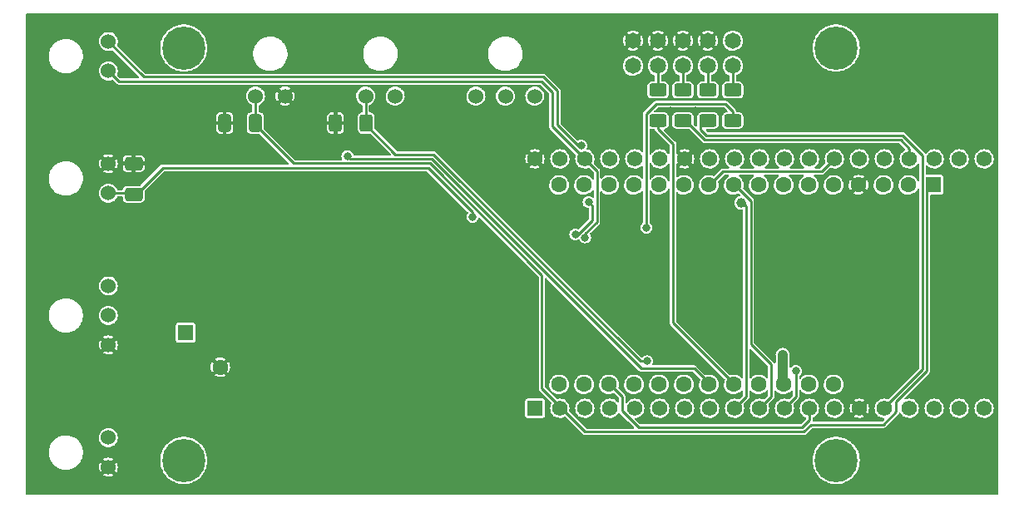
<source format=gbr>
%TF.GenerationSoftware,KiCad,Pcbnew,(6.0.5)*%
%TF.CreationDate,2022-09-13T16:11:19+02:00*%
%TF.ProjectId,Pixelix,50697865-6c69-4782-9e6b-696361645f70,V2.0*%
%TF.SameCoordinates,PX6052340PY72894a0*%
%TF.FileFunction,Copper,L2,Bot*%
%TF.FilePolarity,Positive*%
%FSLAX46Y46*%
G04 Gerber Fmt 4.6, Leading zero omitted, Abs format (unit mm)*
G04 Created by KiCad (PCBNEW (6.0.5)) date 2022-09-13 16:11:19*
%MOMM*%
%LPD*%
G01*
G04 APERTURE LIST*
G04 Aperture macros list*
%AMRoundRect*
0 Rectangle with rounded corners*
0 $1 Rounding radius*
0 $2 $3 $4 $5 $6 $7 $8 $9 X,Y pos of 4 corners*
0 Add a 4 corners polygon primitive as box body*
4,1,4,$2,$3,$4,$5,$6,$7,$8,$9,$2,$3,0*
0 Add four circle primitives for the rounded corners*
1,1,$1+$1,$2,$3*
1,1,$1+$1,$4,$5*
1,1,$1+$1,$6,$7*
1,1,$1+$1,$8,$9*
0 Add four rect primitives between the rounded corners*
20,1,$1+$1,$2,$3,$4,$5,0*
20,1,$1+$1,$4,$5,$6,$7,0*
20,1,$1+$1,$6,$7,$8,$9,0*
20,1,$1+$1,$8,$9,$2,$3,0*%
G04 Aperture macros list end*
%TA.AperFunction,ComponentPad*%
%ADD10C,1.530000*%
%TD*%
%TA.AperFunction,ComponentPad*%
%ADD11R,1.600000X1.600000*%
%TD*%
%TA.AperFunction,ComponentPad*%
%ADD12C,1.600000*%
%TD*%
%TA.AperFunction,ComponentPad*%
%ADD13C,0.700000*%
%TD*%
%TA.AperFunction,ComponentPad*%
%ADD14C,4.400000*%
%TD*%
%TA.AperFunction,ComponentPad*%
%ADD15C,1.650000*%
%TD*%
%TA.AperFunction,ComponentPad*%
%ADD16R,1.560000X1.560000*%
%TD*%
%TA.AperFunction,ComponentPad*%
%ADD17C,1.560000*%
%TD*%
%TA.AperFunction,SMDPad,CuDef*%
%ADD18RoundRect,0.250000X-0.625000X0.400000X-0.625000X-0.400000X0.625000X-0.400000X0.625000X0.400000X0*%
%TD*%
%TA.AperFunction,SMDPad,CuDef*%
%ADD19RoundRect,0.250000X0.650000X-0.412500X0.650000X0.412500X-0.650000X0.412500X-0.650000X-0.412500X0*%
%TD*%
%TA.AperFunction,SMDPad,CuDef*%
%ADD20RoundRect,0.250000X0.412500X0.650000X-0.412500X0.650000X-0.412500X-0.650000X0.412500X-0.650000X0*%
%TD*%
%TA.AperFunction,SMDPad,CuDef*%
%ADD21RoundRect,0.250000X0.400000X0.625000X-0.400000X0.625000X-0.400000X-0.625000X0.400000X-0.625000X0*%
%TD*%
%TA.AperFunction,ViaPad*%
%ADD22C,0.800000*%
%TD*%
%TA.AperFunction,ViaPad*%
%ADD23C,1.000000*%
%TD*%
%TA.AperFunction,Conductor*%
%ADD24C,0.250000*%
%TD*%
%TA.AperFunction,Conductor*%
%ADD25C,1.000000*%
%TD*%
G04 APERTURE END LIST*
D10*
%TO.P,J7,1,Pin_1*%
%TO.N,/I2S_CLK*%
X46330000Y41080000D03*
%TO.P,J7,2,Pin_2*%
%TO.N,/I2S_WS*%
X49330000Y41080000D03*
%TO.P,J7,3,Pin_3*%
%TO.N,/I2S_Data_IN*%
X52330000Y41080000D03*
%TD*%
%TO.P,J1,1,Pin_1*%
%TO.N,/LDR-ANALOG-IN*%
X35115000Y41080000D03*
%TO.P,J1,2,Pin_2*%
%TO.N,+3V3*%
X38115000Y41080000D03*
%TD*%
%TO.P,J8,1,Pin_1*%
%TO.N,/RESET*%
X23900000Y41080000D03*
%TO.P,J8,2,Pin_2*%
%TO.N,GND*%
X26900000Y41080000D03*
%TD*%
D11*
%TO.P,C2,1*%
%TO.N,/VCC-PROTECTED*%
X16800000Y16987500D03*
D12*
%TO.P,C2,2*%
%TO.N,GND*%
X20300000Y13487500D03*
%TD*%
D13*
%TO.P,H1,1,1*%
%TO.N,unconnected-(H1-Pad1)*%
X14950000Y4000000D03*
X18250000Y4000000D03*
X15433274Y2833274D03*
X17766726Y5166726D03*
D14*
X16600000Y4000000D03*
D13*
X15433274Y5166726D03*
X17766726Y2833274D03*
X16600000Y2350000D03*
X16600000Y5650000D03*
%TD*%
%TO.P,H4,1,1*%
%TO.N,unconnected-(H4-Pad1)*%
X83000000Y47650000D03*
X81833274Y47166726D03*
X84650000Y46000000D03*
X83000000Y44350000D03*
X81833274Y44833274D03*
D14*
X83000000Y46000000D03*
D13*
X84166726Y44833274D03*
X84166726Y47166726D03*
X81350000Y46000000D03*
%TD*%
D12*
%TO.P,A1,28,VBAT*%
%TO.N,unconnected-(A1-Pad28)*%
X82740000Y11732500D03*
%TO.P,A1,27,EN*%
%TO.N,unconnected-(A1-Pad27)*%
X80200000Y11732500D03*
%TO.P,A1,26,USB*%
%TO.N,/VCC-PROTECTED*%
X77660000Y11732500D03*
%TO.P,A1,25,A12/IO13*%
%TO.N,/MTCK*%
X75120000Y11732500D03*
%TO.P,A1,24,A11/IO12*%
%TO.N,/MTDI*%
X72580000Y11732500D03*
%TO.P,A1,23,A10/IO27*%
%TO.N,/LV-DATA-OUT*%
X70040000Y11732500D03*
%TO.P,A1,22,A9/IO33*%
%TO.N,/I2S_Data_IN*%
X67500000Y11732500D03*
%TO.P,A1,21,A8/IO15*%
%TO.N,/MTDO*%
X64960000Y11732500D03*
%TO.P,A1,20,A7/IO32*%
%TO.N,unconnected-(A1-Pad20)*%
X62420000Y11732500D03*
%TO.P,A1,19,A6/IO14*%
%TO.N,/MTMS*%
X59880000Y11732500D03*
%TO.P,A1,18,SCL/IO22*%
%TO.N,/SCL*%
X57340000Y11732500D03*
%TO.P,A1,17,SDA/IO23*%
%TO.N,/SDA*%
X54800000Y11732500D03*
%TO.P,A1,16,I37*%
%TO.N,unconnected-(A1-Pad16)*%
X54800000Y32052500D03*
%TO.P,A1,15,TX/IO17*%
%TO.N,unconnected-(A1-Pad15)*%
X57340000Y32052500D03*
%TO.P,A1,14,RX/IO16*%
%TO.N,unconnected-(A1-Pad14)*%
X59880000Y32052500D03*
%TO.P,A1,13,MISO/IO19*%
%TO.N,unconnected-(A1-Pad13)*%
X62420000Y32052500D03*
%TO.P,A1,12,MOSI/IO18*%
%TO.N,unconnected-(A1-Pad12)*%
X64960000Y32052500D03*
%TO.P,A1,11,SCK/IO5*%
%TO.N,unconnected-(A1-Pad11)*%
X67500000Y32052500D03*
%TO.P,A1,10,IO4/A5*%
%TO.N,/USER-BUTTON*%
X70040000Y32052500D03*
%TO.P,A1,9,IO36/A4*%
%TO.N,/I2S_CLK*%
X72580000Y32052500D03*
%TO.P,A1,8,I39/A3*%
%TO.N,/I2S_WS*%
X75120000Y32052500D03*
%TO.P,A1,7,I34/A2*%
%TO.N,/LDR-ANALOG-IN*%
X77660000Y32052500D03*
%TO.P,A1,6,DAC1/A1*%
%TO.N,unconnected-(A1-Pad6)*%
X80200000Y32052500D03*
%TO.P,A1,5,DAC2/A0*%
%TO.N,unconnected-(A1-Pad5)*%
X82740000Y32052500D03*
%TO.P,A1,4,GND*%
%TO.N,GND*%
X85280000Y32052500D03*
%TO.P,A1,3,NC*%
%TO.N,unconnected-(A1-Pad3)*%
X87820000Y32052500D03*
%TO.P,A1,2,3V3*%
%TO.N,+3V3*%
X90360000Y32052500D03*
D11*
%TO.P,A1,1,~{RESET}*%
%TO.N,/RESET*%
X92900000Y32052500D03*
%TD*%
D13*
%TO.P,H3,1,1*%
%TO.N,unconnected-(H3-Pad1)*%
X16600000Y47650000D03*
X15433274Y44833274D03*
X14950000Y46000000D03*
D14*
X16600000Y46000000D03*
D13*
X17766726Y47166726D03*
X18250000Y46000000D03*
X17766726Y44833274D03*
X16600000Y44350000D03*
X15433274Y47166726D03*
%TD*%
D15*
%TO.P,J5,1,Pin_1*%
%TO.N,+3V3*%
X72480000Y46720000D03*
%TO.P,J5,2,Pin_2*%
%TO.N,Net-(J5-Pad2)*%
X72480000Y44180000D03*
%TO.P,J5,3,Pin_3*%
%TO.N,GND*%
X69940000Y46720000D03*
%TO.P,J5,4,Pin_4*%
%TO.N,Net-(J5-Pad4)*%
X69940000Y44180000D03*
%TO.P,J5,5,Pin_5*%
%TO.N,GND*%
X67400000Y46720000D03*
%TO.P,J5,6,Pin_6*%
%TO.N,Net-(J5-Pad6)*%
X67400000Y44180000D03*
%TO.P,J5,7,Pin_7*%
%TO.N,GND*%
X64860000Y46720000D03*
%TO.P,J5,8,Pin_8*%
%TO.N,Net-(J5-Pad8)*%
X64860000Y44180000D03*
%TO.P,J5,9,Pin_9*%
%TO.N,GND*%
X62320000Y46720000D03*
%TO.P,J5,10,Pin_10*%
%TO.N,unconnected-(J5-Pad10)*%
X62320000Y44180000D03*
%TD*%
D10*
%TO.P,J2,1,Pin_1*%
%TO.N,GND*%
X8920000Y3300000D03*
%TO.P,J2,2,Pin_2*%
%TO.N,Net-(F1-Pad2)*%
X8920000Y6300000D03*
%TD*%
%TO.P,J4,1,Pin_1*%
%TO.N,/USER-BUTTON*%
X8920000Y31200000D03*
%TO.P,J4,2,Pin_2*%
%TO.N,GND*%
X8920000Y34200000D03*
%TD*%
D13*
%TO.P,H2,1,1*%
%TO.N,unconnected-(H2-Pad1)*%
X81350000Y4000000D03*
X81833274Y2833274D03*
X83000000Y2350000D03*
X83000000Y5650000D03*
X81833274Y5166726D03*
D14*
X83000000Y4000000D03*
D13*
X84650000Y4000000D03*
X84166726Y2833274D03*
X84166726Y5166726D03*
%TD*%
D10*
%TO.P,J3,1,Pin_1*%
%TO.N,GND*%
X8920000Y15750000D03*
%TO.P,J3,2,Pin_2*%
%TO.N,/VCC-PROTECTED*%
X8920000Y18750000D03*
%TO.P,J3,3,Pin_3*%
%TO.N,/HV-DATA-OUT*%
X8920000Y21750000D03*
%TD*%
D16*
%TO.P,U1,1,3V3*%
%TO.N,+3V3*%
X52340000Y9300000D03*
D17*
%TO.P,U1,2,EN*%
%TO.N,/RESET*%
X54880000Y9300000D03*
%TO.P,U1,3,SENSOR_VP*%
%TO.N,unconnected-(U1-Pad3)*%
X57420000Y9300000D03*
%TO.P,U1,4,SENSOR_VN*%
%TO.N,unconnected-(U1-Pad4)*%
X59960000Y9300000D03*
%TO.P,U1,5,IO34*%
%TO.N,/LDR-ANALOG-IN*%
X62500000Y9300000D03*
%TO.P,U1,6,IO35*%
%TO.N,unconnected-(U1-Pad6)*%
X65040000Y9300000D03*
%TO.P,U1,7,IO32*%
%TO.N,unconnected-(U1-Pad7)*%
X67580000Y9300000D03*
%TO.P,U1,8,IO33*%
%TO.N,/I2S_Data_IN*%
X70120000Y9300000D03*
%TO.P,U1,9,IO25*%
%TO.N,/I2S_WS*%
X72660000Y9300000D03*
%TO.P,U1,10,IO26*%
%TO.N,/I2S_CLK*%
X75200000Y9300000D03*
%TO.P,U1,11,IO27*%
%TO.N,/LV-DATA-OUT*%
X77740000Y9300000D03*
%TO.P,U1,12,IO14*%
%TO.N,/MTMS*%
X80280000Y9300000D03*
%TO.P,U1,13,IO12*%
%TO.N,/MTDI*%
X82820000Y9300000D03*
%TO.P,U1,14,GND1*%
%TO.N,GND*%
X85360000Y9300000D03*
%TO.P,U1,15,IO13*%
%TO.N,/MTCK*%
X87900000Y9300000D03*
%TO.P,U1,16,SD2*%
%TO.N,unconnected-(U1-Pad16)*%
X90440000Y9300000D03*
%TO.P,U1,17,SD3*%
%TO.N,unconnected-(U1-Pad17)*%
X92980000Y9300000D03*
%TO.P,U1,18,CMD*%
%TO.N,unconnected-(U1-Pad18)*%
X95520000Y9300000D03*
%TO.P,U1,19,EXT_5V*%
%TO.N,/VCC-PROTECTED*%
X98060000Y9300000D03*
%TO.P,U1,20,GND3*%
%TO.N,GND*%
X52340000Y34700000D03*
%TO.P,U1,21,IO23*%
%TO.N,unconnected-(U1-Pad21)*%
X54880000Y34700000D03*
%TO.P,U1,22,IO22*%
%TO.N,/SCL*%
X57420000Y34700000D03*
%TO.P,U1,23,TXD0*%
%TO.N,unconnected-(U1-Pad23)*%
X59960000Y34700000D03*
%TO.P,U1,24,RXD0*%
%TO.N,unconnected-(U1-Pad24)*%
X62500000Y34700000D03*
%TO.P,U1,25,IO21*%
%TO.N,/SDA*%
X65040000Y34700000D03*
%TO.P,U1,26,GND2*%
%TO.N,GND*%
X67580000Y34700000D03*
%TO.P,U1,27,IO19*%
%TO.N,unconnected-(U1-Pad27)*%
X70120000Y34700000D03*
%TO.P,U1,28,IO18*%
%TO.N,unconnected-(U1-Pad28)*%
X72660000Y34700000D03*
%TO.P,U1,29,IO5*%
%TO.N,unconnected-(U1-Pad29)*%
X75200000Y34700000D03*
%TO.P,U1,30,IO17*%
%TO.N,unconnected-(U1-Pad30)*%
X77740000Y34700000D03*
%TO.P,U1,31,IO16*%
%TO.N,unconnected-(U1-Pad31)*%
X80280000Y34700000D03*
%TO.P,U1,32,IO4*%
%TO.N,/USER-BUTTON*%
X82820000Y34700000D03*
%TO.P,U1,33,IO0*%
%TO.N,unconnected-(U1-Pad33)*%
X85360000Y34700000D03*
%TO.P,U1,34,IO2*%
%TO.N,unconnected-(U1-Pad34)*%
X87900000Y34700000D03*
%TO.P,U1,35,IO15*%
%TO.N,/MTDO*%
X90440000Y34700000D03*
%TO.P,U1,36,SD1*%
%TO.N,unconnected-(U1-Pad36)*%
X92980000Y34700000D03*
%TO.P,U1,37,SD0*%
%TO.N,unconnected-(U1-Pad37)*%
X95520000Y34700000D03*
%TO.P,U1,38,CLK*%
%TO.N,unconnected-(U1-Pad38)*%
X98060000Y34700000D03*
%TD*%
D10*
%TO.P,J6,1,Pin_1*%
%TO.N,/SCL*%
X8920000Y43650000D03*
%TO.P,J6,2,Pin_2*%
%TO.N,/SDA*%
X8920000Y46650000D03*
%TD*%
D18*
%TO.P,R6,1*%
%TO.N,Net-(J5-Pad4)*%
X69933332Y41700000D03*
%TO.P,R6,2*%
%TO.N,/MTCK*%
X69933332Y38600000D03*
%TD*%
D19*
%TO.P,C3,1*%
%TO.N,/USER-BUTTON*%
X11500000Y31087500D03*
%TO.P,C3,2*%
%TO.N,GND*%
X11500000Y34212500D03*
%TD*%
D18*
%TO.P,R5,1*%
%TO.N,Net-(J5-Pad2)*%
X72470000Y41700000D03*
%TO.P,R5,2*%
%TO.N,/MTMS*%
X72470000Y38600000D03*
%TD*%
%TO.P,R8,1*%
%TO.N,Net-(J5-Pad8)*%
X64860000Y41700000D03*
%TO.P,R8,2*%
%TO.N,/MTDI*%
X64860000Y38600000D03*
%TD*%
%TO.P,R7,1*%
%TO.N,Net-(J5-Pad6)*%
X67396666Y41700000D03*
%TO.P,R7,2*%
%TO.N,/MTDO*%
X67396666Y38600000D03*
%TD*%
D20*
%TO.P,C4,1*%
%TO.N,/RESET*%
X23887500Y38350000D03*
%TO.P,C4,2*%
%TO.N,GND*%
X20762500Y38350000D03*
%TD*%
D21*
%TO.P,R2,1*%
%TO.N,/LDR-ANALOG-IN*%
X35150000Y38350000D03*
%TO.P,R2,2*%
%TO.N,GND*%
X32050000Y38350000D03*
%TD*%
D22*
%TO.N,GND*%
X94225100Y8149900D03*
X86625100Y33974900D03*
X63550000Y43170000D03*
X71220000Y43200000D03*
X68700000Y43200000D03*
X66110000Y43150000D03*
X72960000Y40380000D03*
X68900000Y35940000D03*
X71200000Y39570000D03*
X66120000Y39575500D03*
X68650000Y39575500D03*
X72000000Y35920000D03*
X39400000Y29200000D03*
X93000000Y2100000D03*
X12000000Y2100000D03*
X50840000Y41250000D03*
X2000000Y42100000D03*
X13400000Y41700000D03*
X89325100Y35699900D03*
X28200000Y35000000D03*
X23475000Y30575000D03*
X32000000Y48100000D03*
X52000000Y2100000D03*
X2000000Y27100000D03*
X65900000Y14100000D03*
X59550000Y29550000D03*
X74170000Y38010000D03*
X17200000Y27900000D03*
X79600000Y44900000D03*
X90400000Y15900000D03*
X41100000Y33000000D03*
X44600000Y44100000D03*
X15500000Y22400000D03*
X36800000Y9100000D03*
X28000000Y12200000D03*
X6900000Y21400000D03*
X93000000Y48100000D03*
X86400000Y25900000D03*
X42000000Y48100000D03*
X56400000Y40800000D03*
X95150100Y10799900D03*
X2000000Y22100000D03*
X76200000Y30300000D03*
X86900000Y37934500D03*
X28020000Y32970000D03*
X61000000Y13600000D03*
X74850000Y14124500D03*
X57000000Y48100000D03*
X45500000Y15000000D03*
X80050000Y13500000D03*
X90400000Y22500000D03*
X31300000Y12600000D03*
X18200000Y19300000D03*
X62100000Y37375989D03*
X67600000Y27500000D03*
X58800000Y16300000D03*
X50200000Y9100000D03*
X72000000Y2100000D03*
X89525100Y8099900D03*
X53000000Y37100000D03*
X47000000Y2100000D03*
X79000000Y8659011D03*
X13000000Y48100000D03*
X56050000Y22550000D03*
X84100000Y8524500D03*
X84300000Y15900000D03*
X43900000Y38000000D03*
X72600000Y24100000D03*
X64400000Y15900000D03*
X13700000Y37900000D03*
X56061752Y29975500D03*
X15000000Y34700000D03*
X32800000Y41600000D03*
X10800000Y43500000D03*
X98000000Y48100000D03*
X98000000Y42100000D03*
X48800000Y34400000D03*
X35700000Y33000000D03*
X69950000Y13300000D03*
X49700000Y5800000D03*
X34600000Y29100000D03*
X8800000Y38900000D03*
X2000000Y2100000D03*
X93075100Y12849900D03*
X37200000Y38300000D03*
X72700000Y14124500D03*
X73000000Y20900000D03*
X46200000Y39590000D03*
X67600000Y23400000D03*
X61200000Y33400000D03*
X43910000Y7210000D03*
X18200000Y23200000D03*
X62635100Y29550000D03*
X67600000Y15600000D03*
X7000000Y2100000D03*
X41100000Y36300000D03*
X59100000Y27550000D03*
X27800000Y24950000D03*
X39100000Y44100000D03*
X77000000Y2100000D03*
X22000000Y2100000D03*
X37550000Y16800000D03*
X20800000Y34700000D03*
X2000000Y12100000D03*
X93500000Y44800000D03*
X85000000Y13500000D03*
X28800000Y21000000D03*
X79100000Y5800000D03*
X79100000Y30300000D03*
X81600000Y20600000D03*
X93000000Y15900000D03*
X98000000Y32100000D03*
X84100000Y35500000D03*
X98000000Y27100000D03*
X67144500Y30400000D03*
X76500000Y8659011D03*
X32000000Y2100000D03*
X2000000Y48100000D03*
X98000000Y17100000D03*
X98000000Y2100000D03*
X58700000Y10500000D03*
X62000000Y2100000D03*
X76500000Y35400000D03*
X37400000Y22900000D03*
X47000000Y48100000D03*
X88000000Y42100000D03*
X11600000Y29500000D03*
X42200000Y41800000D03*
X19600000Y44200000D03*
X12400000Y23100000D03*
X64524500Y33400000D03*
X63300000Y40170000D03*
X58900000Y20600000D03*
X2000000Y17100000D03*
X52100000Y29900000D03*
X70100000Y30000000D03*
X7000000Y48100000D03*
X37470000Y11640000D03*
X25400000Y14800000D03*
X50550000Y28000000D03*
X56450000Y28050000D03*
X46090000Y18700000D03*
X52000000Y48100000D03*
X67000000Y48100000D03*
X93000000Y22500000D03*
X93000000Y29500000D03*
X48500000Y39370000D03*
X36400000Y35600000D03*
X77000000Y48100000D03*
X22000000Y48100000D03*
X58400000Y24000000D03*
X43800000Y25100000D03*
X22050000Y23350000D03*
X56300000Y44400000D03*
X62400000Y27850000D03*
X98000000Y12100000D03*
X67000000Y2100000D03*
X90900000Y5800000D03*
X2000000Y32100000D03*
X15000000Y32700000D03*
X60000000Y44200000D03*
X22350000Y38350000D03*
X30900000Y44100000D03*
X61800000Y18500000D03*
X56560000Y37375989D03*
X15700000Y19300000D03*
X74900000Y45900000D03*
X37000000Y2100000D03*
X74300000Y43200000D03*
X70100000Y21800000D03*
X98000000Y7100000D03*
X19000000Y6100000D03*
X56050000Y16950000D03*
X64400000Y5795990D03*
X98000000Y37100000D03*
X65100000Y30100000D03*
X91900000Y38400000D03*
X37000000Y6200000D03*
X38800000Y24700000D03*
X67600000Y19300000D03*
X43900000Y29800000D03*
X19900000Y41700000D03*
X53250000Y39810000D03*
X50800000Y16800000D03*
X41200000Y12300000D03*
X37000000Y48100000D03*
X46020000Y27610000D03*
X2000000Y7100000D03*
X90400000Y29500000D03*
X75300000Y16700000D03*
X7600000Y26900000D03*
X54100000Y13650000D03*
X78100000Y15900000D03*
X75600000Y27100000D03*
X27000000Y2100000D03*
X40400000Y19700000D03*
X10600000Y20600000D03*
X34000000Y26600000D03*
X29000000Y15300000D03*
X52325500Y21700000D03*
X72600000Y27500000D03*
X71400000Y10500000D03*
X82500000Y30100000D03*
X29000000Y18100000D03*
X80000000Y41100000D03*
X84400000Y11500000D03*
X54050000Y21100000D03*
X6200000Y13400000D03*
X42000000Y2100000D03*
X44420000Y18950000D03*
X25400000Y12300000D03*
X69200000Y16900000D03*
X88750000Y11400000D03*
X85436000Y5800000D03*
X26460000Y29300000D03*
X57000000Y2100000D03*
X89650100Y33424900D03*
X90800000Y13500000D03*
X56100000Y10500000D03*
X27000000Y48100000D03*
X66300000Y10500000D03*
X70100000Y25700000D03*
X62550000Y24350000D03*
X25600000Y5900000D03*
X78700000Y37934500D03*
X54200000Y25800000D03*
X2000000Y37100000D03*
X72000000Y48100000D03*
X21800000Y32700000D03*
X98000000Y22100000D03*
X30475000Y38350000D03*
X62000000Y48100000D03*
X26400000Y34550000D03*
X65250000Y27700000D03*
X19000000Y12100000D03*
X22050000Y27350000D03*
X87000000Y2100000D03*
X65350000Y20550000D03*
X24600000Y19200000D03*
X19300000Y38350000D03*
X91066045Y10841446D03*
X47400000Y23500000D03*
X52250000Y11900000D03*
X29600000Y6100000D03*
X11000000Y9700000D03*
X75300000Y23300000D03*
X65647700Y35947700D03*
X46080000Y32890000D03*
X58640000Y35420000D03*
X72000000Y17200000D03*
X87000000Y48100000D03*
X47860000Y41410000D03*
X68900000Y33400000D03*
X79900000Y26200000D03*
X11500000Y32700000D03*
X61190000Y35440000D03*
%TO.N,/LDR-ANALOG-IN*%
X63769857Y14094456D03*
D23*
%TO.N,/I2S_WS*%
X73333240Y30233240D03*
D22*
%TO.N,/USER-BUTTON*%
X46000000Y28800000D03*
%TO.N,/SDA*%
X56450000Y27000000D03*
X57060000Y36040000D03*
X57800000Y30300000D03*
%TO.N,/SCL*%
X57450000Y26700000D03*
%TO.N,/MTMS*%
X63700000Y27700000D03*
%TO.N,/LV-DATA-OUT*%
X33250600Y34990000D03*
X78900000Y13100000D03*
D23*
%TO.N,/VCC-PROTECTED*%
X77550000Y14750000D03*
%TD*%
D24*
%TO.N,/SDA*%
X58200589Y29899411D02*
X58200589Y28475389D01*
X57800000Y30300000D02*
X58200589Y29899411D01*
X56725200Y27000000D02*
X56450000Y27000000D01*
X58200589Y28475389D02*
X56725200Y27000000D01*
%TO.N,/SCL*%
X58650100Y28289196D02*
X57450000Y27089096D01*
X57420000Y34700000D02*
X58650100Y33469900D01*
X58650100Y33469900D02*
X58650100Y28289196D01*
X57450000Y27089096D02*
X57450000Y26700000D01*
%TO.N,/MTMS*%
X61200000Y9037984D02*
X61200000Y10512500D01*
X62054511Y8195489D02*
X62042495Y8195489D01*
X62900000Y7350000D02*
X62054511Y8195489D01*
X79500000Y7350000D02*
X62900000Y7350000D01*
X80280000Y8130000D02*
X79500000Y7350000D01*
X61200000Y10512500D02*
X59980000Y11732500D01*
X80280000Y9300000D02*
X80280000Y8130000D01*
X62042495Y8195489D02*
X61200000Y9037984D01*
%TO.N,/LV-DATA-OUT*%
X68550000Y13350000D02*
X63196408Y13350000D01*
X70167500Y11732500D02*
X68550000Y13350000D01*
X63196408Y13350000D02*
X41846408Y34700000D01*
X41846408Y34700000D02*
X33540600Y34700000D01*
X33540600Y34700000D02*
X33250600Y34990000D01*
%TO.N,/RESET*%
X92225100Y31377600D02*
X92900000Y32052500D01*
X89120000Y9970000D02*
X92225100Y13075100D01*
X89120000Y8950000D02*
X89120000Y9970000D01*
X87800000Y7630000D02*
X89120000Y8950000D01*
X80430000Y7630000D02*
X87800000Y7630000D01*
X79700490Y6900490D02*
X80430000Y7630000D01*
X57449510Y6900490D02*
X79700490Y6900490D01*
X53050000Y22860704D02*
X53050000Y11300000D01*
X53050000Y11300000D02*
X57449510Y6900490D01*
X41661194Y34249510D02*
X53050000Y22860704D01*
X23887500Y38137500D02*
X27775489Y34249511D01*
X27775489Y34249511D02*
X41661194Y34249510D01*
X23887500Y38350000D02*
X23887500Y38137500D01*
X92225100Y13075100D02*
X92225100Y31377600D01*
%TO.N,/MTCK*%
X87900000Y9385704D02*
X87900000Y9300000D01*
X69200000Y37690000D02*
X69790000Y37100000D01*
X89735704Y37100000D02*
X91770000Y35065704D01*
X69790000Y37100000D02*
X89735704Y37100000D01*
X91770000Y35065704D02*
X91770000Y13255704D01*
X91770000Y13255704D02*
X87900000Y9385704D01*
%TO.N,/MTMS*%
X63660480Y27739520D02*
X63700000Y27700000D01*
X64722510Y40300000D02*
X63660480Y39237970D01*
X71710000Y40300000D02*
X64722510Y40300000D01*
X72470000Y39540000D02*
X71710000Y40300000D01*
X63660480Y39237970D02*
X63660480Y27739520D01*
X72470000Y38600000D02*
X72470000Y39540000D01*
%TO.N,/MTCK*%
X69200000Y38230000D02*
X69200000Y37690000D01*
X69933332Y38600000D02*
X69570000Y38600000D01*
X69570000Y38600000D02*
X69200000Y38230000D01*
X69200000Y37950000D02*
X69200000Y37690000D01*
%TO.N,/MTDO*%
X90440000Y35760000D02*
X90440000Y34700000D01*
X89549511Y36650489D02*
X90440000Y35760000D01*
X69603807Y36650489D02*
X89549511Y36650489D01*
X67396666Y38600000D02*
X67654296Y38600000D01*
X67654296Y38600000D02*
X69603807Y36650489D01*
%TO.N,/MTDI*%
X64860000Y37760000D02*
X66375489Y36244511D01*
X64860000Y38600000D02*
X64860000Y37760000D01*
X66375489Y36244511D02*
X66375489Y18037011D01*
X66375489Y18037011D02*
X72680000Y11732500D01*
%TO.N,/SCL*%
X57375400Y34700000D02*
X57420000Y34700000D01*
X54100000Y37975400D02*
X57375400Y34700000D01*
X54100000Y41480000D02*
X54100000Y37975400D01*
X52980000Y42600000D02*
X54100000Y41480000D01*
X9970000Y42600000D02*
X52980000Y42600000D01*
X8920000Y43650000D02*
X9970000Y42600000D01*
%TO.N,/SDA*%
X56700000Y36040000D02*
X57060000Y36040000D01*
X54600000Y38140000D02*
X56700000Y36040000D01*
X53166194Y43049510D02*
X54600000Y41615704D01*
X54600000Y41615704D02*
X54600000Y38140000D01*
X8920000Y46650000D02*
X12520489Y43049511D01*
X12520489Y43049511D02*
X53166194Y43049510D01*
%TO.N,/LDR-ANALOG-IN*%
X63087681Y14094456D02*
X63769857Y14094456D01*
X35150000Y38150000D02*
X38150000Y35150000D01*
X35150000Y38350000D02*
X35150000Y38150000D01*
X42032137Y35150000D02*
X63087681Y14094456D01*
X38150000Y35150000D02*
X42032137Y35150000D01*
X35115000Y38385000D02*
X35150000Y38350000D01*
X35115000Y41080000D02*
X35115000Y38385000D01*
%TO.N,/I2S_WS*%
X73466760Y30233240D02*
X73333240Y30233240D01*
X72660000Y9300000D02*
X73850000Y10490000D01*
X73850000Y10490000D02*
X73850000Y29850000D01*
X73850000Y29850000D02*
X73466760Y30233240D01*
%TO.N,/I2S_CLK*%
X74310000Y30422500D02*
X74310000Y15840000D01*
X76400000Y10500000D02*
X75200000Y9300000D01*
X72680000Y32052500D02*
X74310000Y30422500D01*
X74310000Y15840000D02*
X76400000Y13750000D01*
X76400000Y13750000D02*
X76400000Y10500000D01*
%TO.N,/USER-BUTTON*%
X11500000Y31087500D02*
X11737500Y31087500D01*
X14450000Y33800000D02*
X41475000Y33800000D01*
X11387500Y31200000D02*
X11500000Y31087500D01*
X82820000Y34700000D02*
X81520000Y33400000D01*
X11737500Y31087500D02*
X14450000Y33800000D01*
X41475000Y33800000D02*
X46000000Y29275000D01*
X81520000Y33400000D02*
X71487500Y33400000D01*
X8920000Y31200000D02*
X11387500Y31200000D01*
X46000000Y29275000D02*
X46000000Y28800000D01*
X71487500Y33400000D02*
X70140000Y32052500D01*
%TO.N,/LV-DATA-OUT*%
X77740000Y9300000D02*
X78900000Y10460000D01*
X78900000Y10460000D02*
X78900000Y13100000D01*
%TO.N,/RESET*%
X23900000Y38362500D02*
X23887500Y38350000D01*
X23900000Y41080000D02*
X23900000Y38362500D01*
D25*
%TO.N,/VCC-PROTECTED*%
X77550000Y11942500D02*
X77550000Y14750000D01*
X77760000Y11732500D02*
X77550000Y11942500D01*
D24*
%TO.N,Net-(J5-Pad2)*%
X72480000Y44180000D02*
X72480000Y41710000D01*
X72480000Y41710000D02*
X72470000Y41700000D01*
%TO.N,Net-(J5-Pad4)*%
X69940000Y41706668D02*
X69933332Y41700000D01*
X69940000Y44180000D02*
X69940000Y41706668D01*
%TO.N,Net-(J5-Pad6)*%
X67400000Y41703334D02*
X67396666Y41700000D01*
X67400000Y44180000D02*
X67400000Y41703334D01*
%TO.N,Net-(J5-Pad8)*%
X64860000Y41700000D02*
X64860000Y44180000D01*
%TD*%
%TA.AperFunction,Conductor*%
%TO.N,GND*%
G36*
X99458691Y49480593D02*
G01*
X99494655Y49431093D01*
X99499500Y49400500D01*
X99499500Y599500D01*
X99480593Y541309D01*
X99431093Y505345D01*
X99400500Y500500D01*
X599500Y500500D01*
X541309Y519407D01*
X505345Y568907D01*
X500500Y599500D01*
X500500Y2489752D01*
X8397867Y2489752D01*
X8405096Y2482240D01*
X8527570Y2413792D01*
X8536392Y2409937D01*
X8707173Y2354447D01*
X8716586Y2352378D01*
X8894891Y2331117D01*
X8904518Y2330915D01*
X9083554Y2344691D01*
X9093043Y2346364D01*
X9265992Y2394653D01*
X9274981Y2398140D01*
X9435244Y2479094D01*
X9437586Y2480580D01*
X9443829Y2489835D01*
X9443758Y2491864D01*
X9441061Y2496096D01*
X8931086Y3006071D01*
X8919203Y3012125D01*
X8914172Y3011329D01*
X8403344Y2500501D01*
X8397867Y2489752D01*
X500500Y2489752D01*
X500500Y4692835D01*
X2847866Y4692835D01*
X2848360Y4689207D01*
X2848360Y4689203D01*
X2860349Y4601110D01*
X2882952Y4435030D01*
X2955758Y4185243D01*
X2957297Y4181905D01*
X3063148Y3952296D01*
X3063151Y3952290D01*
X3064686Y3948961D01*
X3207341Y3731375D01*
X3380591Y3537265D01*
X3580629Y3370895D01*
X3803061Y3235920D01*
X4043001Y3135305D01*
X4046563Y3134401D01*
X4046564Y3134400D01*
X4291616Y3072165D01*
X4291621Y3072164D01*
X4295177Y3071261D01*
X4511286Y3049500D01*
X4666044Y3049500D01*
X4752885Y3055954D01*
X4855812Y3063602D01*
X4855818Y3063603D01*
X4859466Y3063874D01*
X5083512Y3114570D01*
X5109648Y3120484D01*
X5113232Y3121295D01*
X5149259Y3135305D01*
X5181850Y3147979D01*
X5355723Y3215595D01*
X5518656Y3308719D01*
X7950831Y3308719D01*
X7965856Y3129774D01*
X7967594Y3120307D01*
X8017089Y2947699D01*
X8020640Y2938731D01*
X8101821Y2780769D01*
X8109373Y2775752D01*
X8111584Y2775845D01*
X8115545Y2778388D01*
X8626071Y3288914D01*
X8631313Y3299203D01*
X9207875Y3299203D01*
X9208671Y3294172D01*
X9719182Y2783661D01*
X9730037Y2778130D01*
X9737445Y2785209D01*
X9803448Y2901394D01*
X9807363Y2910189D01*
X9864045Y3080580D01*
X9866179Y3089974D01*
X9888943Y3270172D01*
X9889330Y3275699D01*
X9889630Y3297241D01*
X9889400Y3302738D01*
X9871674Y3483533D01*
X9869805Y3492971D01*
X9817902Y3664880D01*
X9814233Y3673784D01*
X9739111Y3815065D01*
X9730695Y3823193D01*
X9720977Y3818134D01*
X9213929Y3311086D01*
X9207875Y3299203D01*
X8631313Y3299203D01*
X8632125Y3300797D01*
X8631329Y3305828D01*
X8120149Y3817008D01*
X8109507Y3822430D01*
X8101893Y3815051D01*
X8031078Y3686239D01*
X8027278Y3677376D01*
X7972985Y3506221D01*
X7970981Y3496793D01*
X7950965Y3318347D01*
X7950831Y3308719D01*
X5518656Y3308719D01*
X5581612Y3344701D01*
X5617823Y3373247D01*
X5783045Y3503498D01*
X5785936Y3505777D01*
X5788450Y3508450D01*
X5788456Y3508455D01*
X5961694Y3692613D01*
X5961697Y3692617D01*
X5964208Y3695286D01*
X6112511Y3909063D01*
X6212195Y4111204D01*
X8396424Y4111204D01*
X8401528Y4101315D01*
X8908914Y3593929D01*
X8920797Y3587875D01*
X8925828Y3588671D01*
X9337157Y4000000D01*
X14194754Y4000000D01*
X14194949Y3996901D01*
X14205926Y3822430D01*
X14213720Y3698543D01*
X14270319Y3401840D01*
X14271275Y3398898D01*
X14271277Y3398890D01*
X14330834Y3215595D01*
X14363659Y3114570D01*
X14364986Y3111750D01*
X14446403Y2938731D01*
X14492267Y2841264D01*
X14493936Y2838635D01*
X14493936Y2838634D01*
X14527841Y2785209D01*
X14654115Y2586232D01*
X14656097Y2583836D01*
X14656100Y2583832D01*
X14733930Y2489752D01*
X14846651Y2353496D01*
X15066838Y2146726D01*
X15311205Y1969184D01*
X15313932Y1967685D01*
X15573174Y1825164D01*
X15573180Y1825161D01*
X15575896Y1823668D01*
X15578784Y1822525D01*
X15578783Y1822525D01*
X15853848Y1713619D01*
X15853851Y1713618D01*
X15856738Y1712475D01*
X15859741Y1711704D01*
X15859747Y1711702D01*
X16146295Y1638130D01*
X16149302Y1637358D01*
X16152383Y1636969D01*
X16152387Y1636968D01*
X16251903Y1624396D01*
X16448973Y1599500D01*
X16751027Y1599500D01*
X16948097Y1624396D01*
X17047613Y1636968D01*
X17047617Y1636969D01*
X17050698Y1637358D01*
X17053705Y1638130D01*
X17340253Y1711702D01*
X17340259Y1711704D01*
X17343262Y1712475D01*
X17346149Y1713618D01*
X17346152Y1713619D01*
X17621217Y1822525D01*
X17621216Y1822525D01*
X17624104Y1823668D01*
X17626820Y1825161D01*
X17626826Y1825164D01*
X17886068Y1967685D01*
X17888795Y1969184D01*
X18133162Y2146726D01*
X18353349Y2353496D01*
X18466070Y2489752D01*
X18543900Y2583832D01*
X18543903Y2583836D01*
X18545885Y2586232D01*
X18672160Y2785209D01*
X18706064Y2838634D01*
X18706064Y2838635D01*
X18707733Y2841264D01*
X18753598Y2938731D01*
X18835014Y3111750D01*
X18836341Y3114570D01*
X18869166Y3215595D01*
X18928723Y3398890D01*
X18928725Y3398898D01*
X18929681Y3401840D01*
X18986280Y3698543D01*
X18994075Y3822430D01*
X19005051Y3996901D01*
X19005246Y4000000D01*
X80594754Y4000000D01*
X80594949Y3996901D01*
X80605926Y3822430D01*
X80613720Y3698543D01*
X80670319Y3401840D01*
X80671275Y3398898D01*
X80671277Y3398890D01*
X80730834Y3215595D01*
X80763659Y3114570D01*
X80764986Y3111750D01*
X80846403Y2938731D01*
X80892267Y2841264D01*
X80893936Y2838635D01*
X80893936Y2838634D01*
X80927841Y2785209D01*
X81054115Y2586232D01*
X81056097Y2583836D01*
X81056100Y2583832D01*
X81133930Y2489752D01*
X81246651Y2353496D01*
X81466838Y2146726D01*
X81711205Y1969184D01*
X81713932Y1967685D01*
X81973174Y1825164D01*
X81973180Y1825161D01*
X81975896Y1823668D01*
X81978784Y1822525D01*
X81978783Y1822525D01*
X82253848Y1713619D01*
X82253851Y1713618D01*
X82256738Y1712475D01*
X82259741Y1711704D01*
X82259747Y1711702D01*
X82546295Y1638130D01*
X82549302Y1637358D01*
X82552383Y1636969D01*
X82552387Y1636968D01*
X82651903Y1624396D01*
X82848973Y1599500D01*
X83151027Y1599500D01*
X83348097Y1624396D01*
X83447613Y1636968D01*
X83447617Y1636969D01*
X83450698Y1637358D01*
X83453705Y1638130D01*
X83740253Y1711702D01*
X83740259Y1711704D01*
X83743262Y1712475D01*
X83746149Y1713618D01*
X83746152Y1713619D01*
X84021217Y1822525D01*
X84021216Y1822525D01*
X84024104Y1823668D01*
X84026820Y1825161D01*
X84026826Y1825164D01*
X84286068Y1967685D01*
X84288795Y1969184D01*
X84533162Y2146726D01*
X84753349Y2353496D01*
X84866070Y2489752D01*
X84943900Y2583832D01*
X84943903Y2583836D01*
X84945885Y2586232D01*
X85072160Y2785209D01*
X85106064Y2838634D01*
X85106064Y2838635D01*
X85107733Y2841264D01*
X85153598Y2938731D01*
X85235014Y3111750D01*
X85236341Y3114570D01*
X85269166Y3215595D01*
X85328723Y3398890D01*
X85328725Y3398898D01*
X85329681Y3401840D01*
X85386280Y3698543D01*
X85394075Y3822430D01*
X85405051Y3996901D01*
X85405246Y4000000D01*
X85403828Y4022546D01*
X85386476Y4298348D01*
X85386475Y4298354D01*
X85386280Y4301457D01*
X85329681Y4598160D01*
X85328725Y4601102D01*
X85328723Y4601110D01*
X85237303Y4882469D01*
X85236341Y4885430D01*
X85107733Y5158736D01*
X84945885Y5413768D01*
X84942306Y5418095D01*
X84755330Y5644109D01*
X84753349Y5646504D01*
X84745250Y5654110D01*
X84702816Y5693958D01*
X84533162Y5853274D01*
X84516255Y5865558D01*
X84466510Y5901699D01*
X84288795Y6030816D01*
X84173459Y6094223D01*
X84026826Y6174836D01*
X84026820Y6174839D01*
X84024104Y6176332D01*
X83896755Y6226753D01*
X83746152Y6286381D01*
X83746149Y6286382D01*
X83743262Y6287525D01*
X83740259Y6288296D01*
X83740253Y6288298D01*
X83453705Y6361870D01*
X83453704Y6361870D01*
X83450698Y6362642D01*
X83447617Y6363031D01*
X83447613Y6363032D01*
X83348097Y6375604D01*
X83151027Y6400500D01*
X82848973Y6400500D01*
X82651903Y6375604D01*
X82552387Y6363032D01*
X82552383Y6363031D01*
X82549302Y6362642D01*
X82546296Y6361870D01*
X82546295Y6361870D01*
X82259747Y6288298D01*
X82259741Y6288296D01*
X82256738Y6287525D01*
X82253851Y6286382D01*
X82253848Y6286381D01*
X82103245Y6226753D01*
X81975896Y6176332D01*
X81973180Y6174839D01*
X81973174Y6174836D01*
X81826541Y6094223D01*
X81711205Y6030816D01*
X81533490Y5901699D01*
X81483746Y5865558D01*
X81466838Y5853274D01*
X81297184Y5693958D01*
X81254751Y5654110D01*
X81246651Y5646504D01*
X81244670Y5644109D01*
X81057695Y5418095D01*
X81054115Y5413768D01*
X80892267Y5158736D01*
X80763659Y4885430D01*
X80762697Y4882469D01*
X80671277Y4601110D01*
X80671275Y4601102D01*
X80670319Y4598160D01*
X80613720Y4301457D01*
X80613525Y4298354D01*
X80613524Y4298348D01*
X80596172Y4022546D01*
X80594754Y4000000D01*
X19005246Y4000000D01*
X19003828Y4022546D01*
X18986476Y4298348D01*
X18986475Y4298354D01*
X18986280Y4301457D01*
X18929681Y4598160D01*
X18928725Y4601102D01*
X18928723Y4601110D01*
X18837303Y4882469D01*
X18836341Y4885430D01*
X18707733Y5158736D01*
X18545885Y5413768D01*
X18542306Y5418095D01*
X18355330Y5644109D01*
X18353349Y5646504D01*
X18345250Y5654110D01*
X18302816Y5693958D01*
X18133162Y5853274D01*
X18116255Y5865558D01*
X18066510Y5901699D01*
X17888795Y6030816D01*
X17773459Y6094223D01*
X17626826Y6174836D01*
X17626820Y6174839D01*
X17624104Y6176332D01*
X17496755Y6226753D01*
X17346152Y6286381D01*
X17346149Y6286382D01*
X17343262Y6287525D01*
X17340259Y6288296D01*
X17340253Y6288298D01*
X17053705Y6361870D01*
X17053704Y6361870D01*
X17050698Y6362642D01*
X17047617Y6363031D01*
X17047613Y6363032D01*
X16948097Y6375604D01*
X16751027Y6400500D01*
X16448973Y6400500D01*
X16251903Y6375604D01*
X16152387Y6363032D01*
X16152383Y6363031D01*
X16149302Y6362642D01*
X16146296Y6361870D01*
X16146295Y6361870D01*
X15859747Y6288298D01*
X15859741Y6288296D01*
X15856738Y6287525D01*
X15853851Y6286382D01*
X15853848Y6286381D01*
X15703245Y6226753D01*
X15575896Y6176332D01*
X15573180Y6174839D01*
X15573174Y6174836D01*
X15426541Y6094223D01*
X15311205Y6030816D01*
X15133490Y5901699D01*
X15083746Y5865558D01*
X15066838Y5853274D01*
X14897184Y5693958D01*
X14854751Y5654110D01*
X14846651Y5646504D01*
X14844670Y5644109D01*
X14657695Y5418095D01*
X14654115Y5413768D01*
X14492267Y5158736D01*
X14363659Y4885430D01*
X14362697Y4882469D01*
X14271277Y4601110D01*
X14271275Y4601102D01*
X14270319Y4598160D01*
X14213720Y4301457D01*
X14213525Y4298354D01*
X14213524Y4298348D01*
X14196172Y4022546D01*
X14194754Y4000000D01*
X9337157Y4000000D01*
X9437397Y4100240D01*
X9442764Y4110774D01*
X9435236Y4118488D01*
X9300016Y4191602D01*
X9291145Y4195331D01*
X9119600Y4248434D01*
X9110168Y4250370D01*
X8931586Y4269139D01*
X8921948Y4269206D01*
X8743122Y4252932D01*
X8733656Y4251126D01*
X8561403Y4200429D01*
X8552462Y4196816D01*
X8404528Y4119478D01*
X8396424Y4111204D01*
X6212195Y4111204D01*
X6227586Y4142413D01*
X6262385Y4251126D01*
X6305787Y4386712D01*
X6305787Y4386713D01*
X6306906Y4390208D01*
X6307496Y4393829D01*
X6348139Y4643387D01*
X6348139Y4643392D01*
X6348728Y4647006D01*
X6352134Y4907165D01*
X6345405Y4956613D01*
X6334591Y5036067D01*
X6317048Y5164970D01*
X6244242Y5414757D01*
X6201956Y5506482D01*
X6136852Y5647704D01*
X6136849Y5647710D01*
X6135314Y5651039D01*
X5992659Y5868625D01*
X5963595Y5901189D01*
X5821852Y6059998D01*
X5821851Y6059999D01*
X5819409Y6062735D01*
X5619371Y6229105D01*
X5480216Y6313546D01*
X7949923Y6313546D01*
X7965766Y6124865D01*
X7967099Y6120217D01*
X7967099Y6120216D01*
X7992735Y6030816D01*
X8017957Y5942856D01*
X8104506Y5774450D01*
X8222117Y5626062D01*
X8225797Y5622930D01*
X8225799Y5622928D01*
X8259264Y5594447D01*
X8366310Y5503344D01*
X8370532Y5500984D01*
X8370537Y5500981D01*
X8442271Y5460891D01*
X8531593Y5410971D01*
X8579251Y5395486D01*
X8707065Y5353956D01*
X8707068Y5353955D01*
X8711670Y5352460D01*
X8899682Y5330041D01*
X8904504Y5330412D01*
X8904507Y5330412D01*
X8966099Y5335151D01*
X9088469Y5344567D01*
X9270838Y5395486D01*
X9275151Y5397665D01*
X9275157Y5397667D01*
X9435523Y5478674D01*
X9435525Y5478676D01*
X9439844Y5480857D01*
X9472643Y5506482D01*
X9585234Y5594447D01*
X9585238Y5594450D01*
X9589050Y5597429D01*
X9613766Y5626062D01*
X9709607Y5737096D01*
X9709609Y5737098D01*
X9712771Y5740762D01*
X9777727Y5855105D01*
X9803907Y5901189D01*
X9803908Y5901192D01*
X9806296Y5905395D01*
X9820308Y5947514D01*
X9864536Y6080469D01*
X9864537Y6080471D01*
X9866063Y6085060D01*
X9867509Y6096502D01*
X9887569Y6255299D01*
X9889794Y6272911D01*
X9890172Y6300000D01*
X9874163Y6463273D01*
X9872167Y6483631D01*
X9872166Y6483635D01*
X9871695Y6488441D01*
X9859529Y6528739D01*
X9845678Y6574613D01*
X9816969Y6669704D01*
X9728077Y6836885D01*
X9608406Y6983616D01*
X9462513Y7104309D01*
X9295957Y7194366D01*
X9158938Y7236780D01*
X9119701Y7248926D01*
X9119697Y7248927D01*
X9115080Y7250356D01*
X9110272Y7250861D01*
X9110269Y7250862D01*
X8931589Y7269642D01*
X8931587Y7269642D01*
X8926773Y7270148D01*
X8870706Y7265046D01*
X8743027Y7253427D01*
X8743022Y7253426D01*
X8738208Y7252988D01*
X8683138Y7236780D01*
X8561214Y7200896D01*
X8561211Y7200895D01*
X8556567Y7199528D01*
X8546693Y7194366D01*
X8393066Y7114052D01*
X8393062Y7114049D01*
X8388769Y7111805D01*
X8384993Y7108769D01*
X8384990Y7108767D01*
X8375611Y7101226D01*
X8241206Y6993161D01*
X8238097Y6989456D01*
X8238094Y6989453D01*
X8230048Y6979864D01*
X8119498Y6848115D01*
X8117166Y6843872D01*
X8117164Y6843870D01*
X8115388Y6840638D01*
X8028281Y6682191D01*
X7971029Y6501710D01*
X7970489Y6496898D01*
X7970489Y6496897D01*
X7955474Y6363032D01*
X7949923Y6313546D01*
X5480216Y6313546D01*
X5396939Y6364080D01*
X5156999Y6464695D01*
X5153436Y6465600D01*
X4908384Y6527835D01*
X4908379Y6527836D01*
X4904823Y6528739D01*
X4688714Y6550500D01*
X4533956Y6550500D01*
X4447115Y6544046D01*
X4344188Y6536398D01*
X4344182Y6536397D01*
X4340534Y6536126D01*
X4086768Y6478705D01*
X4083347Y6477375D01*
X4083345Y6477374D01*
X4047085Y6463273D01*
X3844277Y6384405D01*
X3618388Y6255299D01*
X3615498Y6253020D01*
X3615497Y6253020D01*
X3519669Y6177475D01*
X3414064Y6094223D01*
X3411550Y6091550D01*
X3411544Y6091545D01*
X3238306Y5907387D01*
X3238303Y5907383D01*
X3235792Y5904714D01*
X3087489Y5690937D01*
X2972414Y5457587D01*
X2971292Y5454082D01*
X2931770Y5330614D01*
X2893094Y5209792D01*
X2892505Y5206175D01*
X2892504Y5206171D01*
X2884321Y5155921D01*
X2851272Y4952994D01*
X2847866Y4692835D01*
X500500Y4692835D01*
X500500Y8500252D01*
X51359500Y8500252D01*
X51371133Y8441769D01*
X51415448Y8375448D01*
X51481769Y8331133D01*
X51491332Y8329231D01*
X51491334Y8329230D01*
X51510173Y8325483D01*
X51540252Y8319500D01*
X53139748Y8319500D01*
X53169827Y8325483D01*
X53188666Y8329230D01*
X53188668Y8329231D01*
X53198231Y8331133D01*
X53264552Y8375448D01*
X53308867Y8441769D01*
X53320500Y8500252D01*
X53320500Y10099748D01*
X53308867Y10158231D01*
X53264552Y10224552D01*
X53198231Y10268867D01*
X53188668Y10270769D01*
X53188666Y10270770D01*
X53165995Y10275279D01*
X53139748Y10280500D01*
X51540252Y10280500D01*
X51514005Y10275279D01*
X51491334Y10270770D01*
X51491332Y10270769D01*
X51481769Y10268867D01*
X51415448Y10224552D01*
X51371133Y10158231D01*
X51359500Y10099748D01*
X51359500Y8500252D01*
X500500Y8500252D01*
X500500Y12651531D01*
X19752145Y12651531D01*
X19759374Y12644019D01*
X19893488Y12569065D01*
X19902316Y12565208D01*
X20079627Y12507596D01*
X20089027Y12505529D01*
X20274155Y12483454D01*
X20283781Y12483252D01*
X20469659Y12497555D01*
X20479153Y12499229D01*
X20658705Y12549361D01*
X20667702Y12552851D01*
X20834095Y12636901D01*
X20841468Y12641580D01*
X20848766Y12652399D01*
X20848695Y12654426D01*
X20845997Y12658661D01*
X20311086Y13193571D01*
X20299203Y13199625D01*
X20294172Y13198829D01*
X19757622Y12662280D01*
X19752145Y12651531D01*
X500500Y12651531D01*
X500500Y13496710D01*
X19295664Y13496710D01*
X19311264Y13310926D01*
X19313002Y13301458D01*
X19364388Y13122252D01*
X19367939Y13113284D01*
X19453153Y12947476D01*
X19454990Y12944627D01*
X19464458Y12938336D01*
X19466669Y12938429D01*
X19470630Y12940972D01*
X20006071Y13476414D01*
X20011313Y13486703D01*
X20587875Y13486703D01*
X20588671Y13481672D01*
X21124854Y12945488D01*
X21135709Y12939957D01*
X21143117Y12947036D01*
X21215577Y13074589D01*
X21219493Y13083384D01*
X21278341Y13260288D01*
X21280475Y13269684D01*
X21304099Y13456690D01*
X21304486Y13462217D01*
X21304800Y13484741D01*
X21304570Y13490239D01*
X21286174Y13677864D01*
X21284305Y13687302D01*
X21230418Y13865782D01*
X21226748Y13874686D01*
X21144993Y14028446D01*
X21136576Y14036574D01*
X21126858Y14031516D01*
X20593929Y13498586D01*
X20587875Y13486703D01*
X20011313Y13486703D01*
X20012125Y13488297D01*
X20011329Y13493328D01*
X19474375Y14030282D01*
X19463733Y14035704D01*
X19456119Y14028325D01*
X19378752Y13887595D01*
X19374952Y13878731D01*
X19318583Y13701033D01*
X19316579Y13691605D01*
X19295798Y13506338D01*
X19295664Y13496710D01*
X500500Y13496710D01*
X500500Y14323519D01*
X19750404Y14323519D01*
X19750521Y14321121D01*
X19752904Y14317438D01*
X20288914Y13781429D01*
X20300797Y13775375D01*
X20305828Y13776171D01*
X20843224Y14313566D01*
X20848591Y14324100D01*
X20841063Y14331814D01*
X20693645Y14411524D01*
X20684774Y14415253D01*
X20506673Y14470384D01*
X20497239Y14472321D01*
X20311831Y14491809D01*
X20302193Y14491876D01*
X20116532Y14474980D01*
X20107066Y14473174D01*
X19928228Y14420538D01*
X19919287Y14416925D01*
X19755491Y14331295D01*
X19750404Y14323519D01*
X500500Y14323519D01*
X500500Y14939752D01*
X8397867Y14939752D01*
X8405096Y14932240D01*
X8527570Y14863792D01*
X8536392Y14859937D01*
X8707173Y14804447D01*
X8716586Y14802378D01*
X8894891Y14781117D01*
X8904518Y14780915D01*
X9083554Y14794691D01*
X9093043Y14796364D01*
X9265992Y14844653D01*
X9274981Y14848140D01*
X9435244Y14929094D01*
X9437586Y14930580D01*
X9443829Y14939835D01*
X9443758Y14941864D01*
X9441061Y14946096D01*
X8931086Y15456071D01*
X8919203Y15462125D01*
X8914172Y15461329D01*
X8403344Y14950501D01*
X8397867Y14939752D01*
X500500Y14939752D01*
X500500Y15758719D01*
X7950831Y15758719D01*
X7965856Y15579774D01*
X7967594Y15570307D01*
X8017089Y15397699D01*
X8020640Y15388731D01*
X8101821Y15230769D01*
X8109373Y15225752D01*
X8111584Y15225845D01*
X8115545Y15228388D01*
X8626071Y15738914D01*
X8631313Y15749203D01*
X9207875Y15749203D01*
X9208671Y15744172D01*
X9719182Y15233661D01*
X9730037Y15228130D01*
X9737445Y15235209D01*
X9803448Y15351394D01*
X9807363Y15360189D01*
X9864045Y15530580D01*
X9866179Y15539974D01*
X9888943Y15720172D01*
X9889330Y15725699D01*
X9889630Y15747241D01*
X9889400Y15752738D01*
X9871674Y15933533D01*
X9869805Y15942971D01*
X9817902Y16114880D01*
X9814233Y16123784D01*
X9790854Y16167752D01*
X15799500Y16167752D01*
X15800448Y16162988D01*
X15808246Y16123784D01*
X15811133Y16109269D01*
X15855448Y16042948D01*
X15921769Y15998633D01*
X15931332Y15996731D01*
X15931334Y15996730D01*
X15954005Y15992221D01*
X15980252Y15987000D01*
X17619748Y15987000D01*
X17645995Y15992221D01*
X17668666Y15996730D01*
X17668668Y15996731D01*
X17678231Y15998633D01*
X17744552Y16042948D01*
X17788867Y16109269D01*
X17791755Y16123784D01*
X17799552Y16162988D01*
X17800500Y16167752D01*
X17800500Y17807248D01*
X17792460Y17847667D01*
X17790770Y17856166D01*
X17790769Y17856168D01*
X17788867Y17865731D01*
X17744552Y17932052D01*
X17678231Y17976367D01*
X17668668Y17978269D01*
X17668666Y17978270D01*
X17645995Y17982779D01*
X17619748Y17988000D01*
X15980252Y17988000D01*
X15954005Y17982779D01*
X15931334Y17978270D01*
X15931332Y17978269D01*
X15921769Y17976367D01*
X15855448Y17932052D01*
X15811133Y17865731D01*
X15809231Y17856168D01*
X15809230Y17856166D01*
X15807540Y17847667D01*
X15799500Y17807248D01*
X15799500Y16167752D01*
X9790854Y16167752D01*
X9739111Y16265065D01*
X9730695Y16273193D01*
X9720977Y16268134D01*
X9213929Y15761086D01*
X9207875Y15749203D01*
X8631313Y15749203D01*
X8632125Y15750797D01*
X8631329Y15755828D01*
X8120149Y16267008D01*
X8109507Y16272430D01*
X8101893Y16265051D01*
X8031078Y16136239D01*
X8027278Y16127376D01*
X7972985Y15956221D01*
X7970981Y15946793D01*
X7950965Y15768347D01*
X7950831Y15758719D01*
X500500Y15758719D01*
X500500Y16561204D01*
X8396424Y16561204D01*
X8401528Y16551315D01*
X8908914Y16043929D01*
X8920797Y16037875D01*
X8925828Y16038671D01*
X9437397Y16550240D01*
X9442764Y16560774D01*
X9435236Y16568488D01*
X9300016Y16641602D01*
X9291145Y16645331D01*
X9119600Y16698434D01*
X9110168Y16700370D01*
X8931586Y16719139D01*
X8921948Y16719206D01*
X8743122Y16702932D01*
X8733656Y16701126D01*
X8561403Y16650429D01*
X8552462Y16646816D01*
X8404528Y16569478D01*
X8396424Y16561204D01*
X500500Y16561204D01*
X500500Y18642835D01*
X2847866Y18642835D01*
X2848360Y18639207D01*
X2848360Y18639203D01*
X2856461Y18579683D01*
X2882952Y18385030D01*
X2955758Y18135243D01*
X2957297Y18131905D01*
X3063148Y17902296D01*
X3063151Y17902290D01*
X3064686Y17898961D01*
X3207341Y17681375D01*
X3380591Y17487265D01*
X3580629Y17320895D01*
X3803061Y17185920D01*
X4043001Y17085305D01*
X4046563Y17084401D01*
X4046564Y17084400D01*
X4291616Y17022165D01*
X4291621Y17022164D01*
X4295177Y17021261D01*
X4511286Y16999500D01*
X4666044Y16999500D01*
X4752885Y17005954D01*
X4855812Y17013602D01*
X4855818Y17013603D01*
X4859466Y17013874D01*
X5113232Y17071295D01*
X5149259Y17085305D01*
X5181850Y17097979D01*
X5355723Y17165595D01*
X5581612Y17294701D01*
X5617823Y17323247D01*
X5783045Y17453498D01*
X5785936Y17455777D01*
X5788450Y17458450D01*
X5788456Y17458455D01*
X5961694Y17642613D01*
X5961697Y17642617D01*
X5964208Y17645286D01*
X6112511Y17859063D01*
X6227586Y18092413D01*
X6268637Y18220655D01*
X6305787Y18336712D01*
X6305787Y18336713D01*
X6306906Y18340208D01*
X6307496Y18343829D01*
X6348139Y18593387D01*
X6348139Y18593392D01*
X6348728Y18597006D01*
X6350908Y18763546D01*
X7949923Y18763546D01*
X7951292Y18747241D01*
X7964211Y18593387D01*
X7965766Y18574865D01*
X7967099Y18570217D01*
X7967099Y18570216D01*
X7978497Y18530469D01*
X8017957Y18392856D01*
X8104506Y18224450D01*
X8222117Y18076062D01*
X8225797Y18072930D01*
X8225799Y18072928D01*
X8256363Y18046916D01*
X8366310Y17953344D01*
X8370532Y17950984D01*
X8370537Y17950981D01*
X8441407Y17911374D01*
X8531593Y17860971D01*
X8579251Y17845486D01*
X8707065Y17803956D01*
X8707068Y17803955D01*
X8711670Y17802460D01*
X8899682Y17780041D01*
X8904504Y17780412D01*
X8904507Y17780412D01*
X8966099Y17785151D01*
X9088469Y17794567D01*
X9270838Y17845486D01*
X9275151Y17847665D01*
X9275157Y17847667D01*
X9435523Y17928674D01*
X9435525Y17928676D01*
X9439844Y17930857D01*
X9479996Y17962227D01*
X9585234Y18044447D01*
X9585238Y18044450D01*
X9589050Y18047429D01*
X9613766Y18076062D01*
X9709607Y18187096D01*
X9709609Y18187098D01*
X9712771Y18190762D01*
X9806296Y18355395D01*
X9814984Y18381510D01*
X9864536Y18530469D01*
X9864537Y18530471D01*
X9866063Y18535060D01*
X9889794Y18722911D01*
X9890172Y18750000D01*
X9871695Y18938441D01*
X9816969Y19119704D01*
X9728077Y19286885D01*
X9608406Y19433616D01*
X9462513Y19554309D01*
X9295957Y19644366D01*
X9239668Y19661790D01*
X9119701Y19698926D01*
X9119697Y19698927D01*
X9115080Y19700356D01*
X9110272Y19700861D01*
X9110269Y19700862D01*
X8931589Y19719642D01*
X8931587Y19719642D01*
X8926773Y19720148D01*
X8870706Y19715046D01*
X8743027Y19703427D01*
X8743022Y19703426D01*
X8738208Y19702988D01*
X8724407Y19698926D01*
X8561214Y19650896D01*
X8561211Y19650895D01*
X8556567Y19649528D01*
X8546693Y19644366D01*
X8393066Y19564052D01*
X8393062Y19564049D01*
X8388769Y19561805D01*
X8384993Y19558769D01*
X8384990Y19558767D01*
X8375611Y19551226D01*
X8241206Y19443161D01*
X8238097Y19439456D01*
X8238094Y19439453D01*
X8122611Y19301825D01*
X8119498Y19298115D01*
X8117166Y19293872D01*
X8117164Y19293870D01*
X8043455Y19159792D01*
X8028281Y19132191D01*
X7971029Y18951710D01*
X7970489Y18946898D01*
X7970489Y18946897D01*
X7965154Y18899329D01*
X7949923Y18763546D01*
X6350908Y18763546D01*
X6352134Y18857165D01*
X6345405Y18906613D01*
X6317542Y19111338D01*
X6317048Y19114970D01*
X6244242Y19364757D01*
X6206699Y19446194D01*
X6136852Y19597704D01*
X6136849Y19597710D01*
X6135314Y19601039D01*
X5992659Y19818625D01*
X5819409Y20012735D01*
X5619371Y20179105D01*
X5396939Y20314080D01*
X5156999Y20414695D01*
X5153436Y20415600D01*
X4908384Y20477835D01*
X4908379Y20477836D01*
X4904823Y20478739D01*
X4688714Y20500500D01*
X4533956Y20500500D01*
X4447115Y20494046D01*
X4344188Y20486398D01*
X4344182Y20486397D01*
X4340534Y20486126D01*
X4086768Y20428705D01*
X4083347Y20427375D01*
X4083345Y20427374D01*
X4047085Y20413273D01*
X3844277Y20334405D01*
X3618388Y20205299D01*
X3615498Y20203020D01*
X3615497Y20203020D01*
X3516226Y20124761D01*
X3414064Y20044223D01*
X3411550Y20041550D01*
X3411544Y20041545D01*
X3238306Y19857387D01*
X3238303Y19857383D01*
X3235792Y19854714D01*
X3087489Y19640937D01*
X2972414Y19407587D01*
X2893094Y19159792D01*
X2892505Y19156175D01*
X2892504Y19156171D01*
X2856262Y18933631D01*
X2851272Y18902994D01*
X2847866Y18642835D01*
X500500Y18642835D01*
X500500Y21763546D01*
X7949923Y21763546D01*
X7965766Y21574865D01*
X7967099Y21570217D01*
X7967099Y21570216D01*
X7978497Y21530469D01*
X8017957Y21392856D01*
X8104506Y21224450D01*
X8222117Y21076062D01*
X8225797Y21072930D01*
X8225799Y21072928D01*
X8259264Y21044447D01*
X8366310Y20953344D01*
X8370532Y20950984D01*
X8370537Y20950981D01*
X8476405Y20891814D01*
X8531593Y20860971D01*
X8579251Y20845486D01*
X8707065Y20803956D01*
X8707068Y20803955D01*
X8711670Y20802460D01*
X8899682Y20780041D01*
X8904504Y20780412D01*
X8904507Y20780412D01*
X8966099Y20785151D01*
X9088469Y20794567D01*
X9270838Y20845486D01*
X9275151Y20847665D01*
X9275157Y20847667D01*
X9435523Y20928674D01*
X9435525Y20928676D01*
X9439844Y20930857D01*
X9472643Y20956482D01*
X9585234Y21044447D01*
X9585238Y21044450D01*
X9589050Y21047429D01*
X9613766Y21076062D01*
X9709607Y21187096D01*
X9709609Y21187098D01*
X9712771Y21190762D01*
X9806296Y21355395D01*
X9820308Y21397514D01*
X9864536Y21530469D01*
X9864537Y21530471D01*
X9866063Y21535060D01*
X9889794Y21722911D01*
X9890172Y21750000D01*
X9871695Y21938441D01*
X9816969Y22119704D01*
X9728077Y22286885D01*
X9608406Y22433616D01*
X9462513Y22554309D01*
X9295957Y22644366D01*
X9239668Y22661790D01*
X9119701Y22698926D01*
X9119697Y22698927D01*
X9115080Y22700356D01*
X9110272Y22700861D01*
X9110269Y22700862D01*
X8931589Y22719642D01*
X8931587Y22719642D01*
X8926773Y22720148D01*
X8870706Y22715046D01*
X8743027Y22703427D01*
X8743022Y22703426D01*
X8738208Y22702988D01*
X8667462Y22682166D01*
X8561214Y22650896D01*
X8561211Y22650895D01*
X8556567Y22649528D01*
X8546693Y22644366D01*
X8393066Y22564052D01*
X8393062Y22564049D01*
X8388769Y22561805D01*
X8384993Y22558769D01*
X8384990Y22558767D01*
X8244978Y22446194D01*
X8241206Y22443161D01*
X8238097Y22439456D01*
X8238094Y22439453D01*
X8230048Y22429864D01*
X8119498Y22298115D01*
X8117166Y22293872D01*
X8117164Y22293870D01*
X8115388Y22290638D01*
X8028281Y22132191D01*
X7971029Y21951710D01*
X7970489Y21946898D01*
X7970489Y21946897D01*
X7969541Y21938441D01*
X7949923Y21763546D01*
X500500Y21763546D01*
X500500Y32592835D01*
X2847866Y32592835D01*
X2848360Y32589207D01*
X2848360Y32589203D01*
X2861228Y32494653D01*
X2882952Y32335030D01*
X2955758Y32085243D01*
X2957297Y32081905D01*
X3063148Y31852296D01*
X3063151Y31852290D01*
X3064686Y31848961D01*
X3149803Y31719136D01*
X3203308Y31637527D01*
X3207341Y31631375D01*
X3209780Y31628643D01*
X3209781Y31628641D01*
X3369969Y31449166D01*
X3380591Y31437265D01*
X3383413Y31434918D01*
X3383414Y31434917D01*
X3434250Y31392637D01*
X3580629Y31270895D01*
X3803061Y31135920D01*
X4043001Y31035305D01*
X4046563Y31034401D01*
X4046564Y31034400D01*
X4291616Y30972165D01*
X4291621Y30972164D01*
X4295177Y30971261D01*
X4511286Y30949500D01*
X4666044Y30949500D01*
X4752885Y30955954D01*
X4855812Y30963602D01*
X4855818Y30963603D01*
X4859466Y30963874D01*
X5033941Y31003353D01*
X5109648Y31020484D01*
X5113232Y31021295D01*
X5122413Y31024865D01*
X5217210Y31061730D01*
X5355723Y31115595D01*
X5527102Y31213546D01*
X7949923Y31213546D01*
X7950508Y31206580D01*
X7963876Y31047379D01*
X7965766Y31024865D01*
X7967099Y31020217D01*
X7967099Y31020216D01*
X8014439Y30855126D01*
X8017957Y30842856D01*
X8104506Y30674450D01*
X8222117Y30526062D01*
X8225797Y30522930D01*
X8225799Y30522928D01*
X8255945Y30497272D01*
X8366310Y30403344D01*
X8370532Y30400984D01*
X8370537Y30400981D01*
X8446000Y30358807D01*
X8531593Y30310971D01*
X8579251Y30295486D01*
X8707065Y30253956D01*
X8707068Y30253955D01*
X8711670Y30252460D01*
X8899682Y30230041D01*
X8904504Y30230412D01*
X8904507Y30230412D01*
X8966099Y30235151D01*
X9088469Y30244567D01*
X9270838Y30295486D01*
X9275151Y30297665D01*
X9275157Y30297667D01*
X9435523Y30378674D01*
X9435525Y30378676D01*
X9439844Y30380857D01*
X9482634Y30414288D01*
X9585234Y30494447D01*
X9585238Y30494450D01*
X9589050Y30497429D01*
X9613766Y30526062D01*
X9709607Y30637096D01*
X9709609Y30637098D01*
X9712771Y30640762D01*
X9749496Y30705409D01*
X9803907Y30801189D01*
X9803908Y30801192D01*
X9806296Y30805395D01*
X9807822Y30809983D01*
X9809795Y30814414D01*
X9811760Y30813539D01*
X9843033Y30855981D01*
X9900685Y30874500D01*
X10300500Y30874500D01*
X10358691Y30855593D01*
X10394655Y30806093D01*
X10399500Y30775500D01*
X10399500Y30621166D01*
X10399718Y30618865D01*
X10399718Y30618855D01*
X10401232Y30602841D01*
X10402481Y30589631D01*
X10447366Y30461816D01*
X10451761Y30455865D01*
X10451762Y30455864D01*
X10508776Y30378674D01*
X10527850Y30352850D01*
X10533807Y30348450D01*
X10608114Y30293566D01*
X10636816Y30272366D01*
X10764631Y30227481D01*
X10770638Y30226913D01*
X10770639Y30226913D01*
X10793855Y30224718D01*
X10793865Y30224718D01*
X10796166Y30224500D01*
X12203834Y30224500D01*
X12206135Y30224718D01*
X12206145Y30224718D01*
X12229361Y30226913D01*
X12229362Y30226913D01*
X12235369Y30227481D01*
X12363184Y30272366D01*
X12391887Y30293566D01*
X12466193Y30348450D01*
X12472150Y30352850D01*
X12491224Y30378674D01*
X12548238Y30455864D01*
X12548239Y30455865D01*
X12552634Y30461816D01*
X12597519Y30589631D01*
X12598768Y30602841D01*
X12600282Y30618855D01*
X12600282Y30618865D01*
X12600500Y30621166D01*
X12600500Y31449166D01*
X12619407Y31507357D01*
X12629496Y31519170D01*
X14555831Y33445504D01*
X14610348Y33473281D01*
X14625835Y33474500D01*
X41299166Y33474500D01*
X41357357Y33455593D01*
X41369170Y33445504D01*
X45516697Y29297976D01*
X45544474Y29243459D01*
X45534903Y29183027D01*
X45525237Y29167707D01*
X45475464Y29102841D01*
X45414956Y28956762D01*
X45394318Y28800000D01*
X45414956Y28643238D01*
X45475464Y28497159D01*
X45571718Y28371718D01*
X45697159Y28275464D01*
X45843238Y28214956D01*
X46000000Y28194318D01*
X46156762Y28214956D01*
X46302841Y28275464D01*
X46428282Y28371718D01*
X46524536Y28497159D01*
X46585044Y28643238D01*
X46585890Y28649667D01*
X46586907Y28653461D01*
X46620231Y28704775D01*
X46677352Y28726701D01*
X46736453Y28710865D01*
X46752537Y28697841D01*
X52695504Y22754874D01*
X52723281Y22700357D01*
X52724500Y22684870D01*
X52724500Y11318534D01*
X52724123Y11309905D01*
X52720736Y11271193D01*
X52722978Y11262826D01*
X52730796Y11233651D01*
X52732666Y11225217D01*
X52739412Y11186955D01*
X52743742Y11179456D01*
X52745738Y11173971D01*
X52748204Y11168684D01*
X52750446Y11160316D01*
X52755577Y11152989D01*
X52772732Y11128489D01*
X52777371Y11121208D01*
X52796806Y11087545D01*
X52826571Y11062569D01*
X52832939Y11056735D01*
X54002435Y9887239D01*
X54030212Y9832722D01*
X54019186Y9769543D01*
X53974427Y9688129D01*
X53916286Y9504844D01*
X53894852Y9313756D01*
X53895518Y9305828D01*
X53910530Y9127054D01*
X53910942Y9122145D01*
X53912275Y9117497D01*
X53912275Y9117496D01*
X53959063Y8954327D01*
X53963943Y8937307D01*
X53966158Y8932997D01*
X53976771Y8912347D01*
X54051837Y8766285D01*
X54171275Y8615592D01*
X54174955Y8612460D01*
X54174957Y8612458D01*
X54208945Y8583532D01*
X54317708Y8490968D01*
X54321931Y8488608D01*
X54321935Y8488605D01*
X54420248Y8433660D01*
X54485559Y8397159D01*
X54560411Y8372838D01*
X54663822Y8339237D01*
X54663824Y8339237D01*
X54668433Y8337739D01*
X54859367Y8314972D01*
X54864189Y8315343D01*
X54864192Y8315343D01*
X55046258Y8329352D01*
X55046263Y8329353D01*
X55051086Y8329724D01*
X55236288Y8381434D01*
X55240601Y8383613D01*
X55240607Y8383615D01*
X55353004Y8440391D01*
X55413470Y8449751D01*
X55467645Y8422029D01*
X57206241Y6683433D01*
X57212075Y6677066D01*
X57237055Y6647296D01*
X57270715Y6627863D01*
X57277999Y6623222D01*
X57309826Y6600936D01*
X57318194Y6598694D01*
X57323481Y6596228D01*
X57328966Y6594232D01*
X57336465Y6589902D01*
X57344991Y6588399D01*
X57344993Y6588398D01*
X57374726Y6583156D01*
X57383160Y6581286D01*
X57420703Y6571226D01*
X57459418Y6574613D01*
X57468047Y6574990D01*
X79681956Y6574990D01*
X79690585Y6574613D01*
X79729297Y6571226D01*
X79766840Y6581286D01*
X79775274Y6583156D01*
X79805007Y6588398D01*
X79805009Y6588399D01*
X79813535Y6589902D01*
X79821034Y6594232D01*
X79826519Y6596228D01*
X79831806Y6598694D01*
X79840174Y6600936D01*
X79872001Y6623222D01*
X79879285Y6627863D01*
X79912945Y6647296D01*
X79937921Y6677061D01*
X79943755Y6683429D01*
X80535830Y7275504D01*
X80590347Y7303281D01*
X80605834Y7304500D01*
X87781466Y7304500D01*
X87790095Y7304123D01*
X87828807Y7300736D01*
X87838305Y7303281D01*
X87866349Y7310796D01*
X87874784Y7312666D01*
X87904517Y7317908D01*
X87904519Y7317909D01*
X87913045Y7319412D01*
X87920544Y7323742D01*
X87926029Y7325738D01*
X87931316Y7328204D01*
X87939684Y7330446D01*
X87971511Y7352732D01*
X87978795Y7357373D01*
X88012455Y7376806D01*
X88037431Y7406571D01*
X88043265Y7412939D01*
X89337057Y8706731D01*
X89343425Y8712566D01*
X89373194Y8737545D01*
X89392629Y8771208D01*
X89397268Y8778489D01*
X89402785Y8786369D01*
X89419553Y8810315D01*
X89420912Y8809363D01*
X89455721Y8846685D01*
X89515783Y8858355D01*
X89571233Y8832493D01*
X89591762Y8805346D01*
X89609485Y8770862D01*
X89611837Y8766285D01*
X89731275Y8615592D01*
X89734955Y8612460D01*
X89734957Y8612458D01*
X89768945Y8583532D01*
X89877708Y8490968D01*
X89881931Y8488608D01*
X89881935Y8488605D01*
X89980248Y8433660D01*
X90045559Y8397159D01*
X90120411Y8372838D01*
X90223822Y8339237D01*
X90223824Y8339237D01*
X90228433Y8337739D01*
X90419367Y8314972D01*
X90424189Y8315343D01*
X90424192Y8315343D01*
X90606258Y8329352D01*
X90606263Y8329353D01*
X90611086Y8329724D01*
X90796288Y8381434D01*
X90800601Y8383613D01*
X90800607Y8383615D01*
X90963599Y8465948D01*
X90963601Y8465950D01*
X90967920Y8468131D01*
X90981485Y8478729D01*
X91115628Y8583532D01*
X91115632Y8583535D01*
X91119444Y8586514D01*
X91141839Y8612458D01*
X91241923Y8728408D01*
X91241925Y8728410D01*
X91245087Y8732074D01*
X91263833Y8765073D01*
X91337676Y8895059D01*
X91337677Y8895062D01*
X91340065Y8899265D01*
X91341660Y8904058D01*
X91399233Y9077130D01*
X91399233Y9077132D01*
X91400760Y9081721D01*
X91405280Y9117496D01*
X91424512Y9269737D01*
X91424860Y9272490D01*
X91425244Y9300000D01*
X91424369Y9308929D01*
X91423896Y9313756D01*
X91994852Y9313756D01*
X91995518Y9305828D01*
X92010530Y9127054D01*
X92010942Y9122145D01*
X92012275Y9117497D01*
X92012275Y9117496D01*
X92059063Y8954327D01*
X92063943Y8937307D01*
X92066158Y8932997D01*
X92076771Y8912347D01*
X92151837Y8766285D01*
X92271275Y8615592D01*
X92274955Y8612460D01*
X92274957Y8612458D01*
X92308945Y8583532D01*
X92417708Y8490968D01*
X92421931Y8488608D01*
X92421935Y8488605D01*
X92520248Y8433660D01*
X92585559Y8397159D01*
X92660411Y8372838D01*
X92763822Y8339237D01*
X92763824Y8339237D01*
X92768433Y8337739D01*
X92959367Y8314972D01*
X92964189Y8315343D01*
X92964192Y8315343D01*
X93146258Y8329352D01*
X93146263Y8329353D01*
X93151086Y8329724D01*
X93336288Y8381434D01*
X93340601Y8383613D01*
X93340607Y8383615D01*
X93503599Y8465948D01*
X93503601Y8465950D01*
X93507920Y8468131D01*
X93521485Y8478729D01*
X93655628Y8583532D01*
X93655632Y8583535D01*
X93659444Y8586514D01*
X93681839Y8612458D01*
X93781923Y8728408D01*
X93781925Y8728410D01*
X93785087Y8732074D01*
X93803833Y8765073D01*
X93877676Y8895059D01*
X93877677Y8895062D01*
X93880065Y8899265D01*
X93881660Y8904058D01*
X93939233Y9077130D01*
X93939233Y9077132D01*
X93940760Y9081721D01*
X93945280Y9117496D01*
X93964512Y9269737D01*
X93964860Y9272490D01*
X93965244Y9300000D01*
X93964369Y9308929D01*
X93963896Y9313756D01*
X94534852Y9313756D01*
X94535518Y9305828D01*
X94550530Y9127054D01*
X94550942Y9122145D01*
X94552275Y9117497D01*
X94552275Y9117496D01*
X94599063Y8954327D01*
X94603943Y8937307D01*
X94606158Y8932997D01*
X94616771Y8912347D01*
X94691837Y8766285D01*
X94811275Y8615592D01*
X94814955Y8612460D01*
X94814957Y8612458D01*
X94848945Y8583532D01*
X94957708Y8490968D01*
X94961931Y8488608D01*
X94961935Y8488605D01*
X95060248Y8433660D01*
X95125559Y8397159D01*
X95200411Y8372838D01*
X95303822Y8339237D01*
X95303824Y8339237D01*
X95308433Y8337739D01*
X95499367Y8314972D01*
X95504189Y8315343D01*
X95504192Y8315343D01*
X95686258Y8329352D01*
X95686263Y8329353D01*
X95691086Y8329724D01*
X95876288Y8381434D01*
X95880601Y8383613D01*
X95880607Y8383615D01*
X96043599Y8465948D01*
X96043601Y8465950D01*
X96047920Y8468131D01*
X96061485Y8478729D01*
X96195628Y8583532D01*
X96195632Y8583535D01*
X96199444Y8586514D01*
X96221839Y8612458D01*
X96321923Y8728408D01*
X96321925Y8728410D01*
X96325087Y8732074D01*
X96343833Y8765073D01*
X96417676Y8895059D01*
X96417677Y8895062D01*
X96420065Y8899265D01*
X96421660Y8904058D01*
X96479233Y9077130D01*
X96479233Y9077132D01*
X96480760Y9081721D01*
X96485280Y9117496D01*
X96504512Y9269737D01*
X96504860Y9272490D01*
X96505244Y9300000D01*
X96504369Y9308929D01*
X96503896Y9313756D01*
X97074852Y9313756D01*
X97075518Y9305828D01*
X97090530Y9127054D01*
X97090942Y9122145D01*
X97092275Y9117497D01*
X97092275Y9117496D01*
X97139063Y8954327D01*
X97143943Y8937307D01*
X97146158Y8932997D01*
X97156771Y8912347D01*
X97231837Y8766285D01*
X97351275Y8615592D01*
X97354955Y8612460D01*
X97354957Y8612458D01*
X97388945Y8583532D01*
X97497708Y8490968D01*
X97501931Y8488608D01*
X97501935Y8488605D01*
X97600248Y8433660D01*
X97665559Y8397159D01*
X97740411Y8372838D01*
X97843822Y8339237D01*
X97843824Y8339237D01*
X97848433Y8337739D01*
X98039367Y8314972D01*
X98044189Y8315343D01*
X98044192Y8315343D01*
X98226258Y8329352D01*
X98226263Y8329353D01*
X98231086Y8329724D01*
X98416288Y8381434D01*
X98420601Y8383613D01*
X98420607Y8383615D01*
X98583599Y8465948D01*
X98583601Y8465950D01*
X98587920Y8468131D01*
X98601485Y8478729D01*
X98735628Y8583532D01*
X98735632Y8583535D01*
X98739444Y8586514D01*
X98761839Y8612458D01*
X98861923Y8728408D01*
X98861925Y8728410D01*
X98865087Y8732074D01*
X98883833Y8765073D01*
X98957676Y8895059D01*
X98957677Y8895062D01*
X98960065Y8899265D01*
X98961660Y8904058D01*
X99019233Y9077130D01*
X99019233Y9077132D01*
X99020760Y9081721D01*
X99025280Y9117496D01*
X99044512Y9269737D01*
X99044860Y9272490D01*
X99045244Y9300000D01*
X99044369Y9308929D01*
X99026952Y9486558D01*
X99026951Y9486562D01*
X99026480Y9491368D01*
X99023866Y9500028D01*
X98972301Y9670816D01*
X98970903Y9675447D01*
X98880631Y9845226D01*
X98759100Y9994237D01*
X98637431Y10094890D01*
X98614668Y10113721D01*
X98614667Y10113722D01*
X98610941Y10116804D01*
X98441797Y10208260D01*
X98258111Y10265121D01*
X98253297Y10265627D01*
X98071694Y10284714D01*
X98071692Y10284714D01*
X98066878Y10285220D01*
X98022760Y10281205D01*
X97880203Y10268232D01*
X97880199Y10268231D01*
X97875384Y10267793D01*
X97832305Y10255114D01*
X97695568Y10214870D01*
X97695565Y10214869D01*
X97690921Y10213502D01*
X97520517Y10124417D01*
X97516748Y10121387D01*
X97516747Y10121386D01*
X97374434Y10006964D01*
X97374432Y10006962D01*
X97370661Y10003930D01*
X97367548Y10000219D01*
X97367546Y10000218D01*
X97359379Y9990485D01*
X97247062Y9856630D01*
X97244726Y9852382D01*
X97244726Y9852381D01*
X97240282Y9844297D01*
X97154427Y9688129D01*
X97096286Y9504844D01*
X97074852Y9313756D01*
X96503896Y9313756D01*
X96486952Y9486558D01*
X96486951Y9486562D01*
X96486480Y9491368D01*
X96483866Y9500028D01*
X96432301Y9670816D01*
X96430903Y9675447D01*
X96340631Y9845226D01*
X96219100Y9994237D01*
X96097431Y10094890D01*
X96074668Y10113721D01*
X96074667Y10113722D01*
X96070941Y10116804D01*
X95901797Y10208260D01*
X95718111Y10265121D01*
X95713297Y10265627D01*
X95531694Y10284714D01*
X95531692Y10284714D01*
X95526878Y10285220D01*
X95482760Y10281205D01*
X95340203Y10268232D01*
X95340199Y10268231D01*
X95335384Y10267793D01*
X95292305Y10255114D01*
X95155568Y10214870D01*
X95155565Y10214869D01*
X95150921Y10213502D01*
X94980517Y10124417D01*
X94976748Y10121387D01*
X94976747Y10121386D01*
X94834434Y10006964D01*
X94834432Y10006962D01*
X94830661Y10003930D01*
X94827548Y10000219D01*
X94827546Y10000218D01*
X94819379Y9990485D01*
X94707062Y9856630D01*
X94704726Y9852382D01*
X94704726Y9852381D01*
X94700282Y9844297D01*
X94614427Y9688129D01*
X94556286Y9504844D01*
X94534852Y9313756D01*
X93963896Y9313756D01*
X93946952Y9486558D01*
X93946951Y9486562D01*
X93946480Y9491368D01*
X93943866Y9500028D01*
X93892301Y9670816D01*
X93890903Y9675447D01*
X93800631Y9845226D01*
X93679100Y9994237D01*
X93557431Y10094890D01*
X93534668Y10113721D01*
X93534667Y10113722D01*
X93530941Y10116804D01*
X93361797Y10208260D01*
X93178111Y10265121D01*
X93173297Y10265627D01*
X92991694Y10284714D01*
X92991692Y10284714D01*
X92986878Y10285220D01*
X92942760Y10281205D01*
X92800203Y10268232D01*
X92800199Y10268231D01*
X92795384Y10267793D01*
X92752305Y10255114D01*
X92615568Y10214870D01*
X92615565Y10214869D01*
X92610921Y10213502D01*
X92440517Y10124417D01*
X92436748Y10121387D01*
X92436747Y10121386D01*
X92294434Y10006964D01*
X92294432Y10006962D01*
X92290661Y10003930D01*
X92287548Y10000219D01*
X92287546Y10000218D01*
X92279379Y9990485D01*
X92167062Y9856630D01*
X92164726Y9852382D01*
X92164726Y9852381D01*
X92160282Y9844297D01*
X92074427Y9688129D01*
X92016286Y9504844D01*
X91994852Y9313756D01*
X91423896Y9313756D01*
X91406952Y9486558D01*
X91406951Y9486562D01*
X91406480Y9491368D01*
X91403866Y9500028D01*
X91352301Y9670816D01*
X91350903Y9675447D01*
X91260631Y9845226D01*
X91139100Y9994237D01*
X91017431Y10094890D01*
X90994668Y10113721D01*
X90994667Y10113722D01*
X90990941Y10116804D01*
X90821797Y10208260D01*
X90638111Y10265121D01*
X90633297Y10265627D01*
X90451694Y10284714D01*
X90451692Y10284714D01*
X90446878Y10285220D01*
X90402760Y10281205D01*
X90260203Y10268232D01*
X90260199Y10268231D01*
X90255384Y10267793D01*
X90093366Y10220108D01*
X90032205Y10221816D01*
X89983728Y10259148D01*
X89966453Y10317844D01*
X89986977Y10375484D01*
X89995410Y10385084D01*
X92442157Y12831831D01*
X92448525Y12837666D01*
X92478294Y12862645D01*
X92497729Y12896308D01*
X92502368Y12903589D01*
X92504087Y12906044D01*
X92524654Y12935416D01*
X92526896Y12943783D01*
X92529359Y12949064D01*
X92531357Y12954554D01*
X92535688Y12962055D01*
X92542436Y13000322D01*
X92544305Y13008751D01*
X92552123Y13037930D01*
X92554364Y13046294D01*
X92550977Y13085010D01*
X92550600Y13093638D01*
X92550600Y30953000D01*
X92569507Y31011191D01*
X92619007Y31047155D01*
X92649600Y31052000D01*
X93719748Y31052000D01*
X93745995Y31057221D01*
X93768666Y31061730D01*
X93768668Y31061731D01*
X93778231Y31063633D01*
X93844552Y31107948D01*
X93888867Y31174269D01*
X93900500Y31232752D01*
X93900500Y32872248D01*
X93888867Y32930731D01*
X93844552Y32997052D01*
X93778231Y33041367D01*
X93768668Y33043269D01*
X93768666Y33043270D01*
X93745995Y33047779D01*
X93719748Y33053000D01*
X92194500Y33053000D01*
X92136309Y33071907D01*
X92100345Y33121407D01*
X92095500Y33152000D01*
X92095500Y33953258D01*
X92114407Y34011449D01*
X92163907Y34047413D01*
X92225093Y34047413D01*
X92265712Y34022032D01*
X92268270Y34019383D01*
X92271275Y34015592D01*
X92274961Y34012455D01*
X92274962Y34012454D01*
X92299530Y33991545D01*
X92417708Y33890968D01*
X92421931Y33888608D01*
X92421935Y33888605D01*
X92552473Y33815650D01*
X92585559Y33797159D01*
X92673377Y33768625D01*
X92763822Y33739237D01*
X92763824Y33739237D01*
X92768433Y33737739D01*
X92959367Y33714972D01*
X92964189Y33715343D01*
X92964192Y33715343D01*
X93146258Y33729352D01*
X93146263Y33729353D01*
X93151086Y33729724D01*
X93336288Y33781434D01*
X93340601Y33783613D01*
X93340607Y33783615D01*
X93503599Y33865948D01*
X93503601Y33865950D01*
X93507920Y33868131D01*
X93521485Y33878729D01*
X93655628Y33983532D01*
X93655632Y33983535D01*
X93659444Y33986514D01*
X93666099Y33994223D01*
X93781923Y34128408D01*
X93781925Y34128410D01*
X93785087Y34132074D01*
X93798635Y34155923D01*
X93877676Y34295059D01*
X93877677Y34295062D01*
X93880065Y34299265D01*
X93881660Y34304058D01*
X93939233Y34477130D01*
X93939233Y34477132D01*
X93940760Y34481721D01*
X93941538Y34487875D01*
X93956208Y34604007D01*
X93964860Y34672490D01*
X93965244Y34700000D01*
X93964826Y34704269D01*
X93963896Y34713756D01*
X94534852Y34713756D01*
X94537596Y34681082D01*
X94550530Y34527054D01*
X94550942Y34522145D01*
X94552275Y34517497D01*
X94552275Y34517496D01*
X94596090Y34364695D01*
X94603943Y34337307D01*
X94606158Y34332997D01*
X94630448Y34285735D01*
X94691837Y34166285D01*
X94811275Y34015592D01*
X94814955Y34012460D01*
X94814957Y34012458D01*
X94848945Y33983532D01*
X94957708Y33890968D01*
X94961931Y33888608D01*
X94961935Y33888605D01*
X95092473Y33815650D01*
X95125559Y33797159D01*
X95213377Y33768625D01*
X95303822Y33739237D01*
X95303824Y33739237D01*
X95308433Y33737739D01*
X95499367Y33714972D01*
X95504189Y33715343D01*
X95504192Y33715343D01*
X95686258Y33729352D01*
X95686263Y33729353D01*
X95691086Y33729724D01*
X95876288Y33781434D01*
X95880601Y33783613D01*
X95880607Y33783615D01*
X96043599Y33865948D01*
X96043601Y33865950D01*
X96047920Y33868131D01*
X96061485Y33878729D01*
X96195628Y33983532D01*
X96195632Y33983535D01*
X96199444Y33986514D01*
X96206099Y33994223D01*
X96321923Y34128408D01*
X96321925Y34128410D01*
X96325087Y34132074D01*
X96338635Y34155923D01*
X96417676Y34295059D01*
X96417677Y34295062D01*
X96420065Y34299265D01*
X96421660Y34304058D01*
X96479233Y34477130D01*
X96479233Y34477132D01*
X96480760Y34481721D01*
X96481538Y34487875D01*
X96496208Y34604007D01*
X96504860Y34672490D01*
X96505244Y34700000D01*
X96504826Y34704269D01*
X96503896Y34713756D01*
X97074852Y34713756D01*
X97077596Y34681082D01*
X97090530Y34527054D01*
X97090942Y34522145D01*
X97092275Y34517497D01*
X97092275Y34517496D01*
X97136090Y34364695D01*
X97143943Y34337307D01*
X97146158Y34332997D01*
X97170448Y34285735D01*
X97231837Y34166285D01*
X97351275Y34015592D01*
X97354955Y34012460D01*
X97354957Y34012458D01*
X97388945Y33983532D01*
X97497708Y33890968D01*
X97501931Y33888608D01*
X97501935Y33888605D01*
X97632473Y33815650D01*
X97665559Y33797159D01*
X97753377Y33768625D01*
X97843822Y33739237D01*
X97843824Y33739237D01*
X97848433Y33737739D01*
X98039367Y33714972D01*
X98044189Y33715343D01*
X98044192Y33715343D01*
X98226258Y33729352D01*
X98226263Y33729353D01*
X98231086Y33729724D01*
X98416288Y33781434D01*
X98420601Y33783613D01*
X98420607Y33783615D01*
X98583599Y33865948D01*
X98583601Y33865950D01*
X98587920Y33868131D01*
X98601485Y33878729D01*
X98735628Y33983532D01*
X98735632Y33983535D01*
X98739444Y33986514D01*
X98746099Y33994223D01*
X98861923Y34128408D01*
X98861925Y34128410D01*
X98865087Y34132074D01*
X98878635Y34155923D01*
X98957676Y34295059D01*
X98957677Y34295062D01*
X98960065Y34299265D01*
X98961660Y34304058D01*
X99019233Y34477130D01*
X99019233Y34477132D01*
X99020760Y34481721D01*
X99021538Y34487875D01*
X99036208Y34604007D01*
X99044860Y34672490D01*
X99045244Y34700000D01*
X99044826Y34704269D01*
X99026952Y34886558D01*
X99026951Y34886562D01*
X99026480Y34891368D01*
X99023866Y34900028D01*
X98982725Y35036290D01*
X98970903Y35075447D01*
X98880631Y35245226D01*
X98759100Y35394237D01*
X98743040Y35407523D01*
X98614668Y35513721D01*
X98614667Y35513722D01*
X98610941Y35516804D01*
X98441797Y35608260D01*
X98258111Y35665121D01*
X98253297Y35665627D01*
X98071694Y35684714D01*
X98071692Y35684714D01*
X98066878Y35685220D01*
X98011407Y35680172D01*
X97880203Y35668232D01*
X97880199Y35668231D01*
X97875384Y35667793D01*
X97804491Y35646928D01*
X97695568Y35614870D01*
X97695565Y35614869D01*
X97690921Y35613502D01*
X97520517Y35524417D01*
X97516748Y35521387D01*
X97516747Y35521386D01*
X97374434Y35406964D01*
X97374432Y35406962D01*
X97370661Y35403930D01*
X97367548Y35400219D01*
X97367546Y35400218D01*
X97250179Y35260345D01*
X97247062Y35256630D01*
X97244726Y35252382D01*
X97244726Y35252381D01*
X97234778Y35234285D01*
X97154427Y35088129D01*
X97096286Y34904844D01*
X97094235Y34886558D01*
X97075911Y34723193D01*
X97074852Y34713756D01*
X96503896Y34713756D01*
X96486952Y34886558D01*
X96486951Y34886562D01*
X96486480Y34891368D01*
X96483866Y34900028D01*
X96442725Y35036290D01*
X96430903Y35075447D01*
X96340631Y35245226D01*
X96219100Y35394237D01*
X96203040Y35407523D01*
X96074668Y35513721D01*
X96074667Y35513722D01*
X96070941Y35516804D01*
X95901797Y35608260D01*
X95718111Y35665121D01*
X95713297Y35665627D01*
X95531694Y35684714D01*
X95531692Y35684714D01*
X95526878Y35685220D01*
X95471407Y35680172D01*
X95340203Y35668232D01*
X95340199Y35668231D01*
X95335384Y35667793D01*
X95264491Y35646928D01*
X95155568Y35614870D01*
X95155565Y35614869D01*
X95150921Y35613502D01*
X94980517Y35524417D01*
X94976748Y35521387D01*
X94976747Y35521386D01*
X94834434Y35406964D01*
X94834432Y35406962D01*
X94830661Y35403930D01*
X94827548Y35400219D01*
X94827546Y35400218D01*
X94710179Y35260345D01*
X94707062Y35256630D01*
X94704726Y35252382D01*
X94704726Y35252381D01*
X94694778Y35234285D01*
X94614427Y35088129D01*
X94556286Y34904844D01*
X94554235Y34886558D01*
X94535911Y34723193D01*
X94534852Y34713756D01*
X93963896Y34713756D01*
X93946952Y34886558D01*
X93946951Y34886562D01*
X93946480Y34891368D01*
X93943866Y34900028D01*
X93902725Y35036290D01*
X93890903Y35075447D01*
X93800631Y35245226D01*
X93679100Y35394237D01*
X93663040Y35407523D01*
X93534668Y35513721D01*
X93534667Y35513722D01*
X93530941Y35516804D01*
X93361797Y35608260D01*
X93178111Y35665121D01*
X93173297Y35665627D01*
X92991694Y35684714D01*
X92991692Y35684714D01*
X92986878Y35685220D01*
X92931407Y35680172D01*
X92800203Y35668232D01*
X92800199Y35668231D01*
X92795384Y35667793D01*
X92724491Y35646928D01*
X92615568Y35614870D01*
X92615565Y35614869D01*
X92610921Y35613502D01*
X92440517Y35524417D01*
X92436748Y35521387D01*
X92436747Y35521386D01*
X92294434Y35406964D01*
X92294432Y35406962D01*
X92290661Y35403930D01*
X92179015Y35270875D01*
X92127130Y35238454D01*
X92066093Y35242722D01*
X92027439Y35270805D01*
X92023194Y35278159D01*
X91993429Y35303135D01*
X91987061Y35308969D01*
X89978973Y37317057D01*
X89973138Y37323425D01*
X89969963Y37327209D01*
X89948159Y37353194D01*
X89914496Y37372629D01*
X89907215Y37377268D01*
X89897365Y37384165D01*
X89875388Y37399554D01*
X89867020Y37401796D01*
X89861733Y37404262D01*
X89856248Y37406258D01*
X89848749Y37410588D01*
X89840223Y37412091D01*
X89840221Y37412092D01*
X89810488Y37417334D01*
X89802053Y37419204D01*
X89772878Y37427022D01*
X89764511Y37429264D01*
X89755882Y37428509D01*
X89725799Y37425877D01*
X89717170Y37425500D01*
X69965834Y37425500D01*
X69907643Y37444407D01*
X69895830Y37454496D01*
X69769830Y37580496D01*
X69742053Y37635013D01*
X69751624Y37695445D01*
X69794889Y37738710D01*
X69839834Y37749500D01*
X70612166Y37749500D01*
X70614467Y37749718D01*
X70614477Y37749718D01*
X70637693Y37751913D01*
X70637694Y37751913D01*
X70643701Y37752481D01*
X70771516Y37797366D01*
X70780348Y37803889D01*
X70874525Y37873450D01*
X70880482Y37877850D01*
X70960966Y37986816D01*
X71005851Y38114631D01*
X71007712Y38134320D01*
X71008614Y38143855D01*
X71008614Y38143865D01*
X71008832Y38146166D01*
X71008832Y39053834D01*
X71008215Y39060369D01*
X71006419Y39079361D01*
X71006419Y39079362D01*
X71005851Y39085369D01*
X70960966Y39213184D01*
X70953158Y39223756D01*
X70884882Y39316193D01*
X70880482Y39322150D01*
X70824354Y39363607D01*
X70777468Y39398238D01*
X70777467Y39398239D01*
X70771516Y39402634D01*
X70643701Y39447519D01*
X70637694Y39448087D01*
X70637693Y39448087D01*
X70614477Y39450282D01*
X70614467Y39450282D01*
X70612166Y39450500D01*
X69254498Y39450500D01*
X69252197Y39450282D01*
X69252187Y39450282D01*
X69228971Y39448087D01*
X69228970Y39448087D01*
X69222963Y39447519D01*
X69095148Y39402634D01*
X69089197Y39398239D01*
X69089196Y39398238D01*
X69042310Y39363607D01*
X68986182Y39322150D01*
X68981782Y39316193D01*
X68913507Y39223756D01*
X68905698Y39213184D01*
X68860813Y39085369D01*
X68860245Y39079362D01*
X68860245Y39079361D01*
X68858450Y39060369D01*
X68857832Y39053834D01*
X68857832Y38146166D01*
X68858050Y38143865D01*
X68858050Y38143855D01*
X68860245Y38120639D01*
X68860813Y38114631D01*
X68862559Y38109660D01*
X68856591Y38049068D01*
X68815948Y38003331D01*
X68756184Y37990219D01*
X68695884Y38018738D01*
X68501162Y38213460D01*
X68473385Y38267977D01*
X68472166Y38283464D01*
X68472166Y39053834D01*
X68471549Y39060369D01*
X68469753Y39079361D01*
X68469753Y39079362D01*
X68469185Y39085369D01*
X68424300Y39213184D01*
X68416492Y39223756D01*
X68348216Y39316193D01*
X68343816Y39322150D01*
X68287688Y39363607D01*
X68240802Y39398238D01*
X68240801Y39398239D01*
X68234850Y39402634D01*
X68107035Y39447519D01*
X68101028Y39448087D01*
X68101027Y39448087D01*
X68077811Y39450282D01*
X68077801Y39450282D01*
X68075500Y39450500D01*
X66717832Y39450500D01*
X66715531Y39450282D01*
X66715521Y39450282D01*
X66692305Y39448087D01*
X66692304Y39448087D01*
X66686297Y39447519D01*
X66558482Y39402634D01*
X66552531Y39398239D01*
X66552530Y39398238D01*
X66505644Y39363607D01*
X66449516Y39322150D01*
X66445116Y39316193D01*
X66376841Y39223756D01*
X66369032Y39213184D01*
X66324147Y39085369D01*
X66323579Y39079362D01*
X66323579Y39079361D01*
X66321784Y39060369D01*
X66321166Y39053834D01*
X66321166Y38146166D01*
X66321384Y38143865D01*
X66321384Y38143855D01*
X66322286Y38134320D01*
X66324147Y38114631D01*
X66369032Y37986816D01*
X66449516Y37877850D01*
X66455473Y37873450D01*
X66549651Y37803889D01*
X66558482Y37797366D01*
X66686297Y37752481D01*
X66692304Y37751913D01*
X66692305Y37751913D01*
X66715521Y37749718D01*
X66715531Y37749718D01*
X66717832Y37749500D01*
X68003462Y37749500D01*
X68061653Y37730593D01*
X68073466Y37720504D01*
X69360538Y36433432D01*
X69366372Y36427065D01*
X69391352Y36397295D01*
X69425012Y36377862D01*
X69432296Y36373221D01*
X69464123Y36350935D01*
X69472491Y36348693D01*
X69477778Y36346227D01*
X69483263Y36344231D01*
X69490762Y36339901D01*
X69499288Y36338398D01*
X69499290Y36338397D01*
X69529023Y36333155D01*
X69537457Y36331285D01*
X69575000Y36321225D01*
X69583629Y36321980D01*
X69613712Y36324612D01*
X69622341Y36324989D01*
X89373677Y36324989D01*
X89431868Y36306082D01*
X89443681Y36295993D01*
X90011906Y35727768D01*
X90039683Y35673251D01*
X90030112Y35612819D01*
X89987769Y35570031D01*
X89926444Y35537971D01*
X89907742Y35528194D01*
X89900517Y35524417D01*
X89896748Y35521387D01*
X89896747Y35521386D01*
X89754434Y35406964D01*
X89754432Y35406962D01*
X89750661Y35403930D01*
X89747548Y35400219D01*
X89747546Y35400218D01*
X89630179Y35260345D01*
X89627062Y35256630D01*
X89624726Y35252382D01*
X89624726Y35252381D01*
X89614778Y35234285D01*
X89534427Y35088129D01*
X89476286Y34904844D01*
X89474235Y34886558D01*
X89455911Y34723193D01*
X89454852Y34713756D01*
X89457596Y34681082D01*
X89470530Y34527054D01*
X89470942Y34522145D01*
X89472275Y34517497D01*
X89472275Y34517496D01*
X89516090Y34364695D01*
X89523943Y34337307D01*
X89526158Y34332997D01*
X89550448Y34285735D01*
X89611837Y34166285D01*
X89731275Y34015592D01*
X89734955Y34012460D01*
X89734957Y34012458D01*
X89768945Y33983532D01*
X89877708Y33890968D01*
X89881931Y33888608D01*
X89881935Y33888605D01*
X90012473Y33815650D01*
X90045559Y33797159D01*
X90133377Y33768625D01*
X90223822Y33739237D01*
X90223824Y33739237D01*
X90228433Y33737739D01*
X90419367Y33714972D01*
X90424189Y33715343D01*
X90424192Y33715343D01*
X90606258Y33729352D01*
X90606263Y33729353D01*
X90611086Y33729724D01*
X90796288Y33781434D01*
X90800601Y33783613D01*
X90800607Y33783615D01*
X90963599Y33865948D01*
X90963601Y33865950D01*
X90967920Y33868131D01*
X90981485Y33878729D01*
X91115628Y33983532D01*
X91115632Y33983535D01*
X91119444Y33986514D01*
X91126099Y33994223D01*
X91241923Y34128408D01*
X91241925Y34128410D01*
X91245087Y34132074D01*
X91259421Y34157305D01*
X91304602Y34198562D01*
X91365406Y34205383D01*
X91418607Y34175161D01*
X91443883Y34119441D01*
X91444500Y34108405D01*
X91444500Y32541131D01*
X91425593Y32482940D01*
X91376093Y32446976D01*
X91314907Y32446976D01*
X91265407Y32482940D01*
X91258088Y32494653D01*
X91199643Y32604573D01*
X91199641Y32604577D01*
X91197370Y32608847D01*
X91168881Y32643779D01*
X91076422Y32757145D01*
X91076421Y32757146D01*
X91073361Y32760898D01*
X90947052Y32865389D01*
X90925907Y32882882D01*
X90925906Y32882883D01*
X90922180Y32885965D01*
X90799476Y32952311D01*
X90753839Y32976987D01*
X90753838Y32976987D01*
X90749585Y32979287D01*
X90562152Y33037307D01*
X90557342Y33037813D01*
X90557340Y33037813D01*
X90371835Y33057311D01*
X90371833Y33057311D01*
X90367019Y33057817D01*
X90303673Y33052052D01*
X90176438Y33040473D01*
X90176435Y33040472D01*
X90171618Y33040034D01*
X90166976Y33038668D01*
X90166972Y33038667D01*
X89988040Y32986004D01*
X89988037Y32986003D01*
X89983393Y32984636D01*
X89809512Y32893733D01*
X89805743Y32890703D01*
X89805742Y32890702D01*
X89796016Y32882882D01*
X89656600Y32770789D01*
X89645147Y32757140D01*
X89533589Y32624190D01*
X89533586Y32624186D01*
X89530480Y32620484D01*
X89435956Y32448546D01*
X89434492Y32443932D01*
X89434491Y32443929D01*
X89410459Y32368171D01*
X89376628Y32261522D01*
X89376088Y32256710D01*
X89376088Y32256709D01*
X89356481Y32081905D01*
X89354757Y32066537D01*
X89356783Y32042413D01*
X89370763Y31875926D01*
X89371175Y31871017D01*
X89372508Y31866369D01*
X89372508Y31866368D01*
X89414727Y31719136D01*
X89425258Y31682409D01*
X89427473Y31678099D01*
X89512731Y31512204D01*
X89512734Y31512200D01*
X89514944Y31507899D01*
X89517951Y31504105D01*
X89527456Y31492113D01*
X89636818Y31354131D01*
X89640505Y31350993D01*
X89640507Y31350991D01*
X89782550Y31230103D01*
X89782555Y31230100D01*
X89786238Y31226965D01*
X89790460Y31224605D01*
X89790465Y31224602D01*
X89863412Y31183834D01*
X89957513Y31131243D01*
X90045885Y31102529D01*
X90139513Y31072107D01*
X90139516Y31072106D01*
X90144118Y31070611D01*
X90338946Y31047379D01*
X90343768Y31047750D01*
X90343771Y31047750D01*
X90529748Y31062060D01*
X90529753Y31062061D01*
X90534576Y31062432D01*
X90723556Y31115197D01*
X90727869Y31117376D01*
X90727875Y31117378D01*
X90894368Y31201480D01*
X90894370Y31201482D01*
X90898689Y31203663D01*
X90902506Y31206645D01*
X91049487Y31321478D01*
X91049491Y31321482D01*
X91053303Y31324460D01*
X91078915Y31354131D01*
X91178345Y31469323D01*
X91178347Y31469325D01*
X91181509Y31472989D01*
X91259421Y31610138D01*
X91304603Y31651394D01*
X91365407Y31658214D01*
X91418607Y31627992D01*
X91443883Y31572271D01*
X91444500Y31561236D01*
X91444500Y13431539D01*
X91425593Y13373348D01*
X91415504Y13361535D01*
X88309084Y10255114D01*
X88254567Y10227337D01*
X88209806Y10230545D01*
X88098111Y10265121D01*
X88093304Y10265626D01*
X88093300Y10265627D01*
X87911694Y10284714D01*
X87911692Y10284714D01*
X87906878Y10285220D01*
X87862760Y10281205D01*
X87720203Y10268232D01*
X87720199Y10268231D01*
X87715384Y10267793D01*
X87672305Y10255114D01*
X87535568Y10214870D01*
X87535565Y10214869D01*
X87530921Y10213502D01*
X87360517Y10124417D01*
X87356748Y10121387D01*
X87356747Y10121386D01*
X87214434Y10006964D01*
X87214432Y10006962D01*
X87210661Y10003930D01*
X87207548Y10000219D01*
X87207546Y10000218D01*
X87199379Y9990485D01*
X87087062Y9856630D01*
X87084726Y9852382D01*
X87084726Y9852381D01*
X87080282Y9844297D01*
X86994427Y9688129D01*
X86936286Y9504844D01*
X86914852Y9313756D01*
X86915518Y9305828D01*
X86930530Y9127054D01*
X86930942Y9122145D01*
X86932275Y9117497D01*
X86932275Y9117496D01*
X86979063Y8954327D01*
X86983943Y8937307D01*
X86986158Y8932997D01*
X86996771Y8912347D01*
X87071837Y8766285D01*
X87191275Y8615592D01*
X87194955Y8612460D01*
X87194957Y8612458D01*
X87228945Y8583532D01*
X87337708Y8490968D01*
X87341931Y8488608D01*
X87341935Y8488605D01*
X87440248Y8433660D01*
X87505559Y8397159D01*
X87580411Y8372838D01*
X87683822Y8339237D01*
X87683824Y8339237D01*
X87688433Y8337739D01*
X87693241Y8337166D01*
X87693244Y8337165D01*
X87744731Y8331026D01*
X87806719Y8323635D01*
X87862261Y8297971D01*
X87892111Y8244561D01*
X87884867Y8183806D01*
X87865001Y8155327D01*
X87694170Y7984496D01*
X87639653Y7956719D01*
X87624166Y7955500D01*
X80699244Y7955500D01*
X80641053Y7974407D01*
X80605089Y8023907D01*
X80603618Y8080123D01*
X80609264Y8101193D01*
X80605877Y8139909D01*
X80605500Y8148537D01*
X80605500Y8304977D01*
X80624407Y8363168D01*
X80659864Y8393343D01*
X80803595Y8465946D01*
X80803598Y8465948D01*
X80807920Y8468131D01*
X80821485Y8478729D01*
X80955628Y8583532D01*
X80955632Y8583535D01*
X80959444Y8586514D01*
X80981839Y8612458D01*
X81081923Y8728408D01*
X81081925Y8728410D01*
X81085087Y8732074D01*
X81103833Y8765073D01*
X81177676Y8895059D01*
X81177677Y8895062D01*
X81180065Y8899265D01*
X81181660Y8904058D01*
X81239233Y9077130D01*
X81239233Y9077132D01*
X81240760Y9081721D01*
X81245280Y9117496D01*
X81264512Y9269737D01*
X81264860Y9272490D01*
X81265244Y9300000D01*
X81264369Y9308929D01*
X81263896Y9313756D01*
X81834852Y9313756D01*
X81835518Y9305828D01*
X81850530Y9127054D01*
X81850942Y9122145D01*
X81852275Y9117497D01*
X81852275Y9117496D01*
X81899063Y8954327D01*
X81903943Y8937307D01*
X81906158Y8932997D01*
X81916771Y8912347D01*
X81991837Y8766285D01*
X82111275Y8615592D01*
X82114955Y8612460D01*
X82114957Y8612458D01*
X82148945Y8583532D01*
X82257708Y8490968D01*
X82261931Y8488608D01*
X82261935Y8488605D01*
X82360248Y8433660D01*
X82425559Y8397159D01*
X82500411Y8372838D01*
X82603822Y8339237D01*
X82603824Y8339237D01*
X82608433Y8337739D01*
X82799367Y8314972D01*
X82804189Y8315343D01*
X82804192Y8315343D01*
X82986258Y8329352D01*
X82986263Y8329353D01*
X82991086Y8329724D01*
X83176288Y8381434D01*
X83180601Y8383613D01*
X83180607Y8383615D01*
X83343599Y8465948D01*
X83343601Y8465950D01*
X83347920Y8468131D01*
X83361485Y8478729D01*
X84826843Y8478729D01*
X84834072Y8471217D01*
X84961533Y8399981D01*
X84970361Y8396124D01*
X85143942Y8339724D01*
X85153342Y8337657D01*
X85334575Y8316047D01*
X85344202Y8315845D01*
X85526171Y8329847D01*
X85535661Y8331520D01*
X85711442Y8380599D01*
X85720431Y8384086D01*
X85883330Y8466372D01*
X85887820Y8469222D01*
X85894516Y8479149D01*
X85894445Y8481178D01*
X85891748Y8485409D01*
X85371086Y9006071D01*
X85359203Y9012125D01*
X85354172Y9011329D01*
X84832320Y8489478D01*
X84826843Y8478729D01*
X83361485Y8478729D01*
X83495628Y8583532D01*
X83495632Y8583535D01*
X83499444Y8586514D01*
X83521839Y8612458D01*
X83621923Y8728408D01*
X83621925Y8728410D01*
X83625087Y8732074D01*
X83643833Y8765073D01*
X83717676Y8895059D01*
X83717677Y8895062D01*
X83720065Y8899265D01*
X83721660Y8904058D01*
X83779233Y9077130D01*
X83779233Y9077132D01*
X83780760Y9081721D01*
X83785280Y9117496D01*
X83804512Y9269737D01*
X83804860Y9272490D01*
X83805244Y9300000D01*
X83804369Y9308929D01*
X84375759Y9308929D01*
X84391031Y9127054D01*
X84392769Y9117586D01*
X84443074Y8942150D01*
X84446625Y8933182D01*
X84530046Y8770862D01*
X84530094Y8770789D01*
X84538696Y8765073D01*
X84540904Y8765165D01*
X84544868Y8767710D01*
X85066071Y9288914D01*
X85071313Y9299203D01*
X85647875Y9299203D01*
X85648671Y9294172D01*
X86170184Y8772658D01*
X86181040Y8767127D01*
X86188447Y8774205D01*
X86257219Y8895265D01*
X86261134Y8904058D01*
X86318744Y9077241D01*
X86320878Y9086635D01*
X86344010Y9269751D01*
X86344397Y9275279D01*
X86344703Y9297241D01*
X86344473Y9302738D01*
X86326460Y9486461D01*
X86324591Y9495898D01*
X86271837Y9670624D01*
X86268167Y9679529D01*
X86190205Y9826156D01*
X86181786Y9834285D01*
X86172069Y9829227D01*
X85653929Y9311086D01*
X85647875Y9299203D01*
X85071313Y9299203D01*
X85072125Y9300797D01*
X85071329Y9305828D01*
X84549103Y9828055D01*
X84538461Y9833477D01*
X84530847Y9826099D01*
X84457224Y9692179D01*
X84453425Y9683314D01*
X84398241Y9509354D01*
X84396237Y9499926D01*
X84375893Y9318557D01*
X84375759Y9308929D01*
X83804369Y9308929D01*
X83786952Y9486558D01*
X83786951Y9486562D01*
X83786480Y9491368D01*
X83783866Y9500028D01*
X83732301Y9670816D01*
X83730903Y9675447D01*
X83640631Y9845226D01*
X83519100Y9994237D01*
X83397431Y10094890D01*
X83374668Y10113721D01*
X83374667Y10113722D01*
X83370941Y10116804D01*
X83361714Y10121793D01*
X84824628Y10121793D01*
X84824744Y10119403D01*
X84827134Y10115708D01*
X85348914Y9593929D01*
X85360797Y9587875D01*
X85365828Y9588671D01*
X85888466Y10111308D01*
X85893833Y10121842D01*
X85886305Y10129556D01*
X85745862Y10205494D01*
X85736976Y10209229D01*
X85562638Y10263196D01*
X85553196Y10265135D01*
X85371691Y10284212D01*
X85362053Y10284279D01*
X85180297Y10267739D01*
X85170834Y10265933D01*
X84995756Y10214405D01*
X84986815Y10210792D01*
X84828820Y10128194D01*
X84824628Y10121793D01*
X83361714Y10121793D01*
X83201797Y10208260D01*
X83018111Y10265121D01*
X83013297Y10265627D01*
X82831694Y10284714D01*
X82831692Y10284714D01*
X82826878Y10285220D01*
X82782760Y10281205D01*
X82640203Y10268232D01*
X82640199Y10268231D01*
X82635384Y10267793D01*
X82592305Y10255114D01*
X82455568Y10214870D01*
X82455565Y10214869D01*
X82450921Y10213502D01*
X82280517Y10124417D01*
X82276748Y10121387D01*
X82276747Y10121386D01*
X82134434Y10006964D01*
X82134432Y10006962D01*
X82130661Y10003930D01*
X82127548Y10000219D01*
X82127546Y10000218D01*
X82119379Y9990485D01*
X82007062Y9856630D01*
X82004726Y9852382D01*
X82004726Y9852381D01*
X82000282Y9844297D01*
X81914427Y9688129D01*
X81856286Y9504844D01*
X81834852Y9313756D01*
X81263896Y9313756D01*
X81246952Y9486558D01*
X81246951Y9486562D01*
X81246480Y9491368D01*
X81243866Y9500028D01*
X81192301Y9670816D01*
X81190903Y9675447D01*
X81100631Y9845226D01*
X80979100Y9994237D01*
X80857431Y10094890D01*
X80834668Y10113721D01*
X80834667Y10113722D01*
X80830941Y10116804D01*
X80661797Y10208260D01*
X80478111Y10265121D01*
X80473297Y10265627D01*
X80291694Y10284714D01*
X80291692Y10284714D01*
X80286878Y10285220D01*
X80242760Y10281205D01*
X80100203Y10268232D01*
X80100199Y10268231D01*
X80095384Y10267793D01*
X80052305Y10255114D01*
X79915568Y10214870D01*
X79915565Y10214869D01*
X79910921Y10213502D01*
X79740517Y10124417D01*
X79736748Y10121387D01*
X79736747Y10121386D01*
X79594434Y10006964D01*
X79594432Y10006962D01*
X79590661Y10003930D01*
X79587548Y10000219D01*
X79587546Y10000218D01*
X79579379Y9990485D01*
X79467062Y9856630D01*
X79464726Y9852382D01*
X79464726Y9852381D01*
X79460282Y9844297D01*
X79374427Y9688129D01*
X79316286Y9504844D01*
X79294852Y9313756D01*
X79295518Y9305828D01*
X79310530Y9127054D01*
X79310942Y9122145D01*
X79312275Y9117497D01*
X79312275Y9117496D01*
X79359063Y8954327D01*
X79363943Y8937307D01*
X79366158Y8932997D01*
X79376771Y8912347D01*
X79451837Y8766285D01*
X79571275Y8615592D01*
X79574955Y8612460D01*
X79574957Y8612458D01*
X79608945Y8583532D01*
X79717708Y8490968D01*
X79721931Y8488608D01*
X79721935Y8488605D01*
X79881325Y8399525D01*
X79881328Y8399524D01*
X79885559Y8397159D01*
X79890173Y8395660D01*
X79893002Y8394424D01*
X79938757Y8353802D01*
X79951897Y8294044D01*
X79923373Y8233699D01*
X79394170Y7704496D01*
X79339653Y7676719D01*
X79324166Y7675500D01*
X63075834Y7675500D01*
X63017643Y7694407D01*
X63005830Y7704496D01*
X62553555Y8156771D01*
X62525778Y8211288D01*
X62535349Y8271720D01*
X62578614Y8314985D01*
X62615963Y8325483D01*
X62636750Y8327082D01*
X62666258Y8329352D01*
X62666263Y8329353D01*
X62671086Y8329724D01*
X62856288Y8381434D01*
X62860601Y8383613D01*
X62860607Y8383615D01*
X63023599Y8465948D01*
X63023601Y8465950D01*
X63027920Y8468131D01*
X63041485Y8478729D01*
X63175628Y8583532D01*
X63175632Y8583535D01*
X63179444Y8586514D01*
X63201839Y8612458D01*
X63301923Y8728408D01*
X63301925Y8728410D01*
X63305087Y8732074D01*
X63323833Y8765073D01*
X63397676Y8895059D01*
X63397677Y8895062D01*
X63400065Y8899265D01*
X63401660Y8904058D01*
X63459233Y9077130D01*
X63459233Y9077132D01*
X63460760Y9081721D01*
X63465280Y9117496D01*
X63484512Y9269737D01*
X63484860Y9272490D01*
X63485244Y9300000D01*
X63484369Y9308929D01*
X63483896Y9313756D01*
X64054852Y9313756D01*
X64055518Y9305828D01*
X64070530Y9127054D01*
X64070942Y9122145D01*
X64072275Y9117497D01*
X64072275Y9117496D01*
X64119063Y8954327D01*
X64123943Y8937307D01*
X64126158Y8932997D01*
X64136771Y8912347D01*
X64211837Y8766285D01*
X64331275Y8615592D01*
X64334955Y8612460D01*
X64334957Y8612458D01*
X64368945Y8583532D01*
X64477708Y8490968D01*
X64481931Y8488608D01*
X64481935Y8488605D01*
X64580248Y8433660D01*
X64645559Y8397159D01*
X64720411Y8372838D01*
X64823822Y8339237D01*
X64823824Y8339237D01*
X64828433Y8337739D01*
X65019367Y8314972D01*
X65024189Y8315343D01*
X65024192Y8315343D01*
X65206258Y8329352D01*
X65206263Y8329353D01*
X65211086Y8329724D01*
X65396288Y8381434D01*
X65400601Y8383613D01*
X65400607Y8383615D01*
X65563599Y8465948D01*
X65563601Y8465950D01*
X65567920Y8468131D01*
X65581485Y8478729D01*
X65715628Y8583532D01*
X65715632Y8583535D01*
X65719444Y8586514D01*
X65741839Y8612458D01*
X65841923Y8728408D01*
X65841925Y8728410D01*
X65845087Y8732074D01*
X65863833Y8765073D01*
X65937676Y8895059D01*
X65937677Y8895062D01*
X65940065Y8899265D01*
X65941660Y8904058D01*
X65999233Y9077130D01*
X65999233Y9077132D01*
X66000760Y9081721D01*
X66005280Y9117496D01*
X66024512Y9269737D01*
X66024860Y9272490D01*
X66025244Y9300000D01*
X66024369Y9308929D01*
X66023896Y9313756D01*
X66594852Y9313756D01*
X66595518Y9305828D01*
X66610530Y9127054D01*
X66610942Y9122145D01*
X66612275Y9117497D01*
X66612275Y9117496D01*
X66659063Y8954327D01*
X66663943Y8937307D01*
X66666158Y8932997D01*
X66676771Y8912347D01*
X66751837Y8766285D01*
X66871275Y8615592D01*
X66874955Y8612460D01*
X66874957Y8612458D01*
X66908945Y8583532D01*
X67017708Y8490968D01*
X67021931Y8488608D01*
X67021935Y8488605D01*
X67120248Y8433660D01*
X67185559Y8397159D01*
X67260411Y8372838D01*
X67363822Y8339237D01*
X67363824Y8339237D01*
X67368433Y8337739D01*
X67559367Y8314972D01*
X67564189Y8315343D01*
X67564192Y8315343D01*
X67746258Y8329352D01*
X67746263Y8329353D01*
X67751086Y8329724D01*
X67936288Y8381434D01*
X67940601Y8383613D01*
X67940607Y8383615D01*
X68103599Y8465948D01*
X68103601Y8465950D01*
X68107920Y8468131D01*
X68121485Y8478729D01*
X68255628Y8583532D01*
X68255632Y8583535D01*
X68259444Y8586514D01*
X68281839Y8612458D01*
X68381923Y8728408D01*
X68381925Y8728410D01*
X68385087Y8732074D01*
X68403833Y8765073D01*
X68477676Y8895059D01*
X68477677Y8895062D01*
X68480065Y8899265D01*
X68481660Y8904058D01*
X68539233Y9077130D01*
X68539233Y9077132D01*
X68540760Y9081721D01*
X68545280Y9117496D01*
X68564512Y9269737D01*
X68564860Y9272490D01*
X68565244Y9300000D01*
X68564369Y9308929D01*
X68563896Y9313756D01*
X69134852Y9313756D01*
X69135518Y9305828D01*
X69150530Y9127054D01*
X69150942Y9122145D01*
X69152275Y9117497D01*
X69152275Y9117496D01*
X69199063Y8954327D01*
X69203943Y8937307D01*
X69206158Y8932997D01*
X69216771Y8912347D01*
X69291837Y8766285D01*
X69411275Y8615592D01*
X69414955Y8612460D01*
X69414957Y8612458D01*
X69448945Y8583532D01*
X69557708Y8490968D01*
X69561931Y8488608D01*
X69561935Y8488605D01*
X69660248Y8433660D01*
X69725559Y8397159D01*
X69800411Y8372838D01*
X69903822Y8339237D01*
X69903824Y8339237D01*
X69908433Y8337739D01*
X70099367Y8314972D01*
X70104189Y8315343D01*
X70104192Y8315343D01*
X70286258Y8329352D01*
X70286263Y8329353D01*
X70291086Y8329724D01*
X70476288Y8381434D01*
X70480601Y8383613D01*
X70480607Y8383615D01*
X70643599Y8465948D01*
X70643601Y8465950D01*
X70647920Y8468131D01*
X70661485Y8478729D01*
X70795628Y8583532D01*
X70795632Y8583535D01*
X70799444Y8586514D01*
X70821839Y8612458D01*
X70921923Y8728408D01*
X70921925Y8728410D01*
X70925087Y8732074D01*
X70943833Y8765073D01*
X71017676Y8895059D01*
X71017677Y8895062D01*
X71020065Y8899265D01*
X71021660Y8904058D01*
X71079233Y9077130D01*
X71079233Y9077132D01*
X71080760Y9081721D01*
X71085280Y9117496D01*
X71104512Y9269737D01*
X71104860Y9272490D01*
X71105244Y9300000D01*
X71104369Y9308929D01*
X71086952Y9486558D01*
X71086951Y9486562D01*
X71086480Y9491368D01*
X71083866Y9500028D01*
X71032301Y9670816D01*
X71030903Y9675447D01*
X70940631Y9845226D01*
X70819100Y9994237D01*
X70697431Y10094890D01*
X70674668Y10113721D01*
X70674667Y10113722D01*
X70670941Y10116804D01*
X70501797Y10208260D01*
X70318111Y10265121D01*
X70313297Y10265627D01*
X70131694Y10284714D01*
X70131692Y10284714D01*
X70126878Y10285220D01*
X70082760Y10281205D01*
X69940203Y10268232D01*
X69940199Y10268231D01*
X69935384Y10267793D01*
X69892305Y10255114D01*
X69755568Y10214870D01*
X69755565Y10214869D01*
X69750921Y10213502D01*
X69580517Y10124417D01*
X69576748Y10121387D01*
X69576747Y10121386D01*
X69434434Y10006964D01*
X69434432Y10006962D01*
X69430661Y10003930D01*
X69427548Y10000219D01*
X69427546Y10000218D01*
X69419379Y9990485D01*
X69307062Y9856630D01*
X69304726Y9852382D01*
X69304726Y9852381D01*
X69300282Y9844297D01*
X69214427Y9688129D01*
X69156286Y9504844D01*
X69134852Y9313756D01*
X68563896Y9313756D01*
X68546952Y9486558D01*
X68546951Y9486562D01*
X68546480Y9491368D01*
X68543866Y9500028D01*
X68492301Y9670816D01*
X68490903Y9675447D01*
X68400631Y9845226D01*
X68279100Y9994237D01*
X68157431Y10094890D01*
X68134668Y10113721D01*
X68134667Y10113722D01*
X68130941Y10116804D01*
X67961797Y10208260D01*
X67778111Y10265121D01*
X67773297Y10265627D01*
X67591694Y10284714D01*
X67591692Y10284714D01*
X67586878Y10285220D01*
X67542760Y10281205D01*
X67400203Y10268232D01*
X67400199Y10268231D01*
X67395384Y10267793D01*
X67352305Y10255114D01*
X67215568Y10214870D01*
X67215565Y10214869D01*
X67210921Y10213502D01*
X67040517Y10124417D01*
X67036748Y10121387D01*
X67036747Y10121386D01*
X66894434Y10006964D01*
X66894432Y10006962D01*
X66890661Y10003930D01*
X66887548Y10000219D01*
X66887546Y10000218D01*
X66879379Y9990485D01*
X66767062Y9856630D01*
X66764726Y9852382D01*
X66764726Y9852381D01*
X66760282Y9844297D01*
X66674427Y9688129D01*
X66616286Y9504844D01*
X66594852Y9313756D01*
X66023896Y9313756D01*
X66006952Y9486558D01*
X66006951Y9486562D01*
X66006480Y9491368D01*
X66003866Y9500028D01*
X65952301Y9670816D01*
X65950903Y9675447D01*
X65860631Y9845226D01*
X65739100Y9994237D01*
X65617431Y10094890D01*
X65594668Y10113721D01*
X65594667Y10113722D01*
X65590941Y10116804D01*
X65421797Y10208260D01*
X65238111Y10265121D01*
X65233297Y10265627D01*
X65051694Y10284714D01*
X65051692Y10284714D01*
X65046878Y10285220D01*
X65002760Y10281205D01*
X64860203Y10268232D01*
X64860199Y10268231D01*
X64855384Y10267793D01*
X64812305Y10255114D01*
X64675568Y10214870D01*
X64675565Y10214869D01*
X64670921Y10213502D01*
X64500517Y10124417D01*
X64496748Y10121387D01*
X64496747Y10121386D01*
X64354434Y10006964D01*
X64354432Y10006962D01*
X64350661Y10003930D01*
X64347548Y10000219D01*
X64347546Y10000218D01*
X64339379Y9990485D01*
X64227062Y9856630D01*
X64224726Y9852382D01*
X64224726Y9852381D01*
X64220282Y9844297D01*
X64134427Y9688129D01*
X64076286Y9504844D01*
X64054852Y9313756D01*
X63483896Y9313756D01*
X63466952Y9486558D01*
X63466951Y9486562D01*
X63466480Y9491368D01*
X63463866Y9500028D01*
X63412301Y9670816D01*
X63410903Y9675447D01*
X63320631Y9845226D01*
X63199100Y9994237D01*
X63077431Y10094890D01*
X63054668Y10113721D01*
X63054667Y10113722D01*
X63050941Y10116804D01*
X62881797Y10208260D01*
X62698111Y10265121D01*
X62693297Y10265627D01*
X62511694Y10284714D01*
X62511692Y10284714D01*
X62506878Y10285220D01*
X62462760Y10281205D01*
X62320203Y10268232D01*
X62320199Y10268231D01*
X62315384Y10267793D01*
X62272305Y10255114D01*
X62135568Y10214870D01*
X62135565Y10214869D01*
X62130921Y10213502D01*
X61960517Y10124417D01*
X61956748Y10121387D01*
X61956747Y10121386D01*
X61814434Y10006964D01*
X61814432Y10006962D01*
X61810661Y10003930D01*
X61807548Y10000219D01*
X61807546Y10000218D01*
X61700338Y9872452D01*
X61648450Y9840029D01*
X61587414Y9844297D01*
X61540543Y9883626D01*
X61525500Y9936088D01*
X61525500Y10493966D01*
X61525877Y10502595D01*
X61528509Y10532678D01*
X61529264Y10541307D01*
X61519204Y10578850D01*
X61517334Y10587284D01*
X61512092Y10617017D01*
X61512091Y10617019D01*
X61510588Y10625545D01*
X61506258Y10633044D01*
X61504262Y10638529D01*
X61501796Y10643816D01*
X61499554Y10652184D01*
X61477268Y10684011D01*
X61472627Y10691295D01*
X61457523Y10717456D01*
X61453194Y10724955D01*
X61423429Y10749931D01*
X61417061Y10755765D01*
X60854343Y11318483D01*
X60826566Y11373000D01*
X60830408Y11419737D01*
X60834500Y11432036D01*
X60860358Y11509768D01*
X60884949Y11704429D01*
X60885341Y11732500D01*
X60884438Y11741717D01*
X60883965Y11746537D01*
X61414757Y11746537D01*
X61431175Y11551017D01*
X61432508Y11546369D01*
X61432508Y11546368D01*
X61473913Y11401975D01*
X61485258Y11362409D01*
X61487473Y11358099D01*
X61572731Y11192204D01*
X61572734Y11192200D01*
X61574944Y11187899D01*
X61696818Y11034131D01*
X61700505Y11030993D01*
X61700507Y11030991D01*
X61842550Y10910103D01*
X61842555Y10910100D01*
X61846238Y10906965D01*
X61850460Y10904605D01*
X61850465Y10904602D01*
X61959130Y10843872D01*
X62017513Y10811243D01*
X62118549Y10778414D01*
X62199513Y10752107D01*
X62199516Y10752106D01*
X62204118Y10750611D01*
X62398946Y10727379D01*
X62403768Y10727750D01*
X62403771Y10727750D01*
X62589748Y10742060D01*
X62589753Y10742061D01*
X62594576Y10742432D01*
X62783556Y10795197D01*
X62787869Y10797376D01*
X62787875Y10797378D01*
X62954368Y10881480D01*
X62954370Y10881482D01*
X62958689Y10883663D01*
X62985490Y10904602D01*
X63109487Y11001478D01*
X63109491Y11001482D01*
X63113303Y11004460D01*
X63123661Y11016459D01*
X63238345Y11149323D01*
X63238347Y11149325D01*
X63241509Y11152989D01*
X63243902Y11157201D01*
X63336036Y11319385D01*
X63336037Y11319388D01*
X63338425Y11323591D01*
X63349905Y11358099D01*
X63398831Y11505177D01*
X63398832Y11505181D01*
X63400358Y11509768D01*
X63424949Y11704429D01*
X63425341Y11732500D01*
X63424438Y11741717D01*
X63423965Y11746537D01*
X63954757Y11746537D01*
X63971175Y11551017D01*
X63972508Y11546369D01*
X63972508Y11546368D01*
X64013913Y11401975D01*
X64025258Y11362409D01*
X64027473Y11358099D01*
X64112731Y11192204D01*
X64112734Y11192200D01*
X64114944Y11187899D01*
X64236818Y11034131D01*
X64240505Y11030993D01*
X64240507Y11030991D01*
X64382550Y10910103D01*
X64382555Y10910100D01*
X64386238Y10906965D01*
X64390460Y10904605D01*
X64390465Y10904602D01*
X64499130Y10843872D01*
X64557513Y10811243D01*
X64658549Y10778414D01*
X64739513Y10752107D01*
X64739516Y10752106D01*
X64744118Y10750611D01*
X64938946Y10727379D01*
X64943768Y10727750D01*
X64943771Y10727750D01*
X65129748Y10742060D01*
X65129753Y10742061D01*
X65134576Y10742432D01*
X65323556Y10795197D01*
X65327869Y10797376D01*
X65327875Y10797378D01*
X65494368Y10881480D01*
X65494370Y10881482D01*
X65498689Y10883663D01*
X65525490Y10904602D01*
X65649487Y11001478D01*
X65649491Y11001482D01*
X65653303Y11004460D01*
X65663661Y11016459D01*
X65778345Y11149323D01*
X65778347Y11149325D01*
X65781509Y11152989D01*
X65783902Y11157201D01*
X65876036Y11319385D01*
X65876037Y11319388D01*
X65878425Y11323591D01*
X65889905Y11358099D01*
X65938831Y11505177D01*
X65938832Y11505181D01*
X65940358Y11509768D01*
X65964949Y11704429D01*
X65965341Y11732500D01*
X65964438Y11741717D01*
X65963965Y11746537D01*
X66494757Y11746537D01*
X66511175Y11551017D01*
X66512508Y11546369D01*
X66512508Y11546368D01*
X66553913Y11401975D01*
X66565258Y11362409D01*
X66567473Y11358099D01*
X66652731Y11192204D01*
X66652734Y11192200D01*
X66654944Y11187899D01*
X66776818Y11034131D01*
X66780505Y11030993D01*
X66780507Y11030991D01*
X66922550Y10910103D01*
X66922555Y10910100D01*
X66926238Y10906965D01*
X66930460Y10904605D01*
X66930465Y10904602D01*
X67039130Y10843872D01*
X67097513Y10811243D01*
X67198549Y10778414D01*
X67279513Y10752107D01*
X67279516Y10752106D01*
X67284118Y10750611D01*
X67478946Y10727379D01*
X67483768Y10727750D01*
X67483771Y10727750D01*
X67669748Y10742060D01*
X67669753Y10742061D01*
X67674576Y10742432D01*
X67863556Y10795197D01*
X67867869Y10797376D01*
X67867875Y10797378D01*
X68034368Y10881480D01*
X68034370Y10881482D01*
X68038689Y10883663D01*
X68065490Y10904602D01*
X68189487Y11001478D01*
X68189491Y11001482D01*
X68193303Y11004460D01*
X68203661Y11016459D01*
X68318345Y11149323D01*
X68318347Y11149325D01*
X68321509Y11152989D01*
X68323902Y11157201D01*
X68416036Y11319385D01*
X68416037Y11319388D01*
X68418425Y11323591D01*
X68429905Y11358099D01*
X68478831Y11505177D01*
X68478832Y11505181D01*
X68480358Y11509768D01*
X68504949Y11704429D01*
X68505341Y11732500D01*
X68504438Y11741717D01*
X68486666Y11922954D01*
X68486194Y11927772D01*
X68429484Y12115606D01*
X68380664Y12207422D01*
X68339643Y12284573D01*
X68339641Y12284577D01*
X68337370Y12288847D01*
X68325301Y12303646D01*
X68216422Y12437145D01*
X68216421Y12437146D01*
X68213361Y12440898D01*
X68062180Y12565965D01*
X67917823Y12644019D01*
X67893839Y12656987D01*
X67893838Y12656987D01*
X67889585Y12659287D01*
X67702152Y12717307D01*
X67697342Y12717813D01*
X67697340Y12717813D01*
X67511835Y12737311D01*
X67511833Y12737311D01*
X67507019Y12737817D01*
X67442891Y12731981D01*
X67316438Y12720473D01*
X67316435Y12720472D01*
X67311618Y12720034D01*
X67306976Y12718668D01*
X67306972Y12718667D01*
X67128040Y12666004D01*
X67128037Y12666003D01*
X67123393Y12664636D01*
X66949512Y12573733D01*
X66945743Y12570703D01*
X66945742Y12570702D01*
X66938909Y12565208D01*
X66796600Y12450789D01*
X66783786Y12435518D01*
X66673589Y12304190D01*
X66673586Y12304186D01*
X66670480Y12300484D01*
X66575956Y12128546D01*
X66574492Y12123932D01*
X66574491Y12123929D01*
X66565500Y12095585D01*
X66516628Y11941522D01*
X66494757Y11746537D01*
X65963965Y11746537D01*
X65946666Y11922954D01*
X65946194Y11927772D01*
X65889484Y12115606D01*
X65840664Y12207422D01*
X65799643Y12284573D01*
X65799641Y12284577D01*
X65797370Y12288847D01*
X65785301Y12303646D01*
X65676422Y12437145D01*
X65676421Y12437146D01*
X65673361Y12440898D01*
X65522180Y12565965D01*
X65377823Y12644019D01*
X65353839Y12656987D01*
X65353838Y12656987D01*
X65349585Y12659287D01*
X65162152Y12717307D01*
X65157342Y12717813D01*
X65157340Y12717813D01*
X64971835Y12737311D01*
X64971833Y12737311D01*
X64967019Y12737817D01*
X64902891Y12731981D01*
X64776438Y12720473D01*
X64776435Y12720472D01*
X64771618Y12720034D01*
X64766976Y12718668D01*
X64766972Y12718667D01*
X64588040Y12666004D01*
X64588037Y12666003D01*
X64583393Y12664636D01*
X64409512Y12573733D01*
X64405743Y12570703D01*
X64405742Y12570702D01*
X64398909Y12565208D01*
X64256600Y12450789D01*
X64243786Y12435518D01*
X64133589Y12304190D01*
X64133586Y12304186D01*
X64130480Y12300484D01*
X64035956Y12128546D01*
X64034492Y12123932D01*
X64034491Y12123929D01*
X64025500Y12095585D01*
X63976628Y11941522D01*
X63954757Y11746537D01*
X63423965Y11746537D01*
X63406666Y11922954D01*
X63406194Y11927772D01*
X63349484Y12115606D01*
X63300664Y12207422D01*
X63259643Y12284573D01*
X63259641Y12284577D01*
X63257370Y12288847D01*
X63245301Y12303646D01*
X63136422Y12437145D01*
X63136421Y12437146D01*
X63133361Y12440898D01*
X62982180Y12565965D01*
X62837823Y12644019D01*
X62813839Y12656987D01*
X62813838Y12656987D01*
X62809585Y12659287D01*
X62622152Y12717307D01*
X62617342Y12717813D01*
X62617340Y12717813D01*
X62431835Y12737311D01*
X62431833Y12737311D01*
X62427019Y12737817D01*
X62362891Y12731981D01*
X62236438Y12720473D01*
X62236435Y12720472D01*
X62231618Y12720034D01*
X62226976Y12718668D01*
X62226972Y12718667D01*
X62048040Y12666004D01*
X62048037Y12666003D01*
X62043393Y12664636D01*
X61869512Y12573733D01*
X61865743Y12570703D01*
X61865742Y12570702D01*
X61858909Y12565208D01*
X61716600Y12450789D01*
X61703786Y12435518D01*
X61593589Y12304190D01*
X61593586Y12304186D01*
X61590480Y12300484D01*
X61495956Y12128546D01*
X61494492Y12123932D01*
X61494491Y12123929D01*
X61485500Y12095585D01*
X61436628Y11941522D01*
X61414757Y11746537D01*
X60883965Y11746537D01*
X60866666Y11922954D01*
X60866194Y11927772D01*
X60809484Y12115606D01*
X60760664Y12207422D01*
X60719643Y12284573D01*
X60719641Y12284577D01*
X60717370Y12288847D01*
X60705301Y12303646D01*
X60596422Y12437145D01*
X60596421Y12437146D01*
X60593361Y12440898D01*
X60442180Y12565965D01*
X60297823Y12644019D01*
X60273839Y12656987D01*
X60273838Y12656987D01*
X60269585Y12659287D01*
X60082152Y12717307D01*
X60077342Y12717813D01*
X60077340Y12717813D01*
X59891835Y12737311D01*
X59891833Y12737311D01*
X59887019Y12737817D01*
X59822891Y12731981D01*
X59696438Y12720473D01*
X59696435Y12720472D01*
X59691618Y12720034D01*
X59686976Y12718668D01*
X59686972Y12718667D01*
X59508040Y12666004D01*
X59508037Y12666003D01*
X59503393Y12664636D01*
X59329512Y12573733D01*
X59325743Y12570703D01*
X59325742Y12570702D01*
X59318909Y12565208D01*
X59176600Y12450789D01*
X59163786Y12435518D01*
X59053589Y12304190D01*
X59053586Y12304186D01*
X59050480Y12300484D01*
X58955956Y12128546D01*
X58954492Y12123932D01*
X58954491Y12123929D01*
X58945500Y12095585D01*
X58896628Y11941522D01*
X58874757Y11746537D01*
X58891175Y11551017D01*
X58892508Y11546369D01*
X58892508Y11546368D01*
X58933913Y11401975D01*
X58945258Y11362409D01*
X58947473Y11358099D01*
X59032731Y11192204D01*
X59032734Y11192200D01*
X59034944Y11187899D01*
X59156818Y11034131D01*
X59160505Y11030993D01*
X59160507Y11030991D01*
X59302550Y10910103D01*
X59302555Y10910100D01*
X59306238Y10906965D01*
X59310460Y10904605D01*
X59310465Y10904602D01*
X59419130Y10843872D01*
X59477513Y10811243D01*
X59578549Y10778414D01*
X59659513Y10752107D01*
X59659516Y10752106D01*
X59664118Y10750611D01*
X59858946Y10727379D01*
X59863768Y10727750D01*
X59863771Y10727750D01*
X60049748Y10742060D01*
X60049753Y10742061D01*
X60054576Y10742432D01*
X60243556Y10795197D01*
X60321384Y10834511D01*
X60381849Y10843872D01*
X60436025Y10816149D01*
X60845504Y10406670D01*
X60873281Y10352153D01*
X60874500Y10336666D01*
X60874500Y10008155D01*
X60855593Y9949964D01*
X60806093Y9914000D01*
X60744907Y9914000D01*
X60698781Y9945584D01*
X60662160Y9990485D01*
X60659100Y9994237D01*
X60537431Y10094890D01*
X60514668Y10113721D01*
X60514667Y10113722D01*
X60510941Y10116804D01*
X60341797Y10208260D01*
X60158111Y10265121D01*
X60153297Y10265627D01*
X59971694Y10284714D01*
X59971692Y10284714D01*
X59966878Y10285220D01*
X59922760Y10281205D01*
X59780203Y10268232D01*
X59780199Y10268231D01*
X59775384Y10267793D01*
X59732305Y10255114D01*
X59595568Y10214870D01*
X59595565Y10214869D01*
X59590921Y10213502D01*
X59420517Y10124417D01*
X59416748Y10121387D01*
X59416747Y10121386D01*
X59274434Y10006964D01*
X59274432Y10006962D01*
X59270661Y10003930D01*
X59267548Y10000219D01*
X59267546Y10000218D01*
X59259379Y9990485D01*
X59147062Y9856630D01*
X59144726Y9852382D01*
X59144726Y9852381D01*
X59140282Y9844297D01*
X59054427Y9688129D01*
X58996286Y9504844D01*
X58974852Y9313756D01*
X58975518Y9305828D01*
X58990530Y9127054D01*
X58990942Y9122145D01*
X58992275Y9117497D01*
X58992275Y9117496D01*
X59039063Y8954327D01*
X59043943Y8937307D01*
X59046158Y8932997D01*
X59056771Y8912347D01*
X59131837Y8766285D01*
X59251275Y8615592D01*
X59254955Y8612460D01*
X59254957Y8612458D01*
X59288945Y8583532D01*
X59397708Y8490968D01*
X59401931Y8488608D01*
X59401935Y8488605D01*
X59500248Y8433660D01*
X59565559Y8397159D01*
X59640411Y8372838D01*
X59743822Y8339237D01*
X59743824Y8339237D01*
X59748433Y8337739D01*
X59939367Y8314972D01*
X59944189Y8315343D01*
X59944192Y8315343D01*
X60126258Y8329352D01*
X60126263Y8329353D01*
X60131086Y8329724D01*
X60316288Y8381434D01*
X60320601Y8383613D01*
X60320607Y8383615D01*
X60483599Y8465948D01*
X60483601Y8465950D01*
X60487920Y8468131D01*
X60501485Y8478729D01*
X60635628Y8583532D01*
X60635632Y8583535D01*
X60639444Y8586514D01*
X60661839Y8612458D01*
X60761923Y8728408D01*
X60761925Y8728410D01*
X60765087Y8732074D01*
X60801008Y8795306D01*
X60846190Y8836562D01*
X60906994Y8843382D01*
X60950723Y8822242D01*
X60976571Y8800553D01*
X60982939Y8794719D01*
X61799226Y7978432D01*
X61805060Y7972065D01*
X61830040Y7942295D01*
X61837540Y7937965D01*
X61837541Y7937964D01*
X61859773Y7925129D01*
X61880278Y7909396D01*
X62394680Y7394994D01*
X62422457Y7340477D01*
X62412886Y7280045D01*
X62369621Y7236780D01*
X62324676Y7225990D01*
X57625344Y7225990D01*
X57567153Y7244897D01*
X57555340Y7254986D01*
X55855999Y8954327D01*
X55828222Y9008844D01*
X55832064Y9055580D01*
X55839233Y9077130D01*
X55839233Y9077132D01*
X55840760Y9081721D01*
X55845280Y9117496D01*
X55864512Y9269737D01*
X55864860Y9272490D01*
X55865244Y9300000D01*
X55864369Y9308929D01*
X55863896Y9313756D01*
X56434852Y9313756D01*
X56435518Y9305828D01*
X56450530Y9127054D01*
X56450942Y9122145D01*
X56452275Y9117497D01*
X56452275Y9117496D01*
X56499063Y8954327D01*
X56503943Y8937307D01*
X56506158Y8932997D01*
X56516771Y8912347D01*
X56591837Y8766285D01*
X56711275Y8615592D01*
X56714955Y8612460D01*
X56714957Y8612458D01*
X56748945Y8583532D01*
X56857708Y8490968D01*
X56861931Y8488608D01*
X56861935Y8488605D01*
X56960248Y8433660D01*
X57025559Y8397159D01*
X57100411Y8372838D01*
X57203822Y8339237D01*
X57203824Y8339237D01*
X57208433Y8337739D01*
X57399367Y8314972D01*
X57404189Y8315343D01*
X57404192Y8315343D01*
X57586258Y8329352D01*
X57586263Y8329353D01*
X57591086Y8329724D01*
X57776288Y8381434D01*
X57780601Y8383613D01*
X57780607Y8383615D01*
X57943599Y8465948D01*
X57943601Y8465950D01*
X57947920Y8468131D01*
X57961485Y8478729D01*
X58095628Y8583532D01*
X58095632Y8583535D01*
X58099444Y8586514D01*
X58121839Y8612458D01*
X58221923Y8728408D01*
X58221925Y8728410D01*
X58225087Y8732074D01*
X58243833Y8765073D01*
X58317676Y8895059D01*
X58317677Y8895062D01*
X58320065Y8899265D01*
X58321660Y8904058D01*
X58379233Y9077130D01*
X58379233Y9077132D01*
X58380760Y9081721D01*
X58385280Y9117496D01*
X58404512Y9269737D01*
X58404860Y9272490D01*
X58405244Y9300000D01*
X58404369Y9308929D01*
X58386952Y9486558D01*
X58386951Y9486562D01*
X58386480Y9491368D01*
X58383866Y9500028D01*
X58332301Y9670816D01*
X58330903Y9675447D01*
X58240631Y9845226D01*
X58119100Y9994237D01*
X57997431Y10094890D01*
X57974668Y10113721D01*
X57974667Y10113722D01*
X57970941Y10116804D01*
X57801797Y10208260D01*
X57618111Y10265121D01*
X57613297Y10265627D01*
X57431694Y10284714D01*
X57431692Y10284714D01*
X57426878Y10285220D01*
X57382760Y10281205D01*
X57240203Y10268232D01*
X57240199Y10268231D01*
X57235384Y10267793D01*
X57192305Y10255114D01*
X57055568Y10214870D01*
X57055565Y10214869D01*
X57050921Y10213502D01*
X56880517Y10124417D01*
X56876748Y10121387D01*
X56876747Y10121386D01*
X56734434Y10006964D01*
X56734432Y10006962D01*
X56730661Y10003930D01*
X56727548Y10000219D01*
X56727546Y10000218D01*
X56719379Y9990485D01*
X56607062Y9856630D01*
X56604726Y9852382D01*
X56604726Y9852381D01*
X56600282Y9844297D01*
X56514427Y9688129D01*
X56456286Y9504844D01*
X56434852Y9313756D01*
X55863896Y9313756D01*
X55846952Y9486558D01*
X55846951Y9486562D01*
X55846480Y9491368D01*
X55843866Y9500028D01*
X55792301Y9670816D01*
X55790903Y9675447D01*
X55700631Y9845226D01*
X55579100Y9994237D01*
X55457431Y10094890D01*
X55434668Y10113721D01*
X55434667Y10113722D01*
X55430941Y10116804D01*
X55261797Y10208260D01*
X55078111Y10265121D01*
X55073297Y10265627D01*
X54891694Y10284714D01*
X54891692Y10284714D01*
X54886878Y10285220D01*
X54842760Y10281205D01*
X54700203Y10268232D01*
X54700199Y10268231D01*
X54695384Y10267793D01*
X54690740Y10266426D01*
X54690739Y10266426D01*
X54633681Y10249633D01*
X54572519Y10251341D01*
X54535725Y10274601D01*
X53404496Y11405830D01*
X53376719Y11460347D01*
X53375500Y11475834D01*
X53375500Y11746537D01*
X53794757Y11746537D01*
X53811175Y11551017D01*
X53812508Y11546369D01*
X53812508Y11546368D01*
X53853913Y11401975D01*
X53865258Y11362409D01*
X53867473Y11358099D01*
X53952731Y11192204D01*
X53952734Y11192200D01*
X53954944Y11187899D01*
X54076818Y11034131D01*
X54080505Y11030993D01*
X54080507Y11030991D01*
X54222550Y10910103D01*
X54222555Y10910100D01*
X54226238Y10906965D01*
X54230460Y10904605D01*
X54230465Y10904602D01*
X54339130Y10843872D01*
X54397513Y10811243D01*
X54498549Y10778414D01*
X54579513Y10752107D01*
X54579516Y10752106D01*
X54584118Y10750611D01*
X54778946Y10727379D01*
X54783768Y10727750D01*
X54783771Y10727750D01*
X54969748Y10742060D01*
X54969753Y10742061D01*
X54974576Y10742432D01*
X55163556Y10795197D01*
X55167869Y10797376D01*
X55167875Y10797378D01*
X55334368Y10881480D01*
X55334370Y10881482D01*
X55338689Y10883663D01*
X55365490Y10904602D01*
X55489487Y11001478D01*
X55489491Y11001482D01*
X55493303Y11004460D01*
X55503661Y11016459D01*
X55618345Y11149323D01*
X55618347Y11149325D01*
X55621509Y11152989D01*
X55623902Y11157201D01*
X55716036Y11319385D01*
X55716037Y11319388D01*
X55718425Y11323591D01*
X55729905Y11358099D01*
X55778831Y11505177D01*
X55778832Y11505181D01*
X55780358Y11509768D01*
X55804949Y11704429D01*
X55805341Y11732500D01*
X55804438Y11741717D01*
X55803965Y11746537D01*
X56334757Y11746537D01*
X56351175Y11551017D01*
X56352508Y11546369D01*
X56352508Y11546368D01*
X56393913Y11401975D01*
X56405258Y11362409D01*
X56407473Y11358099D01*
X56492731Y11192204D01*
X56492734Y11192200D01*
X56494944Y11187899D01*
X56616818Y11034131D01*
X56620505Y11030993D01*
X56620507Y11030991D01*
X56762550Y10910103D01*
X56762555Y10910100D01*
X56766238Y10906965D01*
X56770460Y10904605D01*
X56770465Y10904602D01*
X56879130Y10843872D01*
X56937513Y10811243D01*
X57038549Y10778414D01*
X57119513Y10752107D01*
X57119516Y10752106D01*
X57124118Y10750611D01*
X57318946Y10727379D01*
X57323768Y10727750D01*
X57323771Y10727750D01*
X57509748Y10742060D01*
X57509753Y10742061D01*
X57514576Y10742432D01*
X57703556Y10795197D01*
X57707869Y10797376D01*
X57707875Y10797378D01*
X57874368Y10881480D01*
X57874370Y10881482D01*
X57878689Y10883663D01*
X57905490Y10904602D01*
X58029487Y11001478D01*
X58029491Y11001482D01*
X58033303Y11004460D01*
X58043661Y11016459D01*
X58158345Y11149323D01*
X58158347Y11149325D01*
X58161509Y11152989D01*
X58163902Y11157201D01*
X58256036Y11319385D01*
X58256037Y11319388D01*
X58258425Y11323591D01*
X58269905Y11358099D01*
X58318831Y11505177D01*
X58318832Y11505181D01*
X58320358Y11509768D01*
X58344949Y11704429D01*
X58345341Y11732500D01*
X58344438Y11741717D01*
X58326666Y11922954D01*
X58326194Y11927772D01*
X58269484Y12115606D01*
X58220664Y12207422D01*
X58179643Y12284573D01*
X58179641Y12284577D01*
X58177370Y12288847D01*
X58165301Y12303646D01*
X58056422Y12437145D01*
X58056421Y12437146D01*
X58053361Y12440898D01*
X57902180Y12565965D01*
X57757823Y12644019D01*
X57733839Y12656987D01*
X57733838Y12656987D01*
X57729585Y12659287D01*
X57542152Y12717307D01*
X57537342Y12717813D01*
X57537340Y12717813D01*
X57351835Y12737311D01*
X57351833Y12737311D01*
X57347019Y12737817D01*
X57282891Y12731981D01*
X57156438Y12720473D01*
X57156435Y12720472D01*
X57151618Y12720034D01*
X57146976Y12718668D01*
X57146972Y12718667D01*
X56968040Y12666004D01*
X56968037Y12666003D01*
X56963393Y12664636D01*
X56789512Y12573733D01*
X56785743Y12570703D01*
X56785742Y12570702D01*
X56778909Y12565208D01*
X56636600Y12450789D01*
X56623786Y12435518D01*
X56513589Y12304190D01*
X56513586Y12304186D01*
X56510480Y12300484D01*
X56415956Y12128546D01*
X56414492Y12123932D01*
X56414491Y12123929D01*
X56405500Y12095585D01*
X56356628Y11941522D01*
X56334757Y11746537D01*
X55803965Y11746537D01*
X55786666Y11922954D01*
X55786194Y11927772D01*
X55729484Y12115606D01*
X55680664Y12207422D01*
X55639643Y12284573D01*
X55639641Y12284577D01*
X55637370Y12288847D01*
X55625301Y12303646D01*
X55516422Y12437145D01*
X55516421Y12437146D01*
X55513361Y12440898D01*
X55362180Y12565965D01*
X55217823Y12644019D01*
X55193839Y12656987D01*
X55193838Y12656987D01*
X55189585Y12659287D01*
X55002152Y12717307D01*
X54997342Y12717813D01*
X54997340Y12717813D01*
X54811835Y12737311D01*
X54811833Y12737311D01*
X54807019Y12737817D01*
X54742891Y12731981D01*
X54616438Y12720473D01*
X54616435Y12720472D01*
X54611618Y12720034D01*
X54606976Y12718668D01*
X54606972Y12718667D01*
X54428040Y12666004D01*
X54428037Y12666003D01*
X54423393Y12664636D01*
X54249512Y12573733D01*
X54245743Y12570703D01*
X54245742Y12570702D01*
X54238909Y12565208D01*
X54096600Y12450789D01*
X54083786Y12435518D01*
X53973589Y12304190D01*
X53973586Y12304186D01*
X53970480Y12300484D01*
X53875956Y12128546D01*
X53874492Y12123932D01*
X53874491Y12123929D01*
X53865500Y12095585D01*
X53816628Y11941522D01*
X53794757Y11746537D01*
X53375500Y11746537D01*
X53375500Y22471574D01*
X53394407Y22529765D01*
X53443907Y22565729D01*
X53505093Y22565729D01*
X53544504Y22541578D01*
X62953139Y13132943D01*
X62958973Y13126576D01*
X62983953Y13096806D01*
X63017613Y13077373D01*
X63024897Y13072732D01*
X63056724Y13050446D01*
X63065092Y13048204D01*
X63070379Y13045738D01*
X63075864Y13043742D01*
X63083363Y13039412D01*
X63091889Y13037909D01*
X63091891Y13037908D01*
X63121624Y13032666D01*
X63130058Y13030796D01*
X63167601Y13020736D01*
X63206316Y13024123D01*
X63214945Y13024500D01*
X68374166Y13024500D01*
X68432357Y13005593D01*
X68444170Y12995504D01*
X69132631Y12307043D01*
X69160408Y12252526D01*
X69149381Y12189346D01*
X69115956Y12128546D01*
X69114492Y12123932D01*
X69114491Y12123929D01*
X69105500Y12095585D01*
X69056628Y11941522D01*
X69034757Y11746537D01*
X69051175Y11551017D01*
X69052508Y11546369D01*
X69052508Y11546368D01*
X69093913Y11401975D01*
X69105258Y11362409D01*
X69107473Y11358099D01*
X69192731Y11192204D01*
X69192734Y11192200D01*
X69194944Y11187899D01*
X69316818Y11034131D01*
X69320505Y11030993D01*
X69320507Y11030991D01*
X69462550Y10910103D01*
X69462555Y10910100D01*
X69466238Y10906965D01*
X69470460Y10904605D01*
X69470465Y10904602D01*
X69579130Y10843872D01*
X69637513Y10811243D01*
X69738549Y10778414D01*
X69819513Y10752107D01*
X69819516Y10752106D01*
X69824118Y10750611D01*
X70018946Y10727379D01*
X70023768Y10727750D01*
X70023771Y10727750D01*
X70209748Y10742060D01*
X70209753Y10742061D01*
X70214576Y10742432D01*
X70403556Y10795197D01*
X70407869Y10797376D01*
X70407875Y10797378D01*
X70574368Y10881480D01*
X70574370Y10881482D01*
X70578689Y10883663D01*
X70605490Y10904602D01*
X70729487Y11001478D01*
X70729491Y11001482D01*
X70733303Y11004460D01*
X70743661Y11016459D01*
X70858345Y11149323D01*
X70858347Y11149325D01*
X70861509Y11152989D01*
X70863902Y11157201D01*
X70956036Y11319385D01*
X70956037Y11319388D01*
X70958425Y11323591D01*
X70969905Y11358099D01*
X71018831Y11505177D01*
X71018832Y11505181D01*
X71020358Y11509768D01*
X71044949Y11704429D01*
X71045341Y11732500D01*
X71044438Y11741717D01*
X71026666Y11922954D01*
X71026194Y11927772D01*
X70969484Y12115606D01*
X70920664Y12207422D01*
X70879643Y12284573D01*
X70879641Y12284577D01*
X70877370Y12288847D01*
X70865301Y12303646D01*
X70756422Y12437145D01*
X70756421Y12437146D01*
X70753361Y12440898D01*
X70602180Y12565965D01*
X70457823Y12644019D01*
X70433839Y12656987D01*
X70433838Y12656987D01*
X70429585Y12659287D01*
X70242152Y12717307D01*
X70237342Y12717813D01*
X70237340Y12717813D01*
X70051835Y12737311D01*
X70051833Y12737311D01*
X70047019Y12737817D01*
X69982891Y12731981D01*
X69856438Y12720473D01*
X69856435Y12720472D01*
X69851618Y12720034D01*
X69846976Y12718668D01*
X69846972Y12718667D01*
X69744737Y12688577D01*
X69683575Y12690285D01*
X69646781Y12713545D01*
X68793269Y13567057D01*
X68787434Y13573425D01*
X68773818Y13589652D01*
X68762455Y13603194D01*
X68728792Y13622629D01*
X68721511Y13627268D01*
X68719056Y13628987D01*
X68689684Y13649554D01*
X68681316Y13651796D01*
X68676029Y13654262D01*
X68670544Y13656258D01*
X68663045Y13660588D01*
X68654519Y13662091D01*
X68654517Y13662092D01*
X68624784Y13667334D01*
X68616349Y13669204D01*
X68587174Y13677022D01*
X68578807Y13679264D01*
X68570178Y13678509D01*
X68540095Y13675877D01*
X68531466Y13675500D01*
X64394461Y13675500D01*
X64336270Y13694407D01*
X64300306Y13743907D01*
X64300306Y13805093D01*
X64302997Y13812385D01*
X64352416Y13931694D01*
X64352417Y13931696D01*
X64354901Y13937694D01*
X64375539Y14094456D01*
X64354901Y14251218D01*
X64294393Y14397297D01*
X64198139Y14522738D01*
X64072698Y14618992D01*
X63926619Y14679500D01*
X63769857Y14700138D01*
X63613095Y14679500D01*
X63467016Y14618992D01*
X63341575Y14522738D01*
X63317843Y14491809D01*
X63313976Y14486770D01*
X63263552Y14452114D01*
X63202387Y14453715D01*
X63165430Y14477033D01*
X45575926Y32066537D01*
X53794757Y32066537D01*
X53796783Y32042413D01*
X53810763Y31875926D01*
X53811175Y31871017D01*
X53812508Y31866369D01*
X53812508Y31866368D01*
X53854727Y31719136D01*
X53865258Y31682409D01*
X53867473Y31678099D01*
X53952731Y31512204D01*
X53952734Y31512200D01*
X53954944Y31507899D01*
X53957951Y31504105D01*
X53967456Y31492113D01*
X54076818Y31354131D01*
X54080505Y31350993D01*
X54080507Y31350991D01*
X54222550Y31230103D01*
X54222555Y31230100D01*
X54226238Y31226965D01*
X54230460Y31224605D01*
X54230465Y31224602D01*
X54303412Y31183834D01*
X54397513Y31131243D01*
X54485885Y31102529D01*
X54579513Y31072107D01*
X54579516Y31072106D01*
X54584118Y31070611D01*
X54778946Y31047379D01*
X54783768Y31047750D01*
X54783771Y31047750D01*
X54969748Y31062060D01*
X54969753Y31062061D01*
X54974576Y31062432D01*
X55163556Y31115197D01*
X55167869Y31117376D01*
X55167875Y31117378D01*
X55334368Y31201480D01*
X55334370Y31201482D01*
X55338689Y31203663D01*
X55342506Y31206645D01*
X55489487Y31321478D01*
X55489491Y31321482D01*
X55493303Y31324460D01*
X55518915Y31354131D01*
X55618345Y31469323D01*
X55618347Y31469325D01*
X55621509Y31472989D01*
X55629465Y31486994D01*
X55716036Y31639385D01*
X55716037Y31639388D01*
X55718425Y31643591D01*
X55720020Y31648384D01*
X55778831Y31825177D01*
X55778832Y31825181D01*
X55780358Y31829768D01*
X55786687Y31879864D01*
X55793511Y31933889D01*
X55804949Y32024429D01*
X55805341Y32052500D01*
X55804438Y32061717D01*
X55786666Y32242954D01*
X55786194Y32247772D01*
X55729484Y32435606D01*
X55672176Y32543387D01*
X55639643Y32604573D01*
X55639641Y32604577D01*
X55637370Y32608847D01*
X55608881Y32643779D01*
X55516422Y32757145D01*
X55516421Y32757146D01*
X55513361Y32760898D01*
X55387052Y32865389D01*
X55365907Y32882882D01*
X55365906Y32882883D01*
X55362180Y32885965D01*
X55239476Y32952311D01*
X55193839Y32976987D01*
X55193838Y32976987D01*
X55189585Y32979287D01*
X55002152Y33037307D01*
X54997342Y33037813D01*
X54997340Y33037813D01*
X54811835Y33057311D01*
X54811833Y33057311D01*
X54807019Y33057817D01*
X54743673Y33052052D01*
X54616438Y33040473D01*
X54616435Y33040472D01*
X54611618Y33040034D01*
X54606976Y33038668D01*
X54606972Y33038667D01*
X54428040Y32986004D01*
X54428037Y32986003D01*
X54423393Y32984636D01*
X54249512Y32893733D01*
X54245743Y32890703D01*
X54245742Y32890702D01*
X54236016Y32882882D01*
X54096600Y32770789D01*
X54085147Y32757140D01*
X53973589Y32624190D01*
X53973586Y32624186D01*
X53970480Y32620484D01*
X53875956Y32448546D01*
X53874492Y32443932D01*
X53874491Y32443929D01*
X53850459Y32368171D01*
X53816628Y32261522D01*
X53816088Y32256710D01*
X53816088Y32256709D01*
X53796481Y32081905D01*
X53794757Y32066537D01*
X45575926Y32066537D01*
X43763734Y33878729D01*
X51806843Y33878729D01*
X51814072Y33871217D01*
X51941533Y33799981D01*
X51950361Y33796124D01*
X52123942Y33739724D01*
X52133342Y33737657D01*
X52314575Y33716047D01*
X52324202Y33715845D01*
X52506171Y33729847D01*
X52515661Y33731520D01*
X52691442Y33780599D01*
X52700431Y33784086D01*
X52863330Y33866372D01*
X52867820Y33869222D01*
X52874516Y33879149D01*
X52874445Y33881178D01*
X52871748Y33885409D01*
X52351086Y34406071D01*
X52339203Y34412125D01*
X52334172Y34411329D01*
X51812320Y33889478D01*
X51806843Y33878729D01*
X43763734Y33878729D01*
X42933534Y34708929D01*
X51355759Y34708929D01*
X51371031Y34527054D01*
X51372769Y34517586D01*
X51423074Y34342150D01*
X51426625Y34333182D01*
X51510046Y34170862D01*
X51510094Y34170789D01*
X51518696Y34165073D01*
X51520904Y34165165D01*
X51524868Y34167710D01*
X52046071Y34688914D01*
X52051313Y34699203D01*
X52627875Y34699203D01*
X52628671Y34694172D01*
X53150184Y34172658D01*
X53161040Y34167127D01*
X53168447Y34174205D01*
X53237219Y34295265D01*
X53241134Y34304058D01*
X53298744Y34477241D01*
X53300878Y34486635D01*
X53324010Y34669751D01*
X53324397Y34675279D01*
X53324703Y34697241D01*
X53324473Y34702738D01*
X53323393Y34713756D01*
X53894852Y34713756D01*
X53897596Y34681082D01*
X53910530Y34527054D01*
X53910942Y34522145D01*
X53912275Y34517497D01*
X53912275Y34517496D01*
X53956090Y34364695D01*
X53963943Y34337307D01*
X53966158Y34332997D01*
X53990448Y34285735D01*
X54051837Y34166285D01*
X54171275Y34015592D01*
X54174955Y34012460D01*
X54174957Y34012458D01*
X54208945Y33983532D01*
X54317708Y33890968D01*
X54321931Y33888608D01*
X54321935Y33888605D01*
X54452473Y33815650D01*
X54485559Y33797159D01*
X54573377Y33768625D01*
X54663822Y33739237D01*
X54663824Y33739237D01*
X54668433Y33737739D01*
X54859367Y33714972D01*
X54864189Y33715343D01*
X54864192Y33715343D01*
X55046258Y33729352D01*
X55046263Y33729353D01*
X55051086Y33729724D01*
X55236288Y33781434D01*
X55240601Y33783613D01*
X55240607Y33783615D01*
X55403599Y33865948D01*
X55403601Y33865950D01*
X55407920Y33868131D01*
X55421485Y33878729D01*
X55555628Y33983532D01*
X55555632Y33983535D01*
X55559444Y33986514D01*
X55566099Y33994223D01*
X55681923Y34128408D01*
X55681925Y34128410D01*
X55685087Y34132074D01*
X55698635Y34155923D01*
X55777676Y34295059D01*
X55777677Y34295062D01*
X55780065Y34299265D01*
X55781660Y34304058D01*
X55839233Y34477130D01*
X55839233Y34477132D01*
X55840760Y34481721D01*
X55841538Y34487875D01*
X55856208Y34604007D01*
X55864860Y34672490D01*
X55865244Y34700000D01*
X55864826Y34704269D01*
X55846952Y34886558D01*
X55846951Y34886562D01*
X55846480Y34891368D01*
X55843866Y34900028D01*
X55802725Y35036290D01*
X55790903Y35075447D01*
X55700631Y35245226D01*
X55579100Y35394237D01*
X55563040Y35407523D01*
X55434668Y35513721D01*
X55434667Y35513722D01*
X55430941Y35516804D01*
X55261797Y35608260D01*
X55078111Y35665121D01*
X55073297Y35665627D01*
X54891694Y35684714D01*
X54891692Y35684714D01*
X54886878Y35685220D01*
X54831407Y35680172D01*
X54700203Y35668232D01*
X54700199Y35668231D01*
X54695384Y35667793D01*
X54624491Y35646928D01*
X54515568Y35614870D01*
X54515565Y35614869D01*
X54510921Y35613502D01*
X54340517Y35524417D01*
X54336748Y35521387D01*
X54336747Y35521386D01*
X54194434Y35406964D01*
X54194432Y35406962D01*
X54190661Y35403930D01*
X54187548Y35400219D01*
X54187546Y35400218D01*
X54070179Y35260345D01*
X54067062Y35256630D01*
X54064726Y35252382D01*
X54064726Y35252381D01*
X54054778Y35234285D01*
X53974427Y35088129D01*
X53916286Y34904844D01*
X53914235Y34886558D01*
X53895911Y34723193D01*
X53894852Y34713756D01*
X53323393Y34713756D01*
X53306460Y34886461D01*
X53304591Y34895898D01*
X53251837Y35070624D01*
X53248167Y35079529D01*
X53170205Y35226156D01*
X53161786Y35234285D01*
X53152069Y35229227D01*
X52633929Y34711086D01*
X52627875Y34699203D01*
X52051313Y34699203D01*
X52052125Y34700797D01*
X52051329Y34705828D01*
X51529103Y35228055D01*
X51518461Y35233477D01*
X51510847Y35226099D01*
X51437224Y35092179D01*
X51433425Y35083314D01*
X51378241Y34909354D01*
X51376237Y34899926D01*
X51355893Y34718557D01*
X51355759Y34708929D01*
X42933534Y34708929D01*
X42275406Y35367057D01*
X42269571Y35373425D01*
X42255256Y35390485D01*
X42244592Y35403194D01*
X42210929Y35422629D01*
X42203648Y35427268D01*
X42194002Y35434022D01*
X42171821Y35449554D01*
X42163453Y35451796D01*
X42158166Y35454262D01*
X42152681Y35456258D01*
X42145182Y35460588D01*
X42136656Y35462091D01*
X42136654Y35462092D01*
X42106921Y35467334D01*
X42098486Y35469204D01*
X42069311Y35477022D01*
X42060944Y35479264D01*
X42052315Y35478509D01*
X42022232Y35475877D01*
X42013603Y35475500D01*
X38325834Y35475500D01*
X38267643Y35494407D01*
X38255830Y35504496D01*
X38238533Y35521793D01*
X51804628Y35521793D01*
X51804744Y35519403D01*
X51807134Y35515708D01*
X52328914Y34993929D01*
X52340797Y34987875D01*
X52345828Y34988671D01*
X52868466Y35511308D01*
X52873833Y35521842D01*
X52866305Y35529556D01*
X52725862Y35605494D01*
X52716976Y35609229D01*
X52542638Y35663196D01*
X52533196Y35665135D01*
X52351691Y35684212D01*
X52342053Y35684279D01*
X52160297Y35667739D01*
X52150834Y35665933D01*
X51975756Y35614405D01*
X51966815Y35610792D01*
X51808820Y35528194D01*
X51804628Y35521793D01*
X38238533Y35521793D01*
X36029496Y37730830D01*
X36001719Y37785347D01*
X36000500Y37800834D01*
X36000500Y39028834D01*
X35998363Y39051446D01*
X35998087Y39054361D01*
X35998087Y39054362D01*
X35997519Y39060369D01*
X35952634Y39188184D01*
X35929948Y39218899D01*
X35876550Y39291193D01*
X35872150Y39297150D01*
X35782175Y39363607D01*
X35769136Y39373238D01*
X35769135Y39373239D01*
X35763184Y39377634D01*
X35635369Y39422519D01*
X35629362Y39423087D01*
X35629361Y39423087D01*
X35606145Y39425282D01*
X35606135Y39425282D01*
X35603834Y39425500D01*
X35539500Y39425500D01*
X35481309Y39444407D01*
X35445345Y39493907D01*
X35440500Y39524500D01*
X35440500Y40101782D01*
X35459407Y40159973D01*
X35494862Y40190147D01*
X35573947Y40230096D01*
X35630523Y40258674D01*
X35630525Y40258676D01*
X35634844Y40260857D01*
X35646229Y40269752D01*
X35780234Y40374447D01*
X35780238Y40374450D01*
X35784050Y40377429D01*
X35808766Y40406062D01*
X35904607Y40517096D01*
X35904609Y40517098D01*
X35907771Y40520762D01*
X35922424Y40546556D01*
X35998907Y40681189D01*
X35998908Y40681192D01*
X36001296Y40685395D01*
X36012386Y40718731D01*
X36059536Y40860469D01*
X36059537Y40860471D01*
X36061063Y40865060D01*
X36084794Y41052911D01*
X36085172Y41080000D01*
X36083844Y41093546D01*
X37144923Y41093546D01*
X37146292Y41077241D01*
X37160354Y40909774D01*
X37160766Y40904865D01*
X37162099Y40900217D01*
X37162099Y40900216D01*
X37175214Y40854481D01*
X37212957Y40722856D01*
X37299506Y40554450D01*
X37417117Y40406062D01*
X37420797Y40402930D01*
X37420799Y40402928D01*
X37454264Y40374447D01*
X37561310Y40283344D01*
X37565532Y40280984D01*
X37565537Y40280981D01*
X37671405Y40221814D01*
X37726593Y40190971D01*
X37796025Y40168411D01*
X37902065Y40133956D01*
X37902068Y40133955D01*
X37906670Y40132460D01*
X38094682Y40110041D01*
X38099504Y40110412D01*
X38099507Y40110412D01*
X38161099Y40115151D01*
X38283469Y40124567D01*
X38465838Y40175486D01*
X38470151Y40177665D01*
X38470157Y40177667D01*
X38630523Y40258674D01*
X38630525Y40258676D01*
X38634844Y40260857D01*
X38646229Y40269752D01*
X38780234Y40374447D01*
X38780238Y40374450D01*
X38784050Y40377429D01*
X38808766Y40406062D01*
X38904607Y40517096D01*
X38904609Y40517098D01*
X38907771Y40520762D01*
X38922424Y40546556D01*
X38998907Y40681189D01*
X38998908Y40681192D01*
X39001296Y40685395D01*
X39012386Y40718731D01*
X39059536Y40860469D01*
X39059537Y40860471D01*
X39061063Y40865060D01*
X39084794Y41052911D01*
X39085172Y41080000D01*
X39083844Y41093546D01*
X45359923Y41093546D01*
X45361292Y41077241D01*
X45375354Y40909774D01*
X45375766Y40904865D01*
X45377099Y40900217D01*
X45377099Y40900216D01*
X45390214Y40854481D01*
X45427957Y40722856D01*
X45514506Y40554450D01*
X45632117Y40406062D01*
X45635797Y40402930D01*
X45635799Y40402928D01*
X45669264Y40374447D01*
X45776310Y40283344D01*
X45780532Y40280984D01*
X45780537Y40280981D01*
X45886405Y40221814D01*
X45941593Y40190971D01*
X46011025Y40168411D01*
X46117065Y40133956D01*
X46117068Y40133955D01*
X46121670Y40132460D01*
X46309682Y40110041D01*
X46314504Y40110412D01*
X46314507Y40110412D01*
X46376099Y40115151D01*
X46498469Y40124567D01*
X46680838Y40175486D01*
X46685151Y40177665D01*
X46685157Y40177667D01*
X46845523Y40258674D01*
X46845525Y40258676D01*
X46849844Y40260857D01*
X46861229Y40269752D01*
X46995234Y40374447D01*
X46995238Y40374450D01*
X46999050Y40377429D01*
X47023766Y40406062D01*
X47119607Y40517096D01*
X47119609Y40517098D01*
X47122771Y40520762D01*
X47137424Y40546556D01*
X47213907Y40681189D01*
X47213908Y40681192D01*
X47216296Y40685395D01*
X47227386Y40718731D01*
X47274536Y40860469D01*
X47274537Y40860471D01*
X47276063Y40865060D01*
X47299794Y41052911D01*
X47300172Y41080000D01*
X47298844Y41093546D01*
X48359923Y41093546D01*
X48361292Y41077241D01*
X48375354Y40909774D01*
X48375766Y40904865D01*
X48377099Y40900217D01*
X48377099Y40900216D01*
X48390214Y40854481D01*
X48427957Y40722856D01*
X48514506Y40554450D01*
X48632117Y40406062D01*
X48635797Y40402930D01*
X48635799Y40402928D01*
X48669264Y40374447D01*
X48776310Y40283344D01*
X48780532Y40280984D01*
X48780537Y40280981D01*
X48886405Y40221814D01*
X48941593Y40190971D01*
X49011025Y40168411D01*
X49117065Y40133956D01*
X49117068Y40133955D01*
X49121670Y40132460D01*
X49309682Y40110041D01*
X49314504Y40110412D01*
X49314507Y40110412D01*
X49376099Y40115151D01*
X49498469Y40124567D01*
X49680838Y40175486D01*
X49685151Y40177665D01*
X49685157Y40177667D01*
X49845523Y40258674D01*
X49845525Y40258676D01*
X49849844Y40260857D01*
X49861229Y40269752D01*
X49995234Y40374447D01*
X49995238Y40374450D01*
X49999050Y40377429D01*
X50023766Y40406062D01*
X50119607Y40517096D01*
X50119609Y40517098D01*
X50122771Y40520762D01*
X50137424Y40546556D01*
X50213907Y40681189D01*
X50213908Y40681192D01*
X50216296Y40685395D01*
X50227386Y40718731D01*
X50274536Y40860469D01*
X50274537Y40860471D01*
X50276063Y40865060D01*
X50299794Y41052911D01*
X50300172Y41080000D01*
X50298844Y41093546D01*
X51359923Y41093546D01*
X51361292Y41077241D01*
X51375354Y40909774D01*
X51375766Y40904865D01*
X51377099Y40900217D01*
X51377099Y40900216D01*
X51390214Y40854481D01*
X51427957Y40722856D01*
X51514506Y40554450D01*
X51632117Y40406062D01*
X51635797Y40402930D01*
X51635799Y40402928D01*
X51669264Y40374447D01*
X51776310Y40283344D01*
X51780532Y40280984D01*
X51780537Y40280981D01*
X51886405Y40221814D01*
X51941593Y40190971D01*
X52011025Y40168411D01*
X52117065Y40133956D01*
X52117068Y40133955D01*
X52121670Y40132460D01*
X52309682Y40110041D01*
X52314504Y40110412D01*
X52314507Y40110412D01*
X52376099Y40115151D01*
X52498469Y40124567D01*
X52680838Y40175486D01*
X52685151Y40177665D01*
X52685157Y40177667D01*
X52845523Y40258674D01*
X52845525Y40258676D01*
X52849844Y40260857D01*
X52861229Y40269752D01*
X52995234Y40374447D01*
X52995238Y40374450D01*
X52999050Y40377429D01*
X53023766Y40406062D01*
X53119607Y40517096D01*
X53119609Y40517098D01*
X53122771Y40520762D01*
X53137424Y40546556D01*
X53213907Y40681189D01*
X53213908Y40681192D01*
X53216296Y40685395D01*
X53227386Y40718731D01*
X53274536Y40860469D01*
X53274537Y40860471D01*
X53276063Y40865060D01*
X53299794Y41052911D01*
X53300172Y41080000D01*
X53290314Y41180535D01*
X53282167Y41263631D01*
X53282166Y41263635D01*
X53281695Y41268441D01*
X53279174Y41276793D01*
X53251434Y41368671D01*
X53226969Y41449704D01*
X53138077Y41616885D01*
X53018406Y41763616D01*
X52940387Y41828159D01*
X52876240Y41881226D01*
X52876238Y41881227D01*
X52872513Y41884309D01*
X52705957Y41974366D01*
X52649668Y41991790D01*
X52529701Y42028926D01*
X52529697Y42028927D01*
X52525080Y42030356D01*
X52520272Y42030861D01*
X52520269Y42030862D01*
X52341589Y42049642D01*
X52341587Y42049642D01*
X52336773Y42050148D01*
X52280706Y42045046D01*
X52153027Y42033427D01*
X52153022Y42033426D01*
X52148208Y42032988D01*
X52134407Y42028926D01*
X51971214Y41980896D01*
X51971211Y41980895D01*
X51966567Y41979528D01*
X51958539Y41975331D01*
X51803066Y41894052D01*
X51803062Y41894049D01*
X51798769Y41891805D01*
X51794993Y41888769D01*
X51794990Y41888767D01*
X51654978Y41776194D01*
X51651206Y41773161D01*
X51648097Y41769456D01*
X51648094Y41769453D01*
X51543256Y41644511D01*
X51529498Y41628115D01*
X51527166Y41623872D01*
X51527164Y41623870D01*
X51511329Y41595065D01*
X51438281Y41462191D01*
X51381029Y41281710D01*
X51380489Y41276898D01*
X51380489Y41276897D01*
X51379541Y41268441D01*
X51359923Y41093546D01*
X50298844Y41093546D01*
X50290314Y41180535D01*
X50282167Y41263631D01*
X50282166Y41263635D01*
X50281695Y41268441D01*
X50279174Y41276793D01*
X50251434Y41368671D01*
X50226969Y41449704D01*
X50138077Y41616885D01*
X50018406Y41763616D01*
X49940387Y41828159D01*
X49876240Y41881226D01*
X49876238Y41881227D01*
X49872513Y41884309D01*
X49705957Y41974366D01*
X49649668Y41991790D01*
X49529701Y42028926D01*
X49529697Y42028927D01*
X49525080Y42030356D01*
X49520272Y42030861D01*
X49520269Y42030862D01*
X49341589Y42049642D01*
X49341587Y42049642D01*
X49336773Y42050148D01*
X49280706Y42045046D01*
X49153027Y42033427D01*
X49153022Y42033426D01*
X49148208Y42032988D01*
X49134407Y42028926D01*
X48971214Y41980896D01*
X48971211Y41980895D01*
X48966567Y41979528D01*
X48958539Y41975331D01*
X48803066Y41894052D01*
X48803062Y41894049D01*
X48798769Y41891805D01*
X48794993Y41888769D01*
X48794990Y41888767D01*
X48654978Y41776194D01*
X48651206Y41773161D01*
X48648097Y41769456D01*
X48648094Y41769453D01*
X48543256Y41644511D01*
X48529498Y41628115D01*
X48527166Y41623872D01*
X48527164Y41623870D01*
X48511329Y41595065D01*
X48438281Y41462191D01*
X48381029Y41281710D01*
X48380489Y41276898D01*
X48380489Y41276897D01*
X48379541Y41268441D01*
X48359923Y41093546D01*
X47298844Y41093546D01*
X47290314Y41180535D01*
X47282167Y41263631D01*
X47282166Y41263635D01*
X47281695Y41268441D01*
X47279174Y41276793D01*
X47251434Y41368671D01*
X47226969Y41449704D01*
X47138077Y41616885D01*
X47018406Y41763616D01*
X46940387Y41828159D01*
X46876240Y41881226D01*
X46876238Y41881227D01*
X46872513Y41884309D01*
X46705957Y41974366D01*
X46649668Y41991790D01*
X46529701Y42028926D01*
X46529697Y42028927D01*
X46525080Y42030356D01*
X46520272Y42030861D01*
X46520269Y42030862D01*
X46341589Y42049642D01*
X46341587Y42049642D01*
X46336773Y42050148D01*
X46280706Y42045046D01*
X46153027Y42033427D01*
X46153022Y42033426D01*
X46148208Y42032988D01*
X46134407Y42028926D01*
X45971214Y41980896D01*
X45971211Y41980895D01*
X45966567Y41979528D01*
X45958539Y41975331D01*
X45803066Y41894052D01*
X45803062Y41894049D01*
X45798769Y41891805D01*
X45794993Y41888769D01*
X45794990Y41888767D01*
X45654978Y41776194D01*
X45651206Y41773161D01*
X45648097Y41769456D01*
X45648094Y41769453D01*
X45543256Y41644511D01*
X45529498Y41628115D01*
X45527166Y41623872D01*
X45527164Y41623870D01*
X45511329Y41595065D01*
X45438281Y41462191D01*
X45381029Y41281710D01*
X45380489Y41276898D01*
X45380489Y41276897D01*
X45379541Y41268441D01*
X45359923Y41093546D01*
X39083844Y41093546D01*
X39075314Y41180535D01*
X39067167Y41263631D01*
X39067166Y41263635D01*
X39066695Y41268441D01*
X39064174Y41276793D01*
X39036434Y41368671D01*
X39011969Y41449704D01*
X38923077Y41616885D01*
X38803406Y41763616D01*
X38725387Y41828159D01*
X38661240Y41881226D01*
X38661238Y41881227D01*
X38657513Y41884309D01*
X38490957Y41974366D01*
X38434668Y41991790D01*
X38314701Y42028926D01*
X38314697Y42028927D01*
X38310080Y42030356D01*
X38305272Y42030861D01*
X38305269Y42030862D01*
X38126589Y42049642D01*
X38126587Y42049642D01*
X38121773Y42050148D01*
X38065706Y42045046D01*
X37938027Y42033427D01*
X37938022Y42033426D01*
X37933208Y42032988D01*
X37919407Y42028926D01*
X37756214Y41980896D01*
X37756211Y41980895D01*
X37751567Y41979528D01*
X37743539Y41975331D01*
X37588066Y41894052D01*
X37588062Y41894049D01*
X37583769Y41891805D01*
X37579993Y41888769D01*
X37579990Y41888767D01*
X37439978Y41776194D01*
X37436206Y41773161D01*
X37433097Y41769456D01*
X37433094Y41769453D01*
X37328256Y41644511D01*
X37314498Y41628115D01*
X37312166Y41623872D01*
X37312164Y41623870D01*
X37296329Y41595065D01*
X37223281Y41462191D01*
X37166029Y41281710D01*
X37165489Y41276898D01*
X37165489Y41276897D01*
X37164541Y41268441D01*
X37144923Y41093546D01*
X36083844Y41093546D01*
X36075314Y41180535D01*
X36067167Y41263631D01*
X36067166Y41263635D01*
X36066695Y41268441D01*
X36064174Y41276793D01*
X36036434Y41368671D01*
X36011969Y41449704D01*
X35923077Y41616885D01*
X35803406Y41763616D01*
X35725387Y41828159D01*
X35661240Y41881226D01*
X35661238Y41881227D01*
X35657513Y41884309D01*
X35490957Y41974366D01*
X35434668Y41991790D01*
X35314701Y42028926D01*
X35314697Y42028927D01*
X35310080Y42030356D01*
X35305272Y42030861D01*
X35305269Y42030862D01*
X35126589Y42049642D01*
X35126587Y42049642D01*
X35121773Y42050148D01*
X35065706Y42045046D01*
X34938027Y42033427D01*
X34938022Y42033426D01*
X34933208Y42032988D01*
X34919407Y42028926D01*
X34756214Y41980896D01*
X34756211Y41980895D01*
X34751567Y41979528D01*
X34743539Y41975331D01*
X34588066Y41894052D01*
X34588062Y41894049D01*
X34583769Y41891805D01*
X34579993Y41888769D01*
X34579990Y41888767D01*
X34439978Y41776194D01*
X34436206Y41773161D01*
X34433097Y41769456D01*
X34433094Y41769453D01*
X34328256Y41644511D01*
X34314498Y41628115D01*
X34312166Y41623872D01*
X34312164Y41623870D01*
X34296329Y41595065D01*
X34223281Y41462191D01*
X34166029Y41281710D01*
X34165489Y41276898D01*
X34165489Y41276897D01*
X34164541Y41268441D01*
X34144923Y41093546D01*
X34146292Y41077241D01*
X34160354Y40909774D01*
X34160766Y40904865D01*
X34162099Y40900217D01*
X34162099Y40900216D01*
X34175214Y40854481D01*
X34212957Y40722856D01*
X34299506Y40554450D01*
X34417117Y40406062D01*
X34420797Y40402930D01*
X34420799Y40402928D01*
X34454264Y40374447D01*
X34561310Y40283344D01*
X34565532Y40280984D01*
X34565537Y40280981D01*
X34722359Y40193337D01*
X34722361Y40193336D01*
X34726593Y40190971D01*
X34730347Y40189751D01*
X34775888Y40149319D01*
X34789500Y40099220D01*
X34789500Y39524233D01*
X34770593Y39466042D01*
X34721093Y39430078D01*
X34696164Y39425526D01*
X34696166Y39425500D01*
X34693864Y39425282D01*
X34693856Y39425282D01*
X34670639Y39423087D01*
X34670638Y39423087D01*
X34664631Y39422519D01*
X34536816Y39377634D01*
X34530865Y39373239D01*
X34530864Y39373238D01*
X34517825Y39363607D01*
X34427850Y39297150D01*
X34423450Y39291193D01*
X34370053Y39218899D01*
X34347366Y39188184D01*
X34302481Y39060369D01*
X34301913Y39054362D01*
X34301913Y39054361D01*
X34301638Y39051446D01*
X34299500Y39028834D01*
X34299500Y37671166D01*
X34299718Y37668865D01*
X34299718Y37668855D01*
X34301643Y37648491D01*
X34302481Y37639631D01*
X34347366Y37511816D01*
X34351761Y37505865D01*
X34351762Y37505864D01*
X34389703Y37454496D01*
X34427850Y37402850D01*
X34433807Y37398450D01*
X34489218Y37357523D01*
X34536816Y37322366D01*
X34664631Y37277481D01*
X34670638Y37276913D01*
X34670639Y37276913D01*
X34693855Y37274718D01*
X34693865Y37274718D01*
X34696166Y37274500D01*
X35524166Y37274500D01*
X35582357Y37255593D01*
X35594170Y37245504D01*
X37645170Y35194504D01*
X37672947Y35139987D01*
X37663376Y35079555D01*
X37620111Y35036290D01*
X37575166Y35025500D01*
X33938429Y35025500D01*
X33880238Y35044407D01*
X33844274Y35093907D01*
X33840276Y35111578D01*
X33837072Y35135914D01*
X33835644Y35146762D01*
X33775136Y35292841D01*
X33678882Y35418282D01*
X33553441Y35514536D01*
X33407362Y35575044D01*
X33250600Y35595682D01*
X33093838Y35575044D01*
X32947759Y35514536D01*
X32822318Y35418282D01*
X32726064Y35292841D01*
X32665556Y35146762D01*
X32644918Y34990000D01*
X32665556Y34833238D01*
X32668040Y34827241D01*
X32715817Y34711897D01*
X32720618Y34650900D01*
X32688648Y34598731D01*
X32632120Y34575316D01*
X32624353Y34575011D01*
X27951323Y34575011D01*
X27893132Y34593918D01*
X27881319Y34604007D01*
X24811769Y37673557D01*
X31200001Y37673557D01*
X31200220Y37668914D01*
X31202411Y37645731D01*
X31204976Y37634035D01*
X31245362Y37519034D01*
X31252209Y37506101D01*
X31323808Y37409165D01*
X31334165Y37398808D01*
X31431101Y37327209D01*
X31444034Y37320362D01*
X31559031Y37279978D01*
X31570734Y37277410D01*
X31593918Y37275218D01*
X31598554Y37275000D01*
X31834320Y37275000D01*
X31847005Y37279122D01*
X31850000Y37283243D01*
X31850000Y37290681D01*
X32250000Y37290681D01*
X32254122Y37277996D01*
X32258243Y37275001D01*
X32501443Y37275001D01*
X32506086Y37275220D01*
X32529269Y37277411D01*
X32540965Y37279976D01*
X32655966Y37320362D01*
X32668899Y37327209D01*
X32765835Y37398808D01*
X32776192Y37409165D01*
X32847791Y37506101D01*
X32854638Y37519034D01*
X32895022Y37634031D01*
X32897590Y37645734D01*
X32899782Y37668918D01*
X32900000Y37673554D01*
X32900000Y38134320D01*
X32895878Y38147005D01*
X32891757Y38150000D01*
X32265680Y38150000D01*
X32252995Y38145878D01*
X32250000Y38141757D01*
X32250000Y37290681D01*
X31850000Y37290681D01*
X31850000Y38134320D01*
X31845878Y38147005D01*
X31841757Y38150000D01*
X31215681Y38150000D01*
X31202996Y38145878D01*
X31200001Y38141757D01*
X31200001Y37673557D01*
X24811769Y37673557D01*
X24779496Y37705830D01*
X24751719Y37760347D01*
X24750500Y37775834D01*
X24750500Y38565680D01*
X31200000Y38565680D01*
X31204122Y38552995D01*
X31208243Y38550000D01*
X31834320Y38550000D01*
X31847005Y38554122D01*
X31850000Y38558243D01*
X31850000Y38565680D01*
X32250000Y38565680D01*
X32254122Y38552995D01*
X32258243Y38550000D01*
X32884319Y38550000D01*
X32897004Y38554122D01*
X32899999Y38558243D01*
X32899999Y39026443D01*
X32899780Y39031086D01*
X32897589Y39054269D01*
X32895024Y39065965D01*
X32854638Y39180966D01*
X32847791Y39193899D01*
X32776192Y39290835D01*
X32765835Y39301192D01*
X32668899Y39372791D01*
X32655966Y39379638D01*
X32540969Y39420022D01*
X32529266Y39422590D01*
X32506082Y39424782D01*
X32501446Y39425000D01*
X32265680Y39425000D01*
X32252995Y39420878D01*
X32250000Y39416757D01*
X32250000Y38565680D01*
X31850000Y38565680D01*
X31850000Y39409319D01*
X31845878Y39422004D01*
X31841757Y39424999D01*
X31598557Y39424999D01*
X31593914Y39424780D01*
X31570731Y39422589D01*
X31559035Y39420024D01*
X31444034Y39379638D01*
X31431101Y39372791D01*
X31334165Y39301192D01*
X31323808Y39290835D01*
X31252209Y39193899D01*
X31245362Y39180966D01*
X31204978Y39065969D01*
X31202410Y39054266D01*
X31200218Y39031082D01*
X31200000Y39026446D01*
X31200000Y38565680D01*
X24750500Y38565680D01*
X24750500Y39053834D01*
X24749883Y39060369D01*
X24748087Y39079361D01*
X24748087Y39079362D01*
X24747519Y39085369D01*
X24702634Y39213184D01*
X24694826Y39223756D01*
X24626550Y39316193D01*
X24622150Y39322150D01*
X24566022Y39363607D01*
X24519136Y39398238D01*
X24519135Y39398239D01*
X24513184Y39402634D01*
X24385369Y39447519D01*
X24379362Y39448087D01*
X24379361Y39448087D01*
X24356145Y39450282D01*
X24356135Y39450282D01*
X24353834Y39450500D01*
X24324500Y39450500D01*
X24266309Y39469407D01*
X24230345Y39518907D01*
X24225500Y39549500D01*
X24225500Y40101782D01*
X24244407Y40159973D01*
X24279862Y40190147D01*
X24358947Y40230096D01*
X24415523Y40258674D01*
X24415525Y40258676D01*
X24419844Y40260857D01*
X24431229Y40269752D01*
X26377867Y40269752D01*
X26385096Y40262240D01*
X26507570Y40193792D01*
X26516392Y40189937D01*
X26687173Y40134447D01*
X26696586Y40132378D01*
X26874891Y40111117D01*
X26884518Y40110915D01*
X27063554Y40124691D01*
X27073043Y40126364D01*
X27245992Y40174653D01*
X27254981Y40178140D01*
X27415244Y40259094D01*
X27417586Y40260580D01*
X27423829Y40269835D01*
X27423758Y40271864D01*
X27421061Y40276096D01*
X26911086Y40786071D01*
X26899203Y40792125D01*
X26894172Y40791329D01*
X26383344Y40280501D01*
X26377867Y40269752D01*
X24431229Y40269752D01*
X24565234Y40374447D01*
X24565238Y40374450D01*
X24569050Y40377429D01*
X24593766Y40406062D01*
X24689607Y40517096D01*
X24689609Y40517098D01*
X24692771Y40520762D01*
X24707424Y40546556D01*
X24783907Y40681189D01*
X24783908Y40681192D01*
X24786296Y40685395D01*
X24797386Y40718731D01*
X24844536Y40860469D01*
X24844537Y40860471D01*
X24846063Y40865060D01*
X24869794Y41052911D01*
X24870172Y41080000D01*
X24869317Y41088719D01*
X25930831Y41088719D01*
X25945856Y40909774D01*
X25947594Y40900307D01*
X25997089Y40727699D01*
X26000640Y40718731D01*
X26081821Y40560769D01*
X26089373Y40555752D01*
X26091584Y40555845D01*
X26095545Y40558388D01*
X26606071Y41068914D01*
X26611313Y41079203D01*
X27187875Y41079203D01*
X27188671Y41074172D01*
X27699182Y40563661D01*
X27710037Y40558130D01*
X27717445Y40565209D01*
X27783448Y40681394D01*
X27787363Y40690189D01*
X27844045Y40860580D01*
X27846179Y40869974D01*
X27868943Y41050172D01*
X27869330Y41055699D01*
X27869630Y41077241D01*
X27869400Y41082738D01*
X27851674Y41263533D01*
X27849805Y41272971D01*
X27797902Y41444880D01*
X27794233Y41453784D01*
X27719111Y41595065D01*
X27710695Y41603193D01*
X27700977Y41598134D01*
X27193929Y41091086D01*
X27187875Y41079203D01*
X26611313Y41079203D01*
X26612125Y41080797D01*
X26611329Y41085828D01*
X26100149Y41597008D01*
X26089507Y41602430D01*
X26081893Y41595051D01*
X26011078Y41466239D01*
X26007278Y41457376D01*
X25952985Y41286221D01*
X25950981Y41276793D01*
X25930965Y41098347D01*
X25930831Y41088719D01*
X24869317Y41088719D01*
X24860314Y41180535D01*
X24852167Y41263631D01*
X24852166Y41263635D01*
X24851695Y41268441D01*
X24849174Y41276793D01*
X24821434Y41368671D01*
X24796969Y41449704D01*
X24708077Y41616885D01*
X24588406Y41763616D01*
X24510387Y41828159D01*
X24446240Y41881226D01*
X24446238Y41881227D01*
X24442513Y41884309D01*
X24429761Y41891204D01*
X26376424Y41891204D01*
X26381528Y41881315D01*
X26888914Y41373929D01*
X26900797Y41367875D01*
X26905828Y41368671D01*
X27417397Y41880240D01*
X27422764Y41890774D01*
X27415236Y41898488D01*
X27280016Y41971602D01*
X27271145Y41975331D01*
X27099600Y42028434D01*
X27090168Y42030370D01*
X26911586Y42049139D01*
X26901948Y42049206D01*
X26723122Y42032932D01*
X26713656Y42031126D01*
X26541403Y41980429D01*
X26532462Y41976816D01*
X26384528Y41899478D01*
X26376424Y41891204D01*
X24429761Y41891204D01*
X24275957Y41974366D01*
X24219668Y41991790D01*
X24099701Y42028926D01*
X24099697Y42028927D01*
X24095080Y42030356D01*
X24090272Y42030861D01*
X24090269Y42030862D01*
X23911589Y42049642D01*
X23911587Y42049642D01*
X23906773Y42050148D01*
X23850706Y42045046D01*
X23723027Y42033427D01*
X23723022Y42033426D01*
X23718208Y42032988D01*
X23704407Y42028926D01*
X23541214Y41980896D01*
X23541211Y41980895D01*
X23536567Y41979528D01*
X23528539Y41975331D01*
X23373066Y41894052D01*
X23373062Y41894049D01*
X23368769Y41891805D01*
X23364993Y41888769D01*
X23364990Y41888767D01*
X23224978Y41776194D01*
X23221206Y41773161D01*
X23218097Y41769456D01*
X23218094Y41769453D01*
X23113256Y41644511D01*
X23099498Y41628115D01*
X23097166Y41623872D01*
X23097164Y41623870D01*
X23081329Y41595065D01*
X23008281Y41462191D01*
X22951029Y41281710D01*
X22950489Y41276898D01*
X22950489Y41276897D01*
X22949541Y41268441D01*
X22929923Y41093546D01*
X22931292Y41077241D01*
X22945354Y40909774D01*
X22945766Y40904865D01*
X22947099Y40900217D01*
X22947099Y40900216D01*
X22960214Y40854481D01*
X22997957Y40722856D01*
X23084506Y40554450D01*
X23202117Y40406062D01*
X23205797Y40402930D01*
X23205799Y40402928D01*
X23239264Y40374447D01*
X23346310Y40283344D01*
X23350532Y40280984D01*
X23350537Y40280981D01*
X23507359Y40193337D01*
X23507361Y40193336D01*
X23511593Y40190971D01*
X23515347Y40189751D01*
X23560888Y40149319D01*
X23574500Y40099220D01*
X23574500Y39549500D01*
X23555593Y39491309D01*
X23506093Y39455345D01*
X23475500Y39450500D01*
X23421166Y39450500D01*
X23418865Y39450282D01*
X23418855Y39450282D01*
X23395639Y39448087D01*
X23395638Y39448087D01*
X23389631Y39447519D01*
X23261816Y39402634D01*
X23255865Y39398239D01*
X23255864Y39398238D01*
X23208978Y39363607D01*
X23152850Y39322150D01*
X23148450Y39316193D01*
X23080175Y39223756D01*
X23072366Y39213184D01*
X23027481Y39085369D01*
X23026913Y39079362D01*
X23026913Y39079361D01*
X23025118Y39060369D01*
X23024500Y39053834D01*
X23024500Y37646166D01*
X23024718Y37643865D01*
X23024718Y37643855D01*
X23025647Y37634031D01*
X23027481Y37614631D01*
X23072366Y37486816D01*
X23076761Y37480865D01*
X23076762Y37480864D01*
X23140489Y37394585D01*
X23152850Y37377850D01*
X23158807Y37373450D01*
X23235157Y37317057D01*
X23261816Y37297366D01*
X23389631Y37252481D01*
X23395638Y37251913D01*
X23395639Y37251913D01*
X23418855Y37249718D01*
X23418865Y37249718D01*
X23421166Y37249500D01*
X24274166Y37249500D01*
X24332357Y37230593D01*
X24344170Y37220504D01*
X27270170Y34294504D01*
X27297947Y34239987D01*
X27288376Y34179555D01*
X27245111Y34136290D01*
X27200166Y34125500D01*
X14468526Y34125500D01*
X14459898Y34125877D01*
X14456576Y34126168D01*
X14421193Y34129263D01*
X14412830Y34127022D01*
X14412827Y34127022D01*
X14383656Y34119206D01*
X14375229Y34117337D01*
X14336955Y34110588D01*
X14329454Y34106257D01*
X14323960Y34104258D01*
X14318678Y34101795D01*
X14310316Y34099554D01*
X14303223Y34094587D01*
X14303222Y34094587D01*
X14278478Y34077261D01*
X14271219Y34072636D01*
X14237545Y34053194D01*
X14231975Y34046556D01*
X14212575Y34023436D01*
X14206741Y34017068D01*
X13175212Y32985538D01*
X12169170Y31979496D01*
X12114653Y31951719D01*
X12099166Y31950500D01*
X10796166Y31950500D01*
X10793865Y31950282D01*
X10793855Y31950282D01*
X10770639Y31948087D01*
X10770638Y31948087D01*
X10764631Y31947519D01*
X10636816Y31902634D01*
X10630865Y31898239D01*
X10630864Y31898238D01*
X10538164Y31829768D01*
X10527850Y31822150D01*
X10523450Y31816193D01*
X10473167Y31748115D01*
X10447366Y31713184D01*
X10407023Y31598301D01*
X10404704Y31591698D01*
X10367584Y31543059D01*
X10311296Y31525500D01*
X9899958Y31525500D01*
X9841767Y31544407D01*
X9812546Y31578022D01*
X9810330Y31582191D01*
X9728077Y31736885D01*
X9608406Y31883616D01*
X9585417Y31902634D01*
X9466240Y32001226D01*
X9466238Y32001227D01*
X9462513Y32004309D01*
X9295957Y32094366D01*
X9239668Y32111790D01*
X9119701Y32148926D01*
X9119697Y32148927D01*
X9115080Y32150356D01*
X9110272Y32150861D01*
X9110269Y32150862D01*
X8931589Y32169642D01*
X8931587Y32169642D01*
X8926773Y32170148D01*
X8870706Y32165046D01*
X8743027Y32153427D01*
X8743022Y32153426D01*
X8738208Y32152988D01*
X8724407Y32148926D01*
X8561214Y32100896D01*
X8561211Y32100895D01*
X8556567Y32099528D01*
X8546693Y32094366D01*
X8393066Y32014052D01*
X8393062Y32014049D01*
X8388769Y32011805D01*
X8384993Y32008769D01*
X8384990Y32008767D01*
X8306326Y31945519D01*
X8241206Y31893161D01*
X8238097Y31889456D01*
X8238094Y31889453D01*
X8128272Y31758571D01*
X8119498Y31748115D01*
X8117166Y31743872D01*
X8117164Y31743870D01*
X8034011Y31592613D01*
X8028281Y31582191D01*
X7971029Y31401710D01*
X7970489Y31396898D01*
X7970489Y31396897D01*
X7950583Y31219426D01*
X7949923Y31213546D01*
X5527102Y31213546D01*
X5581612Y31244701D01*
X5617823Y31273247D01*
X5783045Y31403498D01*
X5785936Y31405777D01*
X5788450Y31408450D01*
X5788456Y31408455D01*
X5961694Y31592613D01*
X5961697Y31592617D01*
X5964208Y31595286D01*
X6112511Y31809063D01*
X6227586Y32042413D01*
X6306906Y32290208D01*
X6307496Y32293829D01*
X6348139Y32543387D01*
X6348139Y32543392D01*
X6348728Y32547006D01*
X6352134Y32807165D01*
X6345405Y32856613D01*
X6328709Y32979287D01*
X6317048Y33064970D01*
X6244242Y33314757D01*
X6209669Y33389752D01*
X8397867Y33389752D01*
X8405096Y33382240D01*
X8527570Y33313792D01*
X8536392Y33309937D01*
X8707173Y33254447D01*
X8716586Y33252378D01*
X8894891Y33231117D01*
X8904518Y33230915D01*
X9083554Y33244691D01*
X9093043Y33246364D01*
X9265992Y33294653D01*
X9274981Y33298140D01*
X9435244Y33379094D01*
X9437586Y33380580D01*
X9443829Y33389835D01*
X9443758Y33391864D01*
X9441061Y33396096D01*
X8931086Y33906071D01*
X8919203Y33912125D01*
X8914172Y33911329D01*
X8403344Y33400501D01*
X8397867Y33389752D01*
X6209669Y33389752D01*
X6183967Y33445504D01*
X6136852Y33547704D01*
X6136849Y33547710D01*
X6135314Y33551039D01*
X6027263Y33715845D01*
X5994670Y33765558D01*
X5994669Y33765560D01*
X5992659Y33768625D01*
X5976461Y33786774D01*
X5821852Y33959998D01*
X5821851Y33959999D01*
X5819409Y33962735D01*
X5759629Y34012454D01*
X5622199Y34126753D01*
X5619371Y34129105D01*
X5488171Y34208719D01*
X7950831Y34208719D01*
X7965856Y34029774D01*
X7967594Y34020307D01*
X8017089Y33847699D01*
X8020640Y33838731D01*
X8101821Y33680769D01*
X8109373Y33675752D01*
X8111584Y33675845D01*
X8115545Y33678388D01*
X8626071Y34188914D01*
X8631313Y34199203D01*
X9207875Y34199203D01*
X9208671Y34194172D01*
X9719182Y33683661D01*
X9730037Y33678130D01*
X9737445Y33685209D01*
X9773432Y33748557D01*
X10400001Y33748557D01*
X10400220Y33743914D01*
X10402411Y33720731D01*
X10404976Y33709035D01*
X10445362Y33594034D01*
X10452209Y33581101D01*
X10523808Y33484165D01*
X10534165Y33473808D01*
X10631101Y33402209D01*
X10644034Y33395362D01*
X10759031Y33354978D01*
X10770734Y33352410D01*
X10793918Y33350218D01*
X10798554Y33350000D01*
X11284320Y33350000D01*
X11297005Y33354122D01*
X11300000Y33358243D01*
X11300000Y33365681D01*
X11700000Y33365681D01*
X11704122Y33352996D01*
X11708243Y33350001D01*
X12201443Y33350001D01*
X12206086Y33350220D01*
X12229269Y33352411D01*
X12240965Y33354976D01*
X12355966Y33395362D01*
X12368899Y33402209D01*
X12465835Y33473808D01*
X12476192Y33484165D01*
X12547791Y33581101D01*
X12554638Y33594034D01*
X12595022Y33709031D01*
X12597590Y33720734D01*
X12599782Y33743918D01*
X12600000Y33748554D01*
X12600000Y33996820D01*
X12595878Y34009505D01*
X12591757Y34012500D01*
X11715680Y34012500D01*
X11702995Y34008378D01*
X11700000Y34004257D01*
X11700000Y33365681D01*
X11300000Y33365681D01*
X11300000Y33996820D01*
X11295878Y34009505D01*
X11291757Y34012500D01*
X10415681Y34012500D01*
X10402996Y34008378D01*
X10400001Y34004257D01*
X10400001Y33748557D01*
X9773432Y33748557D01*
X9803448Y33801394D01*
X9807363Y33810189D01*
X9864045Y33980580D01*
X9866179Y33989974D01*
X9888943Y34170172D01*
X9889330Y34175699D01*
X9889630Y34197241D01*
X9889400Y34202738D01*
X9871674Y34383533D01*
X9869805Y34392971D01*
X9859175Y34428180D01*
X10400000Y34428180D01*
X10404122Y34415495D01*
X10408243Y34412500D01*
X11284320Y34412500D01*
X11297005Y34416622D01*
X11300000Y34420743D01*
X11300000Y34428180D01*
X11700000Y34428180D01*
X11704122Y34415495D01*
X11708243Y34412500D01*
X12584319Y34412500D01*
X12597004Y34416622D01*
X12599999Y34420743D01*
X12599999Y34676443D01*
X12599780Y34681086D01*
X12597589Y34704269D01*
X12595024Y34715965D01*
X12554638Y34830966D01*
X12547791Y34843899D01*
X12476192Y34940835D01*
X12465835Y34951192D01*
X12368899Y35022791D01*
X12355966Y35029638D01*
X12240969Y35070022D01*
X12229266Y35072590D01*
X12206082Y35074782D01*
X12201446Y35075000D01*
X11715680Y35075000D01*
X11702995Y35070878D01*
X11700000Y35066757D01*
X11700000Y34428180D01*
X11300000Y34428180D01*
X11300000Y35059319D01*
X11295878Y35072004D01*
X11291757Y35074999D01*
X10798557Y35074999D01*
X10793914Y35074780D01*
X10770731Y35072589D01*
X10759035Y35070024D01*
X10644034Y35029638D01*
X10631101Y35022791D01*
X10534165Y34951192D01*
X10523808Y34940835D01*
X10452209Y34843899D01*
X10445362Y34830966D01*
X10404978Y34715969D01*
X10402410Y34704266D01*
X10400218Y34681082D01*
X10400000Y34676446D01*
X10400000Y34428180D01*
X9859175Y34428180D01*
X9817902Y34564880D01*
X9814233Y34573784D01*
X9739111Y34715065D01*
X9730695Y34723193D01*
X9720977Y34718134D01*
X9213929Y34211086D01*
X9207875Y34199203D01*
X8631313Y34199203D01*
X8632125Y34200797D01*
X8631329Y34205828D01*
X8120149Y34717008D01*
X8109507Y34722430D01*
X8101893Y34715051D01*
X8031078Y34586239D01*
X8027278Y34577376D01*
X7972985Y34406221D01*
X7970981Y34396793D01*
X7950965Y34218347D01*
X7950831Y34208719D01*
X5488171Y34208719D01*
X5396939Y34264080D01*
X5156999Y34364695D01*
X5153436Y34365600D01*
X4908384Y34427835D01*
X4908379Y34427836D01*
X4904823Y34428739D01*
X4688714Y34450500D01*
X4533956Y34450500D01*
X4447115Y34444046D01*
X4344188Y34436398D01*
X4344182Y34436397D01*
X4340534Y34436126D01*
X4086768Y34378705D01*
X4083347Y34377375D01*
X4083345Y34377374D01*
X4047085Y34363273D01*
X3844277Y34284405D01*
X3686402Y34194172D01*
X3640098Y34167707D01*
X3618388Y34155299D01*
X3615498Y34153020D01*
X3615497Y34153020D01*
X3581066Y34125877D01*
X3414064Y33994223D01*
X3411550Y33991550D01*
X3411544Y33991545D01*
X3238306Y33807387D01*
X3238303Y33807383D01*
X3235792Y33804714D01*
X3087489Y33590937D01*
X2972414Y33357587D01*
X2971292Y33354082D01*
X2931931Y33231117D01*
X2893094Y33109792D01*
X2892505Y33106175D01*
X2892504Y33106171D01*
X2853291Y32865389D01*
X2851272Y32852994D01*
X2847866Y32592835D01*
X500500Y32592835D01*
X500500Y35011204D01*
X8396424Y35011204D01*
X8401528Y35001315D01*
X8908914Y34493929D01*
X8920797Y34487875D01*
X8925828Y34488671D01*
X9437397Y35000240D01*
X9442764Y35010774D01*
X9435236Y35018488D01*
X9300016Y35091602D01*
X9291145Y35095331D01*
X9119600Y35148434D01*
X9110168Y35150370D01*
X8931586Y35169139D01*
X8921948Y35169206D01*
X8743122Y35152932D01*
X8733656Y35151126D01*
X8561403Y35100429D01*
X8552462Y35096816D01*
X8404528Y35019478D01*
X8396424Y35011204D01*
X500500Y35011204D01*
X500500Y37648557D01*
X19900001Y37648557D01*
X19900220Y37643914D01*
X19902411Y37620731D01*
X19904976Y37609035D01*
X19945362Y37494034D01*
X19952209Y37481101D01*
X20023808Y37384165D01*
X20034165Y37373808D01*
X20131101Y37302209D01*
X20144034Y37295362D01*
X20259031Y37254978D01*
X20270734Y37252410D01*
X20293918Y37250218D01*
X20298554Y37250000D01*
X20546820Y37250000D01*
X20559505Y37254122D01*
X20562500Y37258243D01*
X20562500Y37265681D01*
X20962500Y37265681D01*
X20966622Y37252996D01*
X20970743Y37250001D01*
X21226443Y37250001D01*
X21231086Y37250220D01*
X21254269Y37252411D01*
X21265965Y37254976D01*
X21380966Y37295362D01*
X21393899Y37302209D01*
X21490835Y37373808D01*
X21501192Y37384165D01*
X21572791Y37481101D01*
X21579638Y37494034D01*
X21620022Y37609031D01*
X21622590Y37620734D01*
X21624782Y37643918D01*
X21625000Y37648554D01*
X21625000Y38134320D01*
X21620878Y38147005D01*
X21616757Y38150000D01*
X20978180Y38150000D01*
X20965495Y38145878D01*
X20962500Y38141757D01*
X20962500Y37265681D01*
X20562500Y37265681D01*
X20562500Y38134320D01*
X20558378Y38147005D01*
X20554257Y38150000D01*
X19915681Y38150000D01*
X19902996Y38145878D01*
X19900001Y38141757D01*
X19900001Y37648557D01*
X500500Y37648557D01*
X500500Y38565680D01*
X19900000Y38565680D01*
X19904122Y38552995D01*
X19908243Y38550000D01*
X20546820Y38550000D01*
X20559505Y38554122D01*
X20562500Y38558243D01*
X20562500Y38565680D01*
X20962500Y38565680D01*
X20966622Y38552995D01*
X20970743Y38550000D01*
X21609319Y38550000D01*
X21622004Y38554122D01*
X21624999Y38558243D01*
X21624999Y39051443D01*
X21624780Y39056086D01*
X21622589Y39079269D01*
X21620024Y39090965D01*
X21579638Y39205966D01*
X21572791Y39218899D01*
X21501192Y39315835D01*
X21490835Y39326192D01*
X21393899Y39397791D01*
X21380966Y39404638D01*
X21265969Y39445022D01*
X21254266Y39447590D01*
X21231082Y39449782D01*
X21226446Y39450000D01*
X20978180Y39450000D01*
X20965495Y39445878D01*
X20962500Y39441757D01*
X20962500Y38565680D01*
X20562500Y38565680D01*
X20562500Y39434319D01*
X20558378Y39447004D01*
X20554257Y39449999D01*
X20298557Y39449999D01*
X20293914Y39449780D01*
X20270731Y39447589D01*
X20259035Y39445024D01*
X20144034Y39404638D01*
X20131101Y39397791D01*
X20034165Y39326192D01*
X20023808Y39315835D01*
X19952209Y39218899D01*
X19945362Y39205966D01*
X19904978Y39090969D01*
X19902410Y39079266D01*
X19900218Y39056082D01*
X19900000Y39051446D01*
X19900000Y38565680D01*
X500500Y38565680D01*
X500500Y45042835D01*
X2847866Y45042835D01*
X2848359Y45039216D01*
X2848360Y45039203D01*
X2849407Y45031510D01*
X2882952Y44785030D01*
X2955758Y44535243D01*
X2957297Y44531905D01*
X3063148Y44302296D01*
X3063151Y44302290D01*
X3064686Y44298961D01*
X3142680Y44180000D01*
X3192837Y44103498D01*
X3207341Y44081375D01*
X3209780Y44078643D01*
X3209781Y44078641D01*
X3266519Y44015072D01*
X3380591Y43887265D01*
X3383413Y43884918D01*
X3383414Y43884917D01*
X3444036Y43834498D01*
X3580629Y43720895D01*
X3803061Y43585920D01*
X4043001Y43485305D01*
X4046563Y43484401D01*
X4046564Y43484400D01*
X4291616Y43422165D01*
X4291621Y43422164D01*
X4295177Y43421261D01*
X4511286Y43399500D01*
X4666044Y43399500D01*
X4752885Y43405954D01*
X4855812Y43413602D01*
X4855818Y43413603D01*
X4859466Y43413874D01*
X5067916Y43461041D01*
X5109648Y43470484D01*
X5113232Y43471295D01*
X5122413Y43474865D01*
X5181850Y43497979D01*
X5355723Y43565595D01*
X5527102Y43663546D01*
X7949923Y43663546D01*
X7965766Y43474865D01*
X7967099Y43470217D01*
X7967099Y43470216D01*
X8013892Y43307033D01*
X8017957Y43292856D01*
X8104506Y43124450D01*
X8222117Y42976062D01*
X8366310Y42853344D01*
X8370532Y42850984D01*
X8370537Y42850981D01*
X8476405Y42791814D01*
X8531593Y42760971D01*
X8569661Y42748602D01*
X8707065Y42703956D01*
X8707068Y42703955D01*
X8711670Y42702460D01*
X8899682Y42680041D01*
X8904504Y42680412D01*
X8904507Y42680412D01*
X8966099Y42685151D01*
X9088469Y42694567D01*
X9122096Y42703956D01*
X9266169Y42744182D01*
X9266172Y42744183D01*
X9270838Y42745486D01*
X9275165Y42747672D01*
X9277563Y42748602D01*
X9338653Y42752018D01*
X9383369Y42726305D01*
X9559173Y42550500D01*
X9726737Y42382936D01*
X9732559Y42376583D01*
X9757545Y42346806D01*
X9791219Y42327364D01*
X9798475Y42322741D01*
X9830316Y42300446D01*
X9838678Y42298205D01*
X9843960Y42295742D01*
X9849454Y42293743D01*
X9856955Y42289412D01*
X9895228Y42282663D01*
X9903656Y42280794D01*
X9932827Y42272978D01*
X9932830Y42272978D01*
X9941193Y42270737D01*
X9979896Y42274123D01*
X9988525Y42274500D01*
X52804166Y42274500D01*
X52862357Y42255593D01*
X52874170Y42245504D01*
X53745504Y41374169D01*
X53773281Y41319652D01*
X53774500Y41304165D01*
X53774500Y37993934D01*
X53774123Y37985305D01*
X53770736Y37946593D01*
X53772978Y37938226D01*
X53780796Y37909051D01*
X53782666Y37900616D01*
X53787456Y37873450D01*
X53789412Y37862355D01*
X53793742Y37854856D01*
X53795738Y37849371D01*
X53798204Y37844084D01*
X53800446Y37835716D01*
X53821013Y37806344D01*
X53822732Y37803889D01*
X53827371Y37796608D01*
X53846806Y37762945D01*
X53862829Y37749500D01*
X53876571Y37737969D01*
X53882939Y37732135D01*
X56474879Y35140195D01*
X56502656Y35085678D01*
X56499241Y35040257D01*
X56493701Y35022791D01*
X56456286Y34904844D01*
X56454235Y34886558D01*
X56435911Y34723193D01*
X56434852Y34713756D01*
X56437596Y34681082D01*
X56450530Y34527054D01*
X56450942Y34522145D01*
X56452275Y34517497D01*
X56452275Y34517496D01*
X56496090Y34364695D01*
X56503943Y34337307D01*
X56506158Y34332997D01*
X56530448Y34285735D01*
X56591837Y34166285D01*
X56711275Y34015592D01*
X56714955Y34012460D01*
X56714957Y34012458D01*
X56748945Y33983532D01*
X56857708Y33890968D01*
X56861931Y33888608D01*
X56861935Y33888605D01*
X56992473Y33815650D01*
X57025559Y33797159D01*
X57113377Y33768625D01*
X57203822Y33739237D01*
X57203824Y33739237D01*
X57208433Y33737739D01*
X57399367Y33714972D01*
X57404189Y33715343D01*
X57404192Y33715343D01*
X57586258Y33729352D01*
X57586263Y33729353D01*
X57591086Y33729724D01*
X57776288Y33781434D01*
X57780608Y33783616D01*
X57785125Y33785368D01*
X57785581Y33784193D01*
X57840519Y33792699D01*
X57894698Y33764976D01*
X58295604Y33364070D01*
X58323381Y33309553D01*
X58324600Y33294066D01*
X58324600Y32706350D01*
X58305693Y32648159D01*
X58256193Y32612195D01*
X58195007Y32612195D01*
X58148880Y32643779D01*
X58138226Y32656843D01*
X58053361Y32760898D01*
X57927052Y32865389D01*
X57905907Y32882882D01*
X57905906Y32882883D01*
X57902180Y32885965D01*
X57779476Y32952311D01*
X57733839Y32976987D01*
X57733838Y32976987D01*
X57729585Y32979287D01*
X57542152Y33037307D01*
X57537342Y33037813D01*
X57537340Y33037813D01*
X57351835Y33057311D01*
X57351833Y33057311D01*
X57347019Y33057817D01*
X57283673Y33052052D01*
X57156438Y33040473D01*
X57156435Y33040472D01*
X57151618Y33040034D01*
X57146976Y33038668D01*
X57146972Y33038667D01*
X56968040Y32986004D01*
X56968037Y32986003D01*
X56963393Y32984636D01*
X56789512Y32893733D01*
X56785743Y32890703D01*
X56785742Y32890702D01*
X56776016Y32882882D01*
X56636600Y32770789D01*
X56625147Y32757140D01*
X56513589Y32624190D01*
X56513586Y32624186D01*
X56510480Y32620484D01*
X56415956Y32448546D01*
X56414492Y32443932D01*
X56414491Y32443929D01*
X56390459Y32368171D01*
X56356628Y32261522D01*
X56356088Y32256710D01*
X56356088Y32256709D01*
X56336481Y32081905D01*
X56334757Y32066537D01*
X56336783Y32042413D01*
X56350763Y31875926D01*
X56351175Y31871017D01*
X56352508Y31866369D01*
X56352508Y31866368D01*
X56394727Y31719136D01*
X56405258Y31682409D01*
X56407473Y31678099D01*
X56492731Y31512204D01*
X56492734Y31512200D01*
X56494944Y31507899D01*
X56497951Y31504105D01*
X56507456Y31492113D01*
X56616818Y31354131D01*
X56620505Y31350993D01*
X56620507Y31350991D01*
X56762550Y31230103D01*
X56762555Y31230100D01*
X56766238Y31226965D01*
X56770460Y31224605D01*
X56770465Y31224602D01*
X56843412Y31183834D01*
X56937513Y31131243D01*
X57025885Y31102529D01*
X57119513Y31072107D01*
X57119516Y31072106D01*
X57124118Y31070611D01*
X57318946Y31047379D01*
X57323768Y31047750D01*
X57323771Y31047750D01*
X57509748Y31062060D01*
X57509753Y31062061D01*
X57514576Y31062432D01*
X57703556Y31115197D01*
X57707869Y31117376D01*
X57707875Y31117378D01*
X57874368Y31201480D01*
X57874370Y31201482D01*
X57878689Y31203663D01*
X57882506Y31206645D01*
X58029487Y31321478D01*
X58029491Y31321482D01*
X58033303Y31324460D01*
X58058915Y31354131D01*
X58130673Y31437265D01*
X58150657Y31460417D01*
X58202993Y31492113D01*
X58263964Y31486994D01*
X58310281Y31447014D01*
X58324600Y31395729D01*
X58324600Y30855126D01*
X58305693Y30796935D01*
X58256193Y30760971D01*
X58195007Y30760971D01*
X58165337Y30776582D01*
X58102841Y30824536D01*
X57956762Y30885044D01*
X57800000Y30905682D01*
X57643238Y30885044D01*
X57497159Y30824536D01*
X57371718Y30728282D01*
X57275464Y30602841D01*
X57214956Y30456762D01*
X57194318Y30300000D01*
X57214956Y30143238D01*
X57275464Y29997159D01*
X57371718Y29871718D01*
X57497159Y29775464D01*
X57643238Y29714956D01*
X57789012Y29695765D01*
X57844236Y29669424D01*
X57873431Y29615654D01*
X57875089Y29597612D01*
X57875089Y28651223D01*
X57856182Y28593032D01*
X57846093Y28581219D01*
X56825474Y27560600D01*
X56770957Y27532823D01*
X56717584Y27539140D01*
X56612759Y27582560D01*
X56606762Y27585044D01*
X56450000Y27605682D01*
X56293238Y27585044D01*
X56147159Y27524536D01*
X56021718Y27428282D01*
X55925464Y27302841D01*
X55864956Y27156762D01*
X55844318Y27000000D01*
X55864956Y26843238D01*
X55925464Y26697159D01*
X56021718Y26571718D01*
X56147159Y26475464D01*
X56293238Y26414956D01*
X56450000Y26394318D01*
X56606762Y26414956D01*
X56752841Y26475464D01*
X56757990Y26479415D01*
X56763607Y26482658D01*
X56764431Y26481231D01*
X56814547Y26498972D01*
X56873211Y26481589D01*
X56908592Y26437891D01*
X56922979Y26403156D01*
X56922982Y26403150D01*
X56925464Y26397159D01*
X57021718Y26271718D01*
X57147159Y26175464D01*
X57293238Y26114956D01*
X57450000Y26094318D01*
X57606762Y26114956D01*
X57752841Y26175464D01*
X57878282Y26271718D01*
X57974536Y26397159D01*
X58035044Y26543238D01*
X58055682Y26700000D01*
X58035044Y26856762D01*
X57974536Y27002841D01*
X57962061Y27019099D01*
X57941637Y27076771D01*
X57959013Y27135437D01*
X57970599Y27149369D01*
X58867157Y28045927D01*
X58873525Y28051762D01*
X58903294Y28076741D01*
X58922729Y28110404D01*
X58927368Y28117685D01*
X58937556Y28132235D01*
X58949654Y28149512D01*
X58951896Y28157880D01*
X58954362Y28163167D01*
X58956358Y28168652D01*
X58960688Y28176151D01*
X58964041Y28195165D01*
X58967434Y28214412D01*
X58969304Y28222847D01*
X58977122Y28252022D01*
X58979364Y28260389D01*
X58975977Y28299105D01*
X58975600Y28307733D01*
X58975600Y31298482D01*
X58994507Y31356673D01*
X59044007Y31392637D01*
X59105193Y31392637D01*
X59150311Y31361278D01*
X59150447Y31361409D01*
X59151108Y31360725D01*
X59152185Y31359976D01*
X59156818Y31354131D01*
X59160505Y31350993D01*
X59160507Y31350991D01*
X59302550Y31230103D01*
X59302555Y31230100D01*
X59306238Y31226965D01*
X59310460Y31224605D01*
X59310465Y31224602D01*
X59383412Y31183834D01*
X59477513Y31131243D01*
X59565885Y31102529D01*
X59659513Y31072107D01*
X59659516Y31072106D01*
X59664118Y31070611D01*
X59858946Y31047379D01*
X59863768Y31047750D01*
X59863771Y31047750D01*
X60049748Y31062060D01*
X60049753Y31062061D01*
X60054576Y31062432D01*
X60243556Y31115197D01*
X60247869Y31117376D01*
X60247875Y31117378D01*
X60414368Y31201480D01*
X60414370Y31201482D01*
X60418689Y31203663D01*
X60422506Y31206645D01*
X60569487Y31321478D01*
X60569491Y31321482D01*
X60573303Y31324460D01*
X60598915Y31354131D01*
X60698345Y31469323D01*
X60698347Y31469325D01*
X60701509Y31472989D01*
X60709465Y31486994D01*
X60796036Y31639385D01*
X60796037Y31639388D01*
X60798425Y31643591D01*
X60800020Y31648384D01*
X60858831Y31825177D01*
X60858832Y31825181D01*
X60860358Y31829768D01*
X60866687Y31879864D01*
X60873511Y31933889D01*
X60884949Y32024429D01*
X60885341Y32052500D01*
X60884438Y32061717D01*
X60883965Y32066537D01*
X61414757Y32066537D01*
X61416783Y32042413D01*
X61430763Y31875926D01*
X61431175Y31871017D01*
X61432508Y31866369D01*
X61432508Y31866368D01*
X61474727Y31719136D01*
X61485258Y31682409D01*
X61487473Y31678099D01*
X61572731Y31512204D01*
X61572734Y31512200D01*
X61574944Y31507899D01*
X61577951Y31504105D01*
X61587456Y31492113D01*
X61696818Y31354131D01*
X61700505Y31350993D01*
X61700507Y31350991D01*
X61842550Y31230103D01*
X61842555Y31230100D01*
X61846238Y31226965D01*
X61850460Y31224605D01*
X61850465Y31224602D01*
X61923412Y31183834D01*
X62017513Y31131243D01*
X62105885Y31102529D01*
X62199513Y31072107D01*
X62199516Y31072106D01*
X62204118Y31070611D01*
X62398946Y31047379D01*
X62403768Y31047750D01*
X62403771Y31047750D01*
X62589748Y31062060D01*
X62589753Y31062061D01*
X62594576Y31062432D01*
X62783556Y31115197D01*
X62787869Y31117376D01*
X62787875Y31117378D01*
X62954368Y31201480D01*
X62954370Y31201482D01*
X62958689Y31203663D01*
X62962506Y31206645D01*
X63109487Y31321478D01*
X63109491Y31321482D01*
X63113303Y31324460D01*
X63161038Y31379761D01*
X63213373Y31411457D01*
X63274344Y31406338D01*
X63320661Y31366358D01*
X63334980Y31315073D01*
X63334980Y28225647D01*
X63316073Y28167456D01*
X63296248Y28147106D01*
X63276868Y28132235D01*
X63276863Y28132230D01*
X63271718Y28128282D01*
X63175464Y28002841D01*
X63114956Y27856762D01*
X63094318Y27700000D01*
X63114956Y27543238D01*
X63175464Y27397159D01*
X63271718Y27271718D01*
X63397159Y27175464D01*
X63543238Y27114956D01*
X63700000Y27094318D01*
X63856762Y27114956D01*
X64002841Y27175464D01*
X64128282Y27271718D01*
X64224536Y27397159D01*
X64285044Y27543238D01*
X64305682Y27700000D01*
X64285044Y27856762D01*
X64224536Y28002841D01*
X64128282Y28128282D01*
X64024713Y28207753D01*
X63990057Y28258177D01*
X63985980Y28286295D01*
X63985980Y31386321D01*
X64004887Y31444512D01*
X64054387Y31480476D01*
X64115573Y31480476D01*
X64162565Y31447816D01*
X64236818Y31354131D01*
X64240505Y31350993D01*
X64240507Y31350991D01*
X64382550Y31230103D01*
X64382555Y31230100D01*
X64386238Y31226965D01*
X64390460Y31224605D01*
X64390465Y31224602D01*
X64463412Y31183834D01*
X64557513Y31131243D01*
X64645885Y31102529D01*
X64739513Y31072107D01*
X64739516Y31072106D01*
X64744118Y31070611D01*
X64938946Y31047379D01*
X64943768Y31047750D01*
X64943771Y31047750D01*
X65129748Y31062060D01*
X65129753Y31062061D01*
X65134576Y31062432D01*
X65323556Y31115197D01*
X65327869Y31117376D01*
X65327875Y31117378D01*
X65494368Y31201480D01*
X65494370Y31201482D01*
X65498689Y31203663D01*
X65502506Y31206645D01*
X65649487Y31321478D01*
X65649491Y31321482D01*
X65653303Y31324460D01*
X65678915Y31354131D01*
X65778345Y31469323D01*
X65778347Y31469325D01*
X65781509Y31472989D01*
X65791272Y31490174D01*
X65850984Y31595286D01*
X65864909Y31619799D01*
X65910092Y31661057D01*
X65970896Y31667877D01*
X66024096Y31637655D01*
X66049372Y31581934D01*
X66049989Y31570899D01*
X66049989Y18055545D01*
X66049612Y18046916D01*
X66046225Y18008204D01*
X66048467Y17999837D01*
X66056285Y17970662D01*
X66058155Y17962228D01*
X66064901Y17923966D01*
X66069231Y17916467D01*
X66071227Y17910982D01*
X66073693Y17905695D01*
X66075935Y17897327D01*
X66092381Y17873840D01*
X66098221Y17865500D01*
X66102860Y17858219D01*
X66122295Y17824556D01*
X66142922Y17807248D01*
X66152060Y17799580D01*
X66158428Y17793746D01*
X71662876Y12289298D01*
X71690653Y12234781D01*
X71679626Y12171602D01*
X71655956Y12128546D01*
X71654492Y12123932D01*
X71654491Y12123929D01*
X71645500Y12095585D01*
X71596628Y11941522D01*
X71574757Y11746537D01*
X71591175Y11551017D01*
X71592508Y11546369D01*
X71592508Y11546368D01*
X71633913Y11401975D01*
X71645258Y11362409D01*
X71647473Y11358099D01*
X71732731Y11192204D01*
X71732734Y11192200D01*
X71734944Y11187899D01*
X71856818Y11034131D01*
X71860505Y11030993D01*
X71860507Y11030991D01*
X72002550Y10910103D01*
X72002555Y10910100D01*
X72006238Y10906965D01*
X72010460Y10904605D01*
X72010465Y10904602D01*
X72119130Y10843872D01*
X72177513Y10811243D01*
X72278549Y10778414D01*
X72359513Y10752107D01*
X72359516Y10752106D01*
X72364118Y10750611D01*
X72558946Y10727379D01*
X72563768Y10727750D01*
X72563771Y10727750D01*
X72749748Y10742060D01*
X72749753Y10742061D01*
X72754576Y10742432D01*
X72943556Y10795197D01*
X72947869Y10797376D01*
X72947875Y10797378D01*
X73114368Y10881480D01*
X73114370Y10881482D01*
X73118689Y10883663D01*
X73145490Y10904602D01*
X73269487Y11001478D01*
X73269491Y11001482D01*
X73273303Y11004460D01*
X73283661Y11016459D01*
X73350557Y11093960D01*
X73402893Y11125656D01*
X73463864Y11120537D01*
X73510181Y11080557D01*
X73524500Y11029272D01*
X73524500Y10665834D01*
X73505593Y10607643D01*
X73495504Y10595830D01*
X73134529Y10234855D01*
X73080012Y10207078D01*
X73035253Y10210286D01*
X72858111Y10265121D01*
X72853297Y10265627D01*
X72671694Y10284714D01*
X72671692Y10284714D01*
X72666878Y10285220D01*
X72622760Y10281205D01*
X72480203Y10268232D01*
X72480199Y10268231D01*
X72475384Y10267793D01*
X72432305Y10255114D01*
X72295568Y10214870D01*
X72295565Y10214869D01*
X72290921Y10213502D01*
X72120517Y10124417D01*
X72116748Y10121387D01*
X72116747Y10121386D01*
X71974434Y10006964D01*
X71974432Y10006962D01*
X71970661Y10003930D01*
X71967548Y10000219D01*
X71967546Y10000218D01*
X71959379Y9990485D01*
X71847062Y9856630D01*
X71844726Y9852382D01*
X71844726Y9852381D01*
X71840282Y9844297D01*
X71754427Y9688129D01*
X71696286Y9504844D01*
X71674852Y9313756D01*
X71675518Y9305828D01*
X71690530Y9127054D01*
X71690942Y9122145D01*
X71692275Y9117497D01*
X71692275Y9117496D01*
X71739063Y8954327D01*
X71743943Y8937307D01*
X71746158Y8932997D01*
X71756771Y8912347D01*
X71831837Y8766285D01*
X71951275Y8615592D01*
X71954955Y8612460D01*
X71954957Y8612458D01*
X71988945Y8583532D01*
X72097708Y8490968D01*
X72101931Y8488608D01*
X72101935Y8488605D01*
X72200248Y8433660D01*
X72265559Y8397159D01*
X72340411Y8372838D01*
X72443822Y8339237D01*
X72443824Y8339237D01*
X72448433Y8337739D01*
X72639367Y8314972D01*
X72644189Y8315343D01*
X72644192Y8315343D01*
X72826258Y8329352D01*
X72826263Y8329353D01*
X72831086Y8329724D01*
X73016288Y8381434D01*
X73020601Y8383613D01*
X73020607Y8383615D01*
X73183599Y8465948D01*
X73183601Y8465950D01*
X73187920Y8468131D01*
X73201485Y8478729D01*
X73335628Y8583532D01*
X73335632Y8583535D01*
X73339444Y8586514D01*
X73361839Y8612458D01*
X73461923Y8728408D01*
X73461925Y8728410D01*
X73465087Y8732074D01*
X73483833Y8765073D01*
X73557676Y8895059D01*
X73557677Y8895062D01*
X73560065Y8899265D01*
X73561660Y8904058D01*
X73619233Y9077130D01*
X73619233Y9077132D01*
X73620760Y9081721D01*
X73625280Y9117496D01*
X73644512Y9269737D01*
X73644860Y9272490D01*
X73645244Y9300000D01*
X73644369Y9308929D01*
X73626952Y9486558D01*
X73626951Y9486562D01*
X73626480Y9491368D01*
X73623866Y9500028D01*
X73570903Y9675447D01*
X73573078Y9676104D01*
X73569094Y9728309D01*
X73595300Y9774974D01*
X74067057Y10246731D01*
X74073425Y10252566D01*
X74081269Y10259148D01*
X74103194Y10277545D01*
X74122629Y10311208D01*
X74127268Y10318489D01*
X74134262Y10328478D01*
X74149554Y10350316D01*
X74151796Y10358681D01*
X74154258Y10363961D01*
X74156257Y10369452D01*
X74160588Y10376955D01*
X74167337Y10415229D01*
X74169206Y10423656D01*
X74177022Y10452827D01*
X74177022Y10452830D01*
X74179263Y10461193D01*
X74175877Y10499897D01*
X74175500Y10508525D01*
X74175500Y11029076D01*
X74194407Y11087267D01*
X74243907Y11123231D01*
X74305093Y11123231D01*
X74352086Y11090569D01*
X74362085Y11077953D01*
X74396818Y11034131D01*
X74400505Y11030993D01*
X74400507Y11030991D01*
X74542550Y10910103D01*
X74542555Y10910100D01*
X74546238Y10906965D01*
X74550460Y10904605D01*
X74550465Y10904602D01*
X74659130Y10843872D01*
X74717513Y10811243D01*
X74818549Y10778414D01*
X74899513Y10752107D01*
X74899516Y10752106D01*
X74904118Y10750611D01*
X75098946Y10727379D01*
X75103768Y10727750D01*
X75103771Y10727750D01*
X75289748Y10742060D01*
X75289753Y10742061D01*
X75294576Y10742432D01*
X75483556Y10795197D01*
X75487869Y10797376D01*
X75487875Y10797378D01*
X75654368Y10881480D01*
X75654370Y10881482D01*
X75658689Y10883663D01*
X75685490Y10904602D01*
X75809487Y11001478D01*
X75809491Y11001482D01*
X75813303Y11004460D01*
X75900558Y11105547D01*
X75952893Y11137241D01*
X76013864Y11132122D01*
X76060181Y11092142D01*
X76074500Y11040857D01*
X76074500Y10675835D01*
X76055593Y10617644D01*
X76045504Y10605831D01*
X75674528Y10234855D01*
X75620011Y10207078D01*
X75575249Y10210287D01*
X75560444Y10214870D01*
X75398111Y10265121D01*
X75393297Y10265627D01*
X75211694Y10284714D01*
X75211692Y10284714D01*
X75206878Y10285220D01*
X75162760Y10281205D01*
X75020203Y10268232D01*
X75020199Y10268231D01*
X75015384Y10267793D01*
X74972305Y10255114D01*
X74835568Y10214870D01*
X74835565Y10214869D01*
X74830921Y10213502D01*
X74660517Y10124417D01*
X74656748Y10121387D01*
X74656747Y10121386D01*
X74514434Y10006964D01*
X74514432Y10006962D01*
X74510661Y10003930D01*
X74507548Y10000219D01*
X74507546Y10000218D01*
X74499379Y9990485D01*
X74387062Y9856630D01*
X74384726Y9852382D01*
X74384726Y9852381D01*
X74380282Y9844297D01*
X74294427Y9688129D01*
X74236286Y9504844D01*
X74214852Y9313756D01*
X74215518Y9305828D01*
X74230530Y9127054D01*
X74230942Y9122145D01*
X74232275Y9117497D01*
X74232275Y9117496D01*
X74279063Y8954327D01*
X74283943Y8937307D01*
X74286158Y8932997D01*
X74296771Y8912347D01*
X74371837Y8766285D01*
X74491275Y8615592D01*
X74494955Y8612460D01*
X74494957Y8612458D01*
X74528945Y8583532D01*
X74637708Y8490968D01*
X74641931Y8488608D01*
X74641935Y8488605D01*
X74740248Y8433660D01*
X74805559Y8397159D01*
X74880411Y8372838D01*
X74983822Y8339237D01*
X74983824Y8339237D01*
X74988433Y8337739D01*
X75179367Y8314972D01*
X75184189Y8315343D01*
X75184192Y8315343D01*
X75366258Y8329352D01*
X75366263Y8329353D01*
X75371086Y8329724D01*
X75556288Y8381434D01*
X75560601Y8383613D01*
X75560607Y8383615D01*
X75723599Y8465948D01*
X75723601Y8465950D01*
X75727920Y8468131D01*
X75741485Y8478729D01*
X75875628Y8583532D01*
X75875632Y8583535D01*
X75879444Y8586514D01*
X75901839Y8612458D01*
X76001923Y8728408D01*
X76001925Y8728410D01*
X76005087Y8732074D01*
X76023833Y8765073D01*
X76097676Y8895059D01*
X76097677Y8895062D01*
X76100065Y8899265D01*
X76101660Y8904058D01*
X76159233Y9077130D01*
X76159233Y9077132D01*
X76160760Y9081721D01*
X76165280Y9117496D01*
X76184512Y9269737D01*
X76184860Y9272490D01*
X76185244Y9300000D01*
X76184369Y9308929D01*
X76166952Y9486558D01*
X76166951Y9486562D01*
X76166480Y9491368D01*
X76163866Y9500028D01*
X76110903Y9675447D01*
X76113087Y9676106D01*
X76109085Y9728271D01*
X76135300Y9774973D01*
X76617069Y10256742D01*
X76623424Y10262565D01*
X76653194Y10287545D01*
X76672636Y10321219D01*
X76677261Y10328478D01*
X76694587Y10353222D01*
X76694587Y10353223D01*
X76699554Y10360316D01*
X76701795Y10368678D01*
X76704258Y10373960D01*
X76706257Y10379454D01*
X76710588Y10386955D01*
X76717337Y10425229D01*
X76719206Y10433656D01*
X76727022Y10462827D01*
X76727022Y10462830D01*
X76729263Y10471193D01*
X76725877Y10509897D01*
X76725500Y10518525D01*
X76725500Y11016459D01*
X76744407Y11074650D01*
X76793907Y11110614D01*
X76855093Y11110614D01*
X76902085Y11077954D01*
X76936818Y11034131D01*
X76940505Y11030993D01*
X76940507Y11030991D01*
X77082550Y10910103D01*
X77082555Y10910100D01*
X77086238Y10906965D01*
X77090460Y10904605D01*
X77090465Y10904602D01*
X77199130Y10843872D01*
X77257513Y10811243D01*
X77358549Y10778414D01*
X77439513Y10752107D01*
X77439516Y10752106D01*
X77444118Y10750611D01*
X77638946Y10727379D01*
X77643768Y10727750D01*
X77643771Y10727750D01*
X77829748Y10742060D01*
X77829753Y10742061D01*
X77834576Y10742432D01*
X78023556Y10795197D01*
X78027869Y10797376D01*
X78027875Y10797378D01*
X78194368Y10881480D01*
X78194370Y10881482D01*
X78198689Y10883663D01*
X78225490Y10904602D01*
X78349487Y11001478D01*
X78349491Y11001482D01*
X78353303Y11004460D01*
X78400558Y11059205D01*
X78452893Y11090901D01*
X78513863Y11085782D01*
X78560181Y11045802D01*
X78574500Y10994517D01*
X78574500Y10635834D01*
X78555593Y10577643D01*
X78545504Y10565830D01*
X78214529Y10234855D01*
X78160012Y10207078D01*
X78115253Y10210286D01*
X77938111Y10265121D01*
X77933297Y10265627D01*
X77751694Y10284714D01*
X77751692Y10284714D01*
X77746878Y10285220D01*
X77702760Y10281205D01*
X77560203Y10268232D01*
X77560199Y10268231D01*
X77555384Y10267793D01*
X77512305Y10255114D01*
X77375568Y10214870D01*
X77375565Y10214869D01*
X77370921Y10213502D01*
X77200517Y10124417D01*
X77196748Y10121387D01*
X77196747Y10121386D01*
X77054434Y10006964D01*
X77054432Y10006962D01*
X77050661Y10003930D01*
X77047548Y10000219D01*
X77047546Y10000218D01*
X77039379Y9990485D01*
X76927062Y9856630D01*
X76924726Y9852382D01*
X76924726Y9852381D01*
X76920282Y9844297D01*
X76834427Y9688129D01*
X76776286Y9504844D01*
X76754852Y9313756D01*
X76755518Y9305828D01*
X76770530Y9127054D01*
X76770942Y9122145D01*
X76772275Y9117497D01*
X76772275Y9117496D01*
X76819063Y8954327D01*
X76823943Y8937307D01*
X76826158Y8932997D01*
X76836771Y8912347D01*
X76911837Y8766285D01*
X77031275Y8615592D01*
X77034955Y8612460D01*
X77034957Y8612458D01*
X77068945Y8583532D01*
X77177708Y8490968D01*
X77181931Y8488608D01*
X77181935Y8488605D01*
X77280248Y8433660D01*
X77345559Y8397159D01*
X77420411Y8372838D01*
X77523822Y8339237D01*
X77523824Y8339237D01*
X77528433Y8337739D01*
X77719367Y8314972D01*
X77724189Y8315343D01*
X77724192Y8315343D01*
X77906258Y8329352D01*
X77906263Y8329353D01*
X77911086Y8329724D01*
X78096288Y8381434D01*
X78100601Y8383613D01*
X78100607Y8383615D01*
X78263599Y8465948D01*
X78263601Y8465950D01*
X78267920Y8468131D01*
X78281485Y8478729D01*
X78415628Y8583532D01*
X78415632Y8583535D01*
X78419444Y8586514D01*
X78441839Y8612458D01*
X78541923Y8728408D01*
X78541925Y8728410D01*
X78545087Y8732074D01*
X78563833Y8765073D01*
X78637676Y8895059D01*
X78637677Y8895062D01*
X78640065Y8899265D01*
X78641660Y8904058D01*
X78699233Y9077130D01*
X78699233Y9077132D01*
X78700760Y9081721D01*
X78705280Y9117496D01*
X78724512Y9269737D01*
X78724860Y9272490D01*
X78725244Y9300000D01*
X78724369Y9308929D01*
X78706952Y9486558D01*
X78706951Y9486562D01*
X78706480Y9491368D01*
X78703866Y9500028D01*
X78650903Y9675447D01*
X78653078Y9676104D01*
X78649094Y9728309D01*
X78675300Y9774974D01*
X79117057Y10216731D01*
X79123425Y10222566D01*
X79132934Y10230545D01*
X79153194Y10247545D01*
X79172629Y10281208D01*
X79177268Y10288489D01*
X79181859Y10295046D01*
X79199554Y10320316D01*
X79201796Y10328684D01*
X79204262Y10333971D01*
X79206258Y10339456D01*
X79210588Y10346955D01*
X79213587Y10363961D01*
X79217334Y10385216D01*
X79219204Y10393651D01*
X79227022Y10422826D01*
X79229264Y10431193D01*
X79225877Y10469909D01*
X79225500Y10478537D01*
X79225500Y11066927D01*
X79244407Y11125118D01*
X79293907Y11161082D01*
X79355093Y11161082D01*
X79402086Y11128420D01*
X79406199Y11123231D01*
X79476818Y11034131D01*
X79480505Y11030993D01*
X79480507Y11030991D01*
X79622550Y10910103D01*
X79622555Y10910100D01*
X79626238Y10906965D01*
X79630460Y10904605D01*
X79630465Y10904602D01*
X79739130Y10843872D01*
X79797513Y10811243D01*
X79898549Y10778414D01*
X79979513Y10752107D01*
X79979516Y10752106D01*
X79984118Y10750611D01*
X80178946Y10727379D01*
X80183768Y10727750D01*
X80183771Y10727750D01*
X80369748Y10742060D01*
X80369753Y10742061D01*
X80374576Y10742432D01*
X80563556Y10795197D01*
X80567869Y10797376D01*
X80567875Y10797378D01*
X80734368Y10881480D01*
X80734370Y10881482D01*
X80738689Y10883663D01*
X80765490Y10904602D01*
X80889487Y11001478D01*
X80889491Y11001482D01*
X80893303Y11004460D01*
X80903661Y11016459D01*
X81018345Y11149323D01*
X81018347Y11149325D01*
X81021509Y11152989D01*
X81023902Y11157201D01*
X81116036Y11319385D01*
X81116037Y11319388D01*
X81118425Y11323591D01*
X81129905Y11358099D01*
X81178831Y11505177D01*
X81178832Y11505181D01*
X81180358Y11509768D01*
X81204949Y11704429D01*
X81205341Y11732500D01*
X81204438Y11741717D01*
X81203965Y11746537D01*
X81734757Y11746537D01*
X81751175Y11551017D01*
X81752508Y11546369D01*
X81752508Y11546368D01*
X81793913Y11401975D01*
X81805258Y11362409D01*
X81807473Y11358099D01*
X81892731Y11192204D01*
X81892734Y11192200D01*
X81894944Y11187899D01*
X82016818Y11034131D01*
X82020505Y11030993D01*
X82020507Y11030991D01*
X82162550Y10910103D01*
X82162555Y10910100D01*
X82166238Y10906965D01*
X82170460Y10904605D01*
X82170465Y10904602D01*
X82279130Y10843872D01*
X82337513Y10811243D01*
X82438549Y10778414D01*
X82519513Y10752107D01*
X82519516Y10752106D01*
X82524118Y10750611D01*
X82718946Y10727379D01*
X82723768Y10727750D01*
X82723771Y10727750D01*
X82909748Y10742060D01*
X82909753Y10742061D01*
X82914576Y10742432D01*
X83103556Y10795197D01*
X83107869Y10797376D01*
X83107875Y10797378D01*
X83274368Y10881480D01*
X83274370Y10881482D01*
X83278689Y10883663D01*
X83305490Y10904602D01*
X83429487Y11001478D01*
X83429491Y11001482D01*
X83433303Y11004460D01*
X83443661Y11016459D01*
X83558345Y11149323D01*
X83558347Y11149325D01*
X83561509Y11152989D01*
X83563902Y11157201D01*
X83656036Y11319385D01*
X83656037Y11319388D01*
X83658425Y11323591D01*
X83669905Y11358099D01*
X83718831Y11505177D01*
X83718832Y11505181D01*
X83720358Y11509768D01*
X83744949Y11704429D01*
X83745341Y11732500D01*
X83744438Y11741717D01*
X83726666Y11922954D01*
X83726194Y11927772D01*
X83669484Y12115606D01*
X83620664Y12207422D01*
X83579643Y12284573D01*
X83579641Y12284577D01*
X83577370Y12288847D01*
X83565301Y12303646D01*
X83456422Y12437145D01*
X83456421Y12437146D01*
X83453361Y12440898D01*
X83302180Y12565965D01*
X83157823Y12644019D01*
X83133839Y12656987D01*
X83133838Y12656987D01*
X83129585Y12659287D01*
X82942152Y12717307D01*
X82937342Y12717813D01*
X82937340Y12717813D01*
X82751835Y12737311D01*
X82751833Y12737311D01*
X82747019Y12737817D01*
X82682891Y12731981D01*
X82556438Y12720473D01*
X82556435Y12720472D01*
X82551618Y12720034D01*
X82546976Y12718668D01*
X82546972Y12718667D01*
X82368040Y12666004D01*
X82368037Y12666003D01*
X82363393Y12664636D01*
X82189512Y12573733D01*
X82185743Y12570703D01*
X82185742Y12570702D01*
X82178909Y12565208D01*
X82036600Y12450789D01*
X82023786Y12435518D01*
X81913589Y12304190D01*
X81913586Y12304186D01*
X81910480Y12300484D01*
X81815956Y12128546D01*
X81814492Y12123932D01*
X81814491Y12123929D01*
X81805500Y12095585D01*
X81756628Y11941522D01*
X81734757Y11746537D01*
X81203965Y11746537D01*
X81186666Y11922954D01*
X81186194Y11927772D01*
X81129484Y12115606D01*
X81080664Y12207422D01*
X81039643Y12284573D01*
X81039641Y12284577D01*
X81037370Y12288847D01*
X81025301Y12303646D01*
X80916422Y12437145D01*
X80916421Y12437146D01*
X80913361Y12440898D01*
X80762180Y12565965D01*
X80617823Y12644019D01*
X80593839Y12656987D01*
X80593838Y12656987D01*
X80589585Y12659287D01*
X80402152Y12717307D01*
X80397342Y12717813D01*
X80397340Y12717813D01*
X80211835Y12737311D01*
X80211833Y12737311D01*
X80207019Y12737817D01*
X80142891Y12731981D01*
X80016438Y12720473D01*
X80016435Y12720472D01*
X80011618Y12720034D01*
X80006976Y12718668D01*
X80006972Y12718667D01*
X79828040Y12666004D01*
X79828037Y12666003D01*
X79823393Y12664636D01*
X79649512Y12573733D01*
X79645743Y12570703D01*
X79645742Y12570702D01*
X79638909Y12565208D01*
X79496600Y12450789D01*
X79453736Y12399705D01*
X79400339Y12336069D01*
X79348451Y12303646D01*
X79287414Y12307914D01*
X79240543Y12347243D01*
X79225500Y12399705D01*
X79225500Y12544030D01*
X79244407Y12602221D01*
X79264233Y12622572D01*
X79305747Y12654426D01*
X79328282Y12671718D01*
X79424536Y12797159D01*
X79485044Y12943238D01*
X79505682Y13100000D01*
X79485044Y13256762D01*
X79424536Y13402841D01*
X79328282Y13528282D01*
X79202841Y13624536D01*
X79056762Y13685044D01*
X78900000Y13705682D01*
X78743238Y13685044D01*
X78597159Y13624536D01*
X78471718Y13528282D01*
X78431919Y13476414D01*
X78428042Y13471362D01*
X78377618Y13436706D01*
X78316453Y13438307D01*
X78267912Y13475555D01*
X78250500Y13531629D01*
X78250500Y14693153D01*
X78251488Y14707102D01*
X78255034Y14732015D01*
X78255034Y14732021D01*
X78255490Y14735222D01*
X78255645Y14750000D01*
X78235276Y14918320D01*
X78175345Y15076923D01*
X78079312Y15216651D01*
X77952721Y15329440D01*
X77802881Y15408776D01*
X77720661Y15429429D01*
X77644231Y15448627D01*
X77644228Y15448627D01*
X77638441Y15450081D01*
X77552841Y15450529D01*
X77474861Y15450938D01*
X77474859Y15450938D01*
X77468895Y15450969D01*
X77463099Y15449577D01*
X77463095Y15449577D01*
X77355703Y15423793D01*
X77304032Y15411388D01*
X77260135Y15388731D01*
X77158675Y15336364D01*
X77158673Y15336362D01*
X77153369Y15333625D01*
X77025604Y15222169D01*
X76928113Y15083453D01*
X76866524Y14925487D01*
X76844394Y14757389D01*
X76845049Y14751456D01*
X76845049Y14751452D01*
X76848902Y14716556D01*
X76849500Y14705692D01*
X76849500Y13991915D01*
X76830593Y13933724D01*
X76781093Y13897760D01*
X76719907Y13897760D01*
X76670407Y13933724D01*
X76664774Y13942398D01*
X76653194Y13962455D01*
X76623435Y13987426D01*
X76617067Y13993260D01*
X74664496Y15945830D01*
X74636719Y16000347D01*
X74635500Y16015834D01*
X74635500Y30403974D01*
X74635877Y30412602D01*
X74638508Y30442680D01*
X74639263Y30451307D01*
X74637022Y30459670D01*
X74637022Y30459673D01*
X74629206Y30488844D01*
X74627337Y30497272D01*
X74622092Y30527015D01*
X74620588Y30535545D01*
X74616257Y30543048D01*
X74614258Y30548539D01*
X74611796Y30553819D01*
X74609554Y30562184D01*
X74587268Y30594011D01*
X74582627Y30601295D01*
X74581824Y30602686D01*
X74563194Y30634955D01*
X74533429Y30659931D01*
X74527061Y30665765D01*
X73554343Y31638483D01*
X73526566Y31693000D01*
X73530408Y31739737D01*
X73534430Y31751825D01*
X73560358Y31829768D01*
X73566687Y31879864D01*
X73573511Y31933889D01*
X73584949Y32024429D01*
X73585341Y32052500D01*
X73584438Y32061717D01*
X73566666Y32242954D01*
X73566194Y32247772D01*
X73509484Y32435606D01*
X73452176Y32543387D01*
X73419643Y32604573D01*
X73419641Y32604577D01*
X73417370Y32608847D01*
X73388881Y32643779D01*
X73296422Y32757145D01*
X73296421Y32757146D01*
X73293361Y32760898D01*
X73167052Y32865389D01*
X73145907Y32882882D01*
X73145906Y32882883D01*
X73142180Y32885965D01*
X73137925Y32888266D01*
X73137920Y32888269D01*
X73137648Y32888416D01*
X73137551Y32888518D01*
X73133908Y32890975D01*
X73134448Y32891776D01*
X73095454Y32932725D01*
X73087363Y32993373D01*
X73116465Y33047194D01*
X73171644Y33073631D01*
X73184736Y33074500D01*
X74514527Y33074500D01*
X74572718Y33055593D01*
X74608682Y33006093D01*
X74608682Y32944907D01*
X74569581Y32893769D01*
X74569512Y32893733D01*
X74416600Y32770789D01*
X74405147Y32757140D01*
X74293589Y32624190D01*
X74293586Y32624186D01*
X74290480Y32620484D01*
X74195956Y32448546D01*
X74194492Y32443932D01*
X74194491Y32443929D01*
X74170459Y32368171D01*
X74136628Y32261522D01*
X74136088Y32256710D01*
X74136088Y32256709D01*
X74116481Y32081905D01*
X74114757Y32066537D01*
X74116783Y32042413D01*
X74130763Y31875926D01*
X74131175Y31871017D01*
X74132508Y31866369D01*
X74132508Y31866368D01*
X74174727Y31719136D01*
X74185258Y31682409D01*
X74187473Y31678099D01*
X74272731Y31512204D01*
X74272734Y31512200D01*
X74274944Y31507899D01*
X74277951Y31504105D01*
X74287456Y31492113D01*
X74396818Y31354131D01*
X74400505Y31350993D01*
X74400507Y31350991D01*
X74542550Y31230103D01*
X74542555Y31230100D01*
X74546238Y31226965D01*
X74550460Y31224605D01*
X74550465Y31224602D01*
X74623412Y31183834D01*
X74717513Y31131243D01*
X74805885Y31102529D01*
X74899513Y31072107D01*
X74899516Y31072106D01*
X74904118Y31070611D01*
X75098946Y31047379D01*
X75103768Y31047750D01*
X75103771Y31047750D01*
X75289748Y31062060D01*
X75289753Y31062061D01*
X75294576Y31062432D01*
X75483556Y31115197D01*
X75487869Y31117376D01*
X75487875Y31117378D01*
X75654368Y31201480D01*
X75654370Y31201482D01*
X75658689Y31203663D01*
X75662506Y31206645D01*
X75809487Y31321478D01*
X75809491Y31321482D01*
X75813303Y31324460D01*
X75838915Y31354131D01*
X75938345Y31469323D01*
X75938347Y31469325D01*
X75941509Y31472989D01*
X75949465Y31486994D01*
X76036036Y31639385D01*
X76036037Y31639388D01*
X76038425Y31643591D01*
X76040020Y31648384D01*
X76098831Y31825177D01*
X76098832Y31825181D01*
X76100358Y31829768D01*
X76106687Y31879864D01*
X76113511Y31933889D01*
X76124949Y32024429D01*
X76125341Y32052500D01*
X76124438Y32061717D01*
X76106666Y32242954D01*
X76106194Y32247772D01*
X76049484Y32435606D01*
X75992176Y32543387D01*
X75959643Y32604573D01*
X75959641Y32604577D01*
X75957370Y32608847D01*
X75928881Y32643779D01*
X75836422Y32757145D01*
X75836421Y32757146D01*
X75833361Y32760898D01*
X75707052Y32865389D01*
X75685907Y32882882D01*
X75685906Y32882883D01*
X75682180Y32885965D01*
X75677925Y32888266D01*
X75677920Y32888269D01*
X75677648Y32888416D01*
X75677551Y32888518D01*
X75673908Y32890975D01*
X75674448Y32891776D01*
X75635454Y32932725D01*
X75627363Y32993373D01*
X75656465Y33047194D01*
X75711644Y33073631D01*
X75724736Y33074500D01*
X77054527Y33074500D01*
X77112718Y33055593D01*
X77148682Y33006093D01*
X77148682Y32944907D01*
X77109581Y32893769D01*
X77109512Y32893733D01*
X76956600Y32770789D01*
X76945147Y32757140D01*
X76833589Y32624190D01*
X76833586Y32624186D01*
X76830480Y32620484D01*
X76735956Y32448546D01*
X76734492Y32443932D01*
X76734491Y32443929D01*
X76710459Y32368171D01*
X76676628Y32261522D01*
X76676088Y32256710D01*
X76676088Y32256709D01*
X76656481Y32081905D01*
X76654757Y32066537D01*
X76656783Y32042413D01*
X76670763Y31875926D01*
X76671175Y31871017D01*
X76672508Y31866369D01*
X76672508Y31866368D01*
X76714727Y31719136D01*
X76725258Y31682409D01*
X76727473Y31678099D01*
X76812731Y31512204D01*
X76812734Y31512200D01*
X76814944Y31507899D01*
X76817951Y31504105D01*
X76827456Y31492113D01*
X76936818Y31354131D01*
X76940505Y31350993D01*
X76940507Y31350991D01*
X77082550Y31230103D01*
X77082555Y31230100D01*
X77086238Y31226965D01*
X77090460Y31224605D01*
X77090465Y31224602D01*
X77163412Y31183834D01*
X77257513Y31131243D01*
X77345885Y31102529D01*
X77439513Y31072107D01*
X77439516Y31072106D01*
X77444118Y31070611D01*
X77638946Y31047379D01*
X77643768Y31047750D01*
X77643771Y31047750D01*
X77829748Y31062060D01*
X77829753Y31062061D01*
X77834576Y31062432D01*
X78023556Y31115197D01*
X78027869Y31117376D01*
X78027875Y31117378D01*
X78194368Y31201480D01*
X78194370Y31201482D01*
X78198689Y31203663D01*
X78202506Y31206645D01*
X78349487Y31321478D01*
X78349491Y31321482D01*
X78353303Y31324460D01*
X78378915Y31354131D01*
X78478345Y31469323D01*
X78478347Y31469325D01*
X78481509Y31472989D01*
X78489465Y31486994D01*
X78576036Y31639385D01*
X78576037Y31639388D01*
X78578425Y31643591D01*
X78580020Y31648384D01*
X78638831Y31825177D01*
X78638832Y31825181D01*
X78640358Y31829768D01*
X78646687Y31879864D01*
X78653511Y31933889D01*
X78664949Y32024429D01*
X78665341Y32052500D01*
X78664438Y32061717D01*
X78646666Y32242954D01*
X78646194Y32247772D01*
X78589484Y32435606D01*
X78532176Y32543387D01*
X78499643Y32604573D01*
X78499641Y32604577D01*
X78497370Y32608847D01*
X78468881Y32643779D01*
X78376422Y32757145D01*
X78376421Y32757146D01*
X78373361Y32760898D01*
X78247052Y32865389D01*
X78225907Y32882882D01*
X78225906Y32882883D01*
X78222180Y32885965D01*
X78217925Y32888266D01*
X78217920Y32888269D01*
X78217648Y32888416D01*
X78217551Y32888518D01*
X78213908Y32890975D01*
X78214448Y32891776D01*
X78175454Y32932725D01*
X78167363Y32993373D01*
X78196465Y33047194D01*
X78251644Y33073631D01*
X78264736Y33074500D01*
X79594527Y33074500D01*
X79652718Y33055593D01*
X79688682Y33006093D01*
X79688682Y32944907D01*
X79649581Y32893769D01*
X79649512Y32893733D01*
X79496600Y32770789D01*
X79485147Y32757140D01*
X79373589Y32624190D01*
X79373586Y32624186D01*
X79370480Y32620484D01*
X79275956Y32448546D01*
X79274492Y32443932D01*
X79274491Y32443929D01*
X79250459Y32368171D01*
X79216628Y32261522D01*
X79216088Y32256710D01*
X79216088Y32256709D01*
X79196481Y32081905D01*
X79194757Y32066537D01*
X79196783Y32042413D01*
X79210763Y31875926D01*
X79211175Y31871017D01*
X79212508Y31866369D01*
X79212508Y31866368D01*
X79254727Y31719136D01*
X79265258Y31682409D01*
X79267473Y31678099D01*
X79352731Y31512204D01*
X79352734Y31512200D01*
X79354944Y31507899D01*
X79357951Y31504105D01*
X79367456Y31492113D01*
X79476818Y31354131D01*
X79480505Y31350993D01*
X79480507Y31350991D01*
X79622550Y31230103D01*
X79622555Y31230100D01*
X79626238Y31226965D01*
X79630460Y31224605D01*
X79630465Y31224602D01*
X79703412Y31183834D01*
X79797513Y31131243D01*
X79885885Y31102529D01*
X79979513Y31072107D01*
X79979516Y31072106D01*
X79984118Y31070611D01*
X80178946Y31047379D01*
X80183768Y31047750D01*
X80183771Y31047750D01*
X80369748Y31062060D01*
X80369753Y31062061D01*
X80374576Y31062432D01*
X80563556Y31115197D01*
X80567869Y31117376D01*
X80567875Y31117378D01*
X80734368Y31201480D01*
X80734370Y31201482D01*
X80738689Y31203663D01*
X80742506Y31206645D01*
X80889487Y31321478D01*
X80889491Y31321482D01*
X80893303Y31324460D01*
X80918915Y31354131D01*
X81018345Y31469323D01*
X81018347Y31469325D01*
X81021509Y31472989D01*
X81029465Y31486994D01*
X81116036Y31639385D01*
X81116037Y31639388D01*
X81118425Y31643591D01*
X81120020Y31648384D01*
X81178831Y31825177D01*
X81178832Y31825181D01*
X81180358Y31829768D01*
X81186687Y31879864D01*
X81193511Y31933889D01*
X81204949Y32024429D01*
X81205341Y32052500D01*
X81204438Y32061717D01*
X81203965Y32066537D01*
X81734757Y32066537D01*
X81736783Y32042413D01*
X81750763Y31875926D01*
X81751175Y31871017D01*
X81752508Y31866369D01*
X81752508Y31866368D01*
X81794727Y31719136D01*
X81805258Y31682409D01*
X81807473Y31678099D01*
X81892731Y31512204D01*
X81892734Y31512200D01*
X81894944Y31507899D01*
X81897951Y31504105D01*
X81907456Y31492113D01*
X82016818Y31354131D01*
X82020505Y31350993D01*
X82020507Y31350991D01*
X82162550Y31230103D01*
X82162555Y31230100D01*
X82166238Y31226965D01*
X82170460Y31224605D01*
X82170465Y31224602D01*
X82243412Y31183834D01*
X82337513Y31131243D01*
X82425885Y31102529D01*
X82519513Y31072107D01*
X82519516Y31072106D01*
X82524118Y31070611D01*
X82718946Y31047379D01*
X82723768Y31047750D01*
X82723771Y31047750D01*
X82909748Y31062060D01*
X82909753Y31062061D01*
X82914576Y31062432D01*
X83103556Y31115197D01*
X83107869Y31117376D01*
X83107875Y31117378D01*
X83274368Y31201480D01*
X83274370Y31201482D01*
X83278689Y31203663D01*
X83282506Y31206645D01*
X83295160Y31216531D01*
X84732145Y31216531D01*
X84739374Y31209019D01*
X84873488Y31134065D01*
X84882316Y31130208D01*
X85059627Y31072596D01*
X85069027Y31070529D01*
X85254155Y31048454D01*
X85263781Y31048252D01*
X85449659Y31062555D01*
X85459153Y31064229D01*
X85638705Y31114361D01*
X85647702Y31117851D01*
X85814095Y31201901D01*
X85821468Y31206580D01*
X85828766Y31217399D01*
X85828695Y31219426D01*
X85825997Y31223661D01*
X85291086Y31758571D01*
X85279203Y31764625D01*
X85274172Y31763829D01*
X84737622Y31227280D01*
X84732145Y31216531D01*
X83295160Y31216531D01*
X83429487Y31321478D01*
X83429491Y31321482D01*
X83433303Y31324460D01*
X83458915Y31354131D01*
X83558345Y31469323D01*
X83558347Y31469325D01*
X83561509Y31472989D01*
X83569465Y31486994D01*
X83656036Y31639385D01*
X83656037Y31639388D01*
X83658425Y31643591D01*
X83660020Y31648384D01*
X83718831Y31825177D01*
X83718832Y31825181D01*
X83720358Y31829768D01*
X83726687Y31879864D01*
X83733511Y31933889D01*
X83744949Y32024429D01*
X83745341Y32052500D01*
X83744439Y32061710D01*
X84275664Y32061710D01*
X84291264Y31875926D01*
X84293002Y31866458D01*
X84344388Y31687252D01*
X84347939Y31678284D01*
X84433153Y31512476D01*
X84434990Y31509627D01*
X84444458Y31503336D01*
X84446669Y31503429D01*
X84450630Y31505972D01*
X84986071Y32041414D01*
X84991313Y32051703D01*
X85567875Y32051703D01*
X85568671Y32046672D01*
X86104854Y31510488D01*
X86115709Y31504957D01*
X86123117Y31512036D01*
X86195577Y31639589D01*
X861994
... [102493 chars truncated]
</source>
